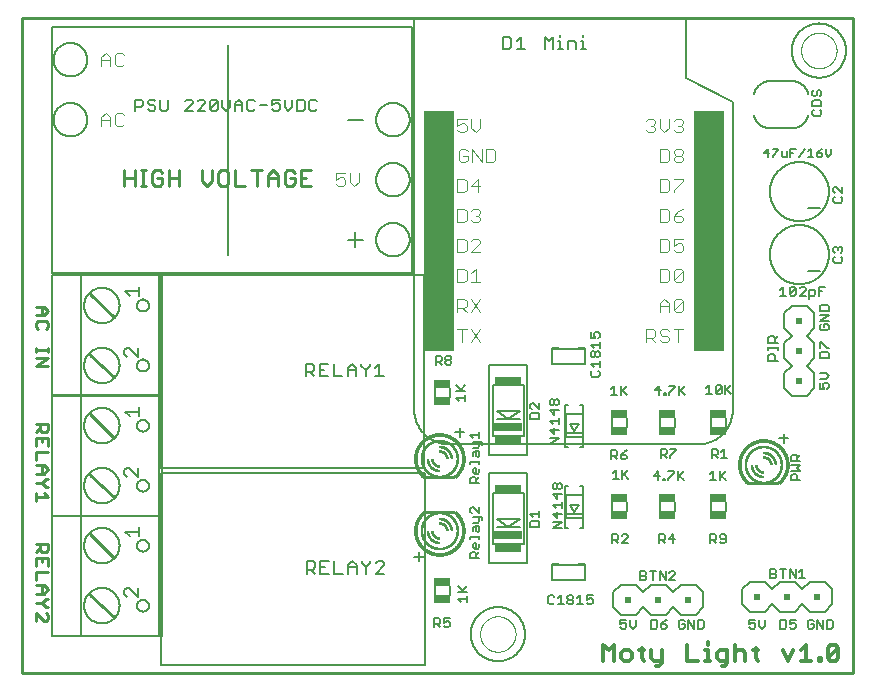
<source format=gto>
G75*
%MOIN*%
%OFA0B0*%
%FSLAX25Y25*%
%IPPOS*%
%LPD*%
%AMOC8*
5,1,8,0,0,1.08239X$1,22.5*
%
%ADD10C,0.01000*%
%ADD11C,0.00700*%
%ADD12C,0.00900*%
%ADD13C,0.01300*%
%ADD14C,0.00500*%
%ADD15C,0.00600*%
%ADD16C,0.00000*%
%ADD17C,0.00800*%
%ADD18R,0.05512X0.02559*%
%ADD19R,0.02000X0.02000*%
%ADD20C,0.00400*%
%ADD21R,0.10000X0.80000*%
%ADD22R,0.08661X0.02559*%
%ADD23R,0.09646X0.02657*%
%ADD24R,0.05512X0.00787*%
%ADD25C,0.00060*%
%ADD26C,0.00100*%
D10*
X0044800Y0019300D02*
X0321750Y0019300D01*
X0321750Y0237800D01*
X0044800Y0237800D01*
X0044800Y0019300D01*
X0067200Y0045400D02*
X0075200Y0037900D01*
X0075200Y0057800D02*
X0067300Y0065700D01*
X0075200Y0077900D02*
X0067200Y0085400D01*
X0075200Y0097800D02*
X0067300Y0105700D01*
X0075200Y0117940D02*
X0067200Y0125440D01*
X0075200Y0137840D02*
X0067300Y0145740D01*
X0178800Y0084600D02*
X0188800Y0084600D01*
X0188800Y0073000D02*
X0178800Y0073000D01*
X0286800Y0082600D02*
X0296800Y0082600D01*
D11*
X0143042Y0207284D02*
X0142408Y0206650D01*
X0141140Y0206650D01*
X0140506Y0207284D01*
X0140506Y0209819D01*
X0141140Y0210453D01*
X0142408Y0210453D01*
X0143042Y0209819D01*
X0138898Y0209819D02*
X0138898Y0207284D01*
X0138265Y0206650D01*
X0136363Y0206650D01*
X0136363Y0210453D01*
X0138265Y0210453D01*
X0138898Y0209819D01*
X0134755Y0210453D02*
X0134755Y0207918D01*
X0133487Y0206650D01*
X0132219Y0207918D01*
X0132219Y0210453D01*
X0130611Y0210453D02*
X0128076Y0210453D01*
X0128076Y0208552D01*
X0129344Y0209185D01*
X0129977Y0209185D01*
X0130611Y0208552D01*
X0130611Y0207284D01*
X0129977Y0206650D01*
X0128710Y0206650D01*
X0128076Y0207284D01*
X0126468Y0208552D02*
X0123932Y0208552D01*
X0122324Y0209819D02*
X0121690Y0210453D01*
X0120423Y0210453D01*
X0119789Y0209819D01*
X0119789Y0207284D01*
X0120423Y0206650D01*
X0121690Y0206650D01*
X0122324Y0207284D01*
X0118181Y0206650D02*
X0118181Y0209185D01*
X0116913Y0210453D01*
X0115645Y0209185D01*
X0115645Y0206650D01*
X0115645Y0208552D02*
X0118181Y0208552D01*
X0114037Y0207918D02*
X0112769Y0206650D01*
X0111502Y0207918D01*
X0111502Y0210453D01*
X0109894Y0209819D02*
X0109260Y0210453D01*
X0107992Y0210453D01*
X0107358Y0209819D01*
X0107358Y0207284D01*
X0109894Y0209819D01*
X0109894Y0207284D01*
X0109260Y0206650D01*
X0107992Y0206650D01*
X0107358Y0207284D01*
X0105750Y0206650D02*
X0103215Y0206650D01*
X0105750Y0209185D01*
X0105750Y0209819D01*
X0105116Y0210453D01*
X0103848Y0210453D01*
X0103215Y0209819D01*
X0101607Y0209819D02*
X0100973Y0210453D01*
X0099705Y0210453D01*
X0099071Y0209819D01*
X0101607Y0209819D02*
X0101607Y0209185D01*
X0099071Y0206650D01*
X0101607Y0206650D01*
X0093319Y0207284D02*
X0093319Y0210453D01*
X0090784Y0210453D02*
X0090784Y0207284D01*
X0091418Y0206650D01*
X0092686Y0206650D01*
X0093319Y0207284D01*
X0089176Y0207284D02*
X0089176Y0207918D01*
X0088542Y0208552D01*
X0087274Y0208552D01*
X0086640Y0209185D01*
X0086640Y0209819D01*
X0087274Y0210453D01*
X0088542Y0210453D01*
X0089176Y0209819D01*
X0089176Y0207284D02*
X0088542Y0206650D01*
X0087274Y0206650D01*
X0086640Y0207284D01*
X0085032Y0208552D02*
X0084399Y0207918D01*
X0082497Y0207918D01*
X0082497Y0206650D02*
X0082497Y0210453D01*
X0084399Y0210453D01*
X0085032Y0209819D01*
X0085032Y0208552D01*
X0114037Y0207918D02*
X0114037Y0210453D01*
D12*
X0112654Y0186854D02*
X0110952Y0186854D01*
X0110102Y0186004D01*
X0110102Y0182601D01*
X0110952Y0181750D01*
X0112654Y0181750D01*
X0113505Y0182601D01*
X0113505Y0186004D01*
X0112654Y0186854D01*
X0115626Y0186854D02*
X0115626Y0181750D01*
X0119029Y0181750D01*
X0122853Y0181750D02*
X0122853Y0186854D01*
X0124554Y0186854D02*
X0121151Y0186854D01*
X0126676Y0185153D02*
X0128377Y0186854D01*
X0130079Y0185153D01*
X0130079Y0181750D01*
X0132201Y0182601D02*
X0133051Y0181750D01*
X0134753Y0181750D01*
X0135603Y0182601D01*
X0135603Y0184302D01*
X0133902Y0184302D01*
X0132201Y0182601D02*
X0132201Y0186004D01*
X0133051Y0186854D01*
X0134753Y0186854D01*
X0135603Y0186004D01*
X0137725Y0186854D02*
X0137725Y0181750D01*
X0141128Y0181750D01*
X0139427Y0184302D02*
X0137725Y0184302D01*
X0137725Y0186854D02*
X0141128Y0186854D01*
X0130079Y0184302D02*
X0126676Y0184302D01*
X0126676Y0185153D02*
X0126676Y0181750D01*
X0107980Y0183451D02*
X0106278Y0181750D01*
X0104577Y0183451D01*
X0104577Y0186854D01*
X0107980Y0186854D02*
X0107980Y0183451D01*
X0096930Y0184302D02*
X0093527Y0184302D01*
X0091406Y0184302D02*
X0089704Y0184302D01*
X0091406Y0184302D02*
X0091406Y0182601D01*
X0090555Y0181750D01*
X0088854Y0181750D01*
X0088003Y0182601D01*
X0088003Y0186004D01*
X0088854Y0186854D01*
X0090555Y0186854D01*
X0091406Y0186004D01*
X0093527Y0186854D02*
X0093527Y0181750D01*
X0096930Y0181750D02*
X0096930Y0186854D01*
X0086021Y0186854D02*
X0084320Y0186854D01*
X0085170Y0186854D02*
X0085170Y0181750D01*
X0084320Y0181750D02*
X0086021Y0181750D01*
X0082198Y0181750D02*
X0082198Y0186854D01*
X0082198Y0184302D02*
X0078795Y0184302D01*
X0078795Y0181750D02*
X0078795Y0186854D01*
X0051986Y0141350D02*
X0053354Y0139982D01*
X0051986Y0138614D01*
X0049250Y0138614D01*
X0049934Y0136746D02*
X0049250Y0136062D01*
X0049250Y0134694D01*
X0049934Y0134010D01*
X0052670Y0134010D02*
X0053354Y0134694D01*
X0053354Y0136062D01*
X0052670Y0136746D01*
X0049934Y0136746D01*
X0051302Y0138614D02*
X0051302Y0141350D01*
X0051986Y0141350D02*
X0049250Y0141350D01*
X0049250Y0127538D02*
X0049250Y0126170D01*
X0049250Y0126854D02*
X0053354Y0126854D01*
X0053354Y0127538D02*
X0053354Y0126170D01*
X0053354Y0124469D02*
X0049250Y0121733D01*
X0053354Y0121733D01*
X0053354Y0124469D02*
X0049250Y0124469D01*
X0049250Y0102350D02*
X0053354Y0102350D01*
X0053354Y0100298D01*
X0052670Y0099614D01*
X0051302Y0099614D01*
X0050618Y0100298D01*
X0050618Y0102350D01*
X0050618Y0100982D02*
X0049250Y0099614D01*
X0049250Y0097746D02*
X0049250Y0095010D01*
X0049250Y0093142D02*
X0049250Y0090406D01*
X0049250Y0088538D02*
X0051986Y0088538D01*
X0053354Y0087170D01*
X0051986Y0085803D01*
X0049250Y0085803D01*
X0051302Y0085803D02*
X0051302Y0088538D01*
X0052670Y0083934D02*
X0051302Y0082566D01*
X0049250Y0082566D01*
X0051302Y0082566D02*
X0052670Y0081199D01*
X0053354Y0081199D01*
X0051986Y0079330D02*
X0053354Y0077963D01*
X0049250Y0077963D01*
X0049250Y0079330D02*
X0049250Y0076595D01*
X0052670Y0083934D02*
X0053354Y0083934D01*
X0053354Y0093142D02*
X0049250Y0093142D01*
X0053354Y0095010D02*
X0053354Y0097746D01*
X0049250Y0097746D01*
X0051302Y0097746D02*
X0051302Y0096378D01*
X0050618Y0062350D02*
X0050618Y0060298D01*
X0051302Y0059614D01*
X0052670Y0059614D01*
X0053354Y0060298D01*
X0053354Y0062350D01*
X0049250Y0062350D01*
X0050618Y0060982D02*
X0049250Y0059614D01*
X0049250Y0057746D02*
X0049250Y0055010D01*
X0049250Y0053142D02*
X0049250Y0050406D01*
X0049250Y0048538D02*
X0051986Y0048538D01*
X0053354Y0047170D01*
X0051986Y0045803D01*
X0049250Y0045803D01*
X0051302Y0045803D02*
X0051302Y0048538D01*
X0053354Y0053142D02*
X0049250Y0053142D01*
X0053354Y0055010D02*
X0053354Y0057746D01*
X0049250Y0057746D01*
X0051302Y0057746D02*
X0051302Y0056378D01*
X0052670Y0043934D02*
X0051302Y0042566D01*
X0049250Y0042566D01*
X0051302Y0042566D02*
X0052670Y0041199D01*
X0053354Y0041199D01*
X0052670Y0039330D02*
X0053354Y0038646D01*
X0053354Y0037279D01*
X0052670Y0036595D01*
X0051986Y0036595D01*
X0049250Y0039330D01*
X0049250Y0036595D01*
X0052670Y0043934D02*
X0053354Y0043934D01*
D13*
X0238450Y0028654D02*
X0238450Y0023450D01*
X0241920Y0023450D02*
X0241920Y0028654D01*
X0240185Y0026920D01*
X0238450Y0028654D01*
X0244435Y0026052D02*
X0244435Y0024317D01*
X0245303Y0023450D01*
X0247037Y0023450D01*
X0247905Y0024317D01*
X0247905Y0026052D01*
X0247037Y0026920D01*
X0245303Y0026920D01*
X0244435Y0026052D01*
X0250420Y0026920D02*
X0252155Y0026920D01*
X0251288Y0027787D02*
X0251288Y0024317D01*
X0252155Y0023450D01*
X0254410Y0024317D02*
X0254410Y0026920D01*
X0254410Y0024317D02*
X0255278Y0023450D01*
X0257880Y0023450D01*
X0257880Y0022583D02*
X0257013Y0021715D01*
X0256145Y0021715D01*
X0257880Y0022583D02*
X0257880Y0026920D01*
X0266381Y0028654D02*
X0266381Y0023450D01*
X0269850Y0023450D01*
X0272366Y0023450D02*
X0274100Y0023450D01*
X0273233Y0023450D02*
X0273233Y0026920D01*
X0272366Y0026920D01*
X0273233Y0028654D02*
X0273233Y0029522D01*
X0276356Y0026052D02*
X0276356Y0024317D01*
X0277223Y0023450D01*
X0279825Y0023450D01*
X0279825Y0022583D02*
X0279825Y0026920D01*
X0277223Y0026920D01*
X0276356Y0026052D01*
X0278091Y0021715D02*
X0278958Y0021715D01*
X0279825Y0022583D01*
X0282341Y0023450D02*
X0282341Y0028654D01*
X0283208Y0026920D02*
X0284943Y0026920D01*
X0285810Y0026052D01*
X0285810Y0023450D01*
X0289193Y0024317D02*
X0289193Y0027787D01*
X0288326Y0026920D02*
X0290061Y0026920D01*
X0289193Y0024317D02*
X0290061Y0023450D01*
X0283208Y0026920D02*
X0282341Y0026052D01*
X0298301Y0026920D02*
X0300036Y0023450D01*
X0301771Y0026920D01*
X0304286Y0026920D02*
X0306021Y0028654D01*
X0306021Y0023450D01*
X0304286Y0023450D02*
X0307756Y0023450D01*
X0310271Y0023450D02*
X0311139Y0023450D01*
X0311139Y0024317D01*
X0310271Y0024317D01*
X0310271Y0023450D01*
X0313264Y0024317D02*
X0316734Y0027787D01*
X0316734Y0024317D01*
X0315866Y0023450D01*
X0314131Y0023450D01*
X0313264Y0024317D01*
X0313264Y0027787D01*
X0314131Y0028654D01*
X0315866Y0028654D01*
X0316734Y0027787D01*
D14*
X0314497Y0034050D02*
X0312995Y0034050D01*
X0312995Y0037053D01*
X0314497Y0037053D01*
X0314997Y0036552D01*
X0314997Y0034550D01*
X0314497Y0034050D01*
X0311774Y0034050D02*
X0311774Y0037053D01*
X0309773Y0037053D02*
X0309773Y0034050D01*
X0308552Y0034550D02*
X0308552Y0035551D01*
X0307551Y0035551D01*
X0308552Y0034550D02*
X0308051Y0034050D01*
X0307050Y0034050D01*
X0306550Y0034550D01*
X0306550Y0036552D01*
X0307050Y0037053D01*
X0308051Y0037053D01*
X0308552Y0036552D01*
X0309773Y0037053D02*
X0311774Y0034050D01*
X0302674Y0034550D02*
X0302174Y0034050D01*
X0301173Y0034050D01*
X0300673Y0034550D01*
X0300673Y0035551D02*
X0301674Y0036052D01*
X0302174Y0036052D01*
X0302674Y0035551D01*
X0302674Y0034550D01*
X0300673Y0035551D02*
X0300673Y0037053D01*
X0302674Y0037053D01*
X0299452Y0036552D02*
X0299452Y0034550D01*
X0298951Y0034050D01*
X0297450Y0034050D01*
X0297450Y0037053D01*
X0298951Y0037053D01*
X0299452Y0036552D01*
X0292274Y0037053D02*
X0292274Y0035051D01*
X0291274Y0034050D01*
X0290273Y0035051D01*
X0290273Y0037053D01*
X0289052Y0037053D02*
X0287050Y0037053D01*
X0287050Y0035551D01*
X0288051Y0036052D01*
X0288551Y0036052D01*
X0289052Y0035551D01*
X0289052Y0034550D01*
X0288551Y0034050D01*
X0287550Y0034050D01*
X0287050Y0034550D01*
X0271997Y0034550D02*
X0271997Y0036552D01*
X0271497Y0037053D01*
X0269995Y0037053D01*
X0269995Y0034050D01*
X0271497Y0034050D01*
X0271997Y0034550D01*
X0268774Y0034050D02*
X0268774Y0037053D01*
X0266773Y0037053D02*
X0268774Y0034050D01*
X0266773Y0034050D02*
X0266773Y0037053D01*
X0265552Y0036552D02*
X0265051Y0037053D01*
X0264050Y0037053D01*
X0263550Y0036552D01*
X0263550Y0034550D01*
X0264050Y0034050D01*
X0265051Y0034050D01*
X0265552Y0034550D01*
X0265552Y0035551D01*
X0264551Y0035551D01*
X0259674Y0035051D02*
X0259174Y0035551D01*
X0257673Y0035551D01*
X0257673Y0034550D01*
X0258173Y0034050D01*
X0259174Y0034050D01*
X0259674Y0034550D01*
X0259674Y0035051D01*
X0258674Y0036552D02*
X0257673Y0035551D01*
X0258674Y0036552D02*
X0259674Y0037053D01*
X0256452Y0036552D02*
X0256452Y0034550D01*
X0255951Y0034050D01*
X0254450Y0034050D01*
X0254450Y0037053D01*
X0255951Y0037053D01*
X0256452Y0036552D01*
X0249274Y0037053D02*
X0249274Y0035051D01*
X0248274Y0034050D01*
X0247273Y0035051D01*
X0247273Y0037053D01*
X0246052Y0037053D02*
X0244050Y0037053D01*
X0244050Y0035551D01*
X0245051Y0036052D01*
X0245551Y0036052D01*
X0246052Y0035551D01*
X0246052Y0034550D01*
X0245551Y0034050D01*
X0244550Y0034050D01*
X0244050Y0034550D01*
X0234943Y0042800D02*
X0234442Y0042300D01*
X0233441Y0042300D01*
X0232941Y0042800D01*
X0232941Y0043801D02*
X0233942Y0044302D01*
X0234442Y0044302D01*
X0234943Y0043801D01*
X0234943Y0042800D01*
X0232941Y0043801D02*
X0232941Y0045303D01*
X0234943Y0045303D01*
X0230719Y0045303D02*
X0230719Y0042300D01*
X0229718Y0042300D02*
X0231720Y0042300D01*
X0229718Y0044302D02*
X0230719Y0045303D01*
X0228497Y0044802D02*
X0228497Y0044302D01*
X0227997Y0043801D01*
X0226996Y0043801D01*
X0226495Y0044302D01*
X0226495Y0044802D01*
X0226996Y0045303D01*
X0227997Y0045303D01*
X0228497Y0044802D01*
X0227997Y0043801D02*
X0228497Y0043301D01*
X0228497Y0042800D01*
X0227997Y0042300D01*
X0226996Y0042300D01*
X0226495Y0042800D01*
X0226495Y0043301D01*
X0226996Y0043801D01*
X0225274Y0042300D02*
X0223273Y0042300D01*
X0224274Y0042300D02*
X0224274Y0045303D01*
X0223273Y0044302D01*
X0222052Y0044802D02*
X0221551Y0045303D01*
X0220550Y0045303D01*
X0220050Y0044802D01*
X0220050Y0042800D01*
X0220550Y0042300D01*
X0221551Y0042300D01*
X0222052Y0042800D01*
X0213099Y0055883D02*
X0200501Y0055883D01*
X0200501Y0085824D01*
X0213099Y0085824D01*
X0213099Y0055883D01*
X0214047Y0068050D02*
X0214047Y0069551D01*
X0214548Y0070052D01*
X0216550Y0070052D01*
X0217050Y0069551D01*
X0217050Y0068050D01*
X0214047Y0068050D01*
X0210550Y0068050D02*
X0206800Y0068050D01*
X0203050Y0068050D01*
X0203050Y0070550D02*
X0206800Y0068050D01*
X0210550Y0070550D01*
X0203050Y0070550D01*
X0198051Y0070368D02*
X0198051Y0070868D01*
X0197550Y0071368D01*
X0195048Y0071368D01*
X0194548Y0072589D02*
X0194047Y0073090D01*
X0194047Y0074091D01*
X0194548Y0074591D01*
X0195048Y0074591D01*
X0197050Y0072589D01*
X0197050Y0074591D01*
X0197050Y0071368D02*
X0197050Y0069867D01*
X0196550Y0069367D01*
X0195048Y0069367D01*
X0195549Y0068146D02*
X0197050Y0068146D01*
X0197050Y0066644D01*
X0196550Y0066144D01*
X0196049Y0066644D01*
X0196049Y0068146D01*
X0195549Y0068146D02*
X0195048Y0067645D01*
X0195048Y0066644D01*
X0194047Y0064496D02*
X0197050Y0064496D01*
X0197050Y0064996D02*
X0197050Y0063995D01*
X0196049Y0062774D02*
X0196049Y0060773D01*
X0195549Y0060773D02*
X0195048Y0061273D01*
X0195048Y0062274D01*
X0195549Y0062774D01*
X0196049Y0062774D01*
X0197050Y0062274D02*
X0197050Y0061273D01*
X0196550Y0060773D01*
X0195549Y0060773D01*
X0195549Y0059552D02*
X0196049Y0059051D01*
X0196049Y0057550D01*
X0196049Y0058551D02*
X0197050Y0059552D01*
X0195549Y0059552D02*
X0194548Y0059552D01*
X0194047Y0059051D01*
X0194047Y0057550D01*
X0197050Y0057550D01*
X0194047Y0063995D02*
X0194047Y0064496D01*
X0178600Y0058000D02*
X0175500Y0058000D01*
X0177000Y0056600D02*
X0177000Y0059500D01*
X0190047Y0048329D02*
X0192049Y0046327D01*
X0191549Y0046828D02*
X0193050Y0048329D01*
X0193050Y0046327D02*
X0190047Y0046327D01*
X0190047Y0044105D02*
X0193050Y0044105D01*
X0193050Y0043105D02*
X0193050Y0045106D01*
X0191048Y0043105D02*
X0190047Y0044105D01*
X0187329Y0037553D02*
X0185327Y0037553D01*
X0185327Y0036051D01*
X0186328Y0036552D01*
X0186829Y0036552D01*
X0187329Y0036051D01*
X0187329Y0035050D01*
X0186829Y0034550D01*
X0185828Y0034550D01*
X0185327Y0035050D01*
X0184106Y0034550D02*
X0183105Y0035551D01*
X0183606Y0035551D02*
X0182105Y0035551D01*
X0182105Y0034550D02*
X0182105Y0037553D01*
X0183606Y0037553D01*
X0184106Y0037052D01*
X0184106Y0036051D01*
X0183606Y0035551D01*
X0221603Y0067719D02*
X0224605Y0069721D01*
X0221603Y0069721D01*
X0223104Y0070942D02*
X0223104Y0072944D01*
X0222603Y0074165D02*
X0221603Y0075166D01*
X0224605Y0075166D01*
X0224605Y0076166D02*
X0224605Y0074165D01*
X0224605Y0072443D02*
X0221603Y0072443D01*
X0223104Y0070942D01*
X0217050Y0071273D02*
X0217050Y0073274D01*
X0217050Y0072274D02*
X0214047Y0072274D01*
X0215048Y0071273D01*
X0221603Y0067719D02*
X0224605Y0067719D01*
X0225800Y0067800D02*
X0226800Y0067800D01*
X0225800Y0067800D02*
X0225800Y0081800D01*
X0226800Y0081800D01*
X0224605Y0082112D02*
X0224605Y0081111D01*
X0224105Y0080610D01*
X0223604Y0080610D01*
X0223104Y0081111D01*
X0223104Y0082112D01*
X0223604Y0082612D01*
X0224105Y0082612D01*
X0224605Y0082112D01*
X0223104Y0082112D02*
X0222603Y0082612D01*
X0222103Y0082612D01*
X0221603Y0082112D01*
X0221603Y0081111D01*
X0222103Y0080610D01*
X0222603Y0080610D01*
X0223104Y0081111D01*
X0223104Y0079389D02*
X0223104Y0077388D01*
X0221603Y0078889D01*
X0224605Y0078889D01*
X0230800Y0081800D02*
X0231800Y0081800D01*
X0231800Y0067800D01*
X0230800Y0067800D01*
X0241450Y0065553D02*
X0241450Y0062550D01*
X0241450Y0063551D02*
X0242951Y0063551D01*
X0243452Y0064051D01*
X0243452Y0065052D01*
X0242951Y0065553D01*
X0241450Y0065553D01*
X0242451Y0063551D02*
X0243452Y0062550D01*
X0244673Y0062550D02*
X0246674Y0064552D01*
X0246674Y0065052D01*
X0246174Y0065553D01*
X0245173Y0065553D01*
X0244673Y0065052D01*
X0244673Y0062550D02*
X0246674Y0062550D01*
X0257105Y0062550D02*
X0257105Y0065553D01*
X0258606Y0065553D01*
X0259106Y0065052D01*
X0259106Y0064051D01*
X0258606Y0063551D01*
X0257105Y0063551D01*
X0258105Y0063551D02*
X0259106Y0062550D01*
X0260327Y0064051D02*
X0262329Y0064051D01*
X0261829Y0062550D02*
X0261829Y0065553D01*
X0260327Y0064051D01*
X0260919Y0053253D02*
X0260418Y0052752D01*
X0260919Y0053253D02*
X0261920Y0053253D01*
X0262420Y0052752D01*
X0262420Y0052252D01*
X0260418Y0050250D01*
X0262420Y0050250D01*
X0259197Y0050250D02*
X0259197Y0053253D01*
X0257195Y0053253D02*
X0259197Y0050250D01*
X0257195Y0050250D02*
X0257195Y0053253D01*
X0255974Y0053253D02*
X0253973Y0053253D01*
X0254974Y0053253D02*
X0254974Y0050250D01*
X0252752Y0050750D02*
X0252251Y0050250D01*
X0250750Y0050250D01*
X0250750Y0053253D01*
X0252251Y0053253D01*
X0252752Y0052752D01*
X0252752Y0052252D01*
X0252251Y0051751D01*
X0250750Y0051751D01*
X0252251Y0051751D02*
X0252752Y0051251D01*
X0252752Y0050750D01*
X0274105Y0062550D02*
X0274105Y0065553D01*
X0275606Y0065553D01*
X0276106Y0065052D01*
X0276106Y0064051D01*
X0275606Y0063551D01*
X0274105Y0063551D01*
X0275105Y0063551D02*
X0276106Y0062550D01*
X0277327Y0063050D02*
X0277828Y0062550D01*
X0278829Y0062550D01*
X0279329Y0063050D01*
X0279329Y0065052D01*
X0278829Y0065553D01*
X0277828Y0065553D01*
X0277327Y0065052D01*
X0277327Y0064552D01*
X0277828Y0064051D01*
X0279329Y0064051D01*
X0294159Y0053853D02*
X0295660Y0053853D01*
X0296161Y0053352D01*
X0296161Y0052852D01*
X0295660Y0052351D01*
X0294159Y0052351D01*
X0294159Y0050850D02*
X0295660Y0050850D01*
X0296161Y0051350D01*
X0296161Y0051851D01*
X0295660Y0052351D01*
X0294159Y0050850D02*
X0294159Y0053853D01*
X0297382Y0053853D02*
X0299383Y0053853D01*
X0298383Y0053853D02*
X0298383Y0050850D01*
X0300604Y0050850D02*
X0300604Y0053853D01*
X0302606Y0050850D01*
X0302606Y0053853D01*
X0303827Y0052852D02*
X0304828Y0053853D01*
X0304828Y0050850D01*
X0303827Y0050850D02*
X0305829Y0050850D01*
X0304050Y0083550D02*
X0301047Y0083550D01*
X0301047Y0085051D01*
X0301548Y0085552D01*
X0302549Y0085552D01*
X0303049Y0085051D01*
X0303049Y0083550D01*
X0304050Y0086773D02*
X0301047Y0086773D01*
X0301047Y0088774D02*
X0304050Y0088774D01*
X0303049Y0087774D01*
X0304050Y0086773D01*
X0304050Y0089995D02*
X0301047Y0089995D01*
X0301047Y0091497D01*
X0301548Y0091997D01*
X0302549Y0091997D01*
X0303049Y0091497D01*
X0303049Y0089995D01*
X0303049Y0090996D02*
X0304050Y0091997D01*
X0298600Y0096100D02*
X0298600Y0099000D01*
X0300100Y0097600D02*
X0297000Y0097600D01*
X0281674Y0107312D02*
X0281674Y0209674D01*
X0265926Y0217548D01*
X0265926Y0237233D01*
X0175375Y0237233D01*
X0175375Y0107312D01*
X0175378Y0107027D01*
X0175389Y0106741D01*
X0175406Y0106456D01*
X0175430Y0106172D01*
X0175461Y0105888D01*
X0175499Y0105605D01*
X0175544Y0105324D01*
X0175595Y0105043D01*
X0175653Y0104763D01*
X0175718Y0104485D01*
X0175790Y0104209D01*
X0175868Y0103935D01*
X0175953Y0103662D01*
X0176045Y0103392D01*
X0176143Y0103124D01*
X0176247Y0102858D01*
X0176358Y0102595D01*
X0176475Y0102335D01*
X0176598Y0102077D01*
X0176728Y0101823D01*
X0176864Y0101572D01*
X0177005Y0101324D01*
X0177153Y0101080D01*
X0177306Y0100839D01*
X0177466Y0100603D01*
X0177631Y0100370D01*
X0177801Y0100141D01*
X0177977Y0099916D01*
X0178159Y0099696D01*
X0178345Y0099480D01*
X0178537Y0099269D01*
X0178734Y0099062D01*
X0178936Y0098860D01*
X0179143Y0098663D01*
X0179354Y0098471D01*
X0179570Y0098285D01*
X0179790Y0098103D01*
X0180015Y0097927D01*
X0180244Y0097757D01*
X0180477Y0097592D01*
X0180713Y0097432D01*
X0180954Y0097279D01*
X0181198Y0097131D01*
X0181446Y0096990D01*
X0181697Y0096854D01*
X0181951Y0096724D01*
X0182209Y0096601D01*
X0182469Y0096484D01*
X0182732Y0096373D01*
X0182998Y0096269D01*
X0183266Y0096171D01*
X0183536Y0096079D01*
X0183809Y0095994D01*
X0184083Y0095916D01*
X0184359Y0095844D01*
X0184637Y0095779D01*
X0184917Y0095721D01*
X0185198Y0095670D01*
X0185479Y0095625D01*
X0185762Y0095587D01*
X0186046Y0095556D01*
X0186330Y0095532D01*
X0186615Y0095515D01*
X0186901Y0095504D01*
X0187186Y0095501D01*
X0269863Y0095501D01*
X0274605Y0093953D02*
X0276106Y0093953D01*
X0276606Y0093452D01*
X0276606Y0092451D01*
X0276106Y0091951D01*
X0274605Y0091951D01*
X0275605Y0091951D02*
X0276606Y0090950D01*
X0277827Y0090950D02*
X0279829Y0090950D01*
X0278828Y0090950D02*
X0278828Y0093953D01*
X0277827Y0092952D01*
X0274605Y0093953D02*
X0274605Y0090950D01*
X0275105Y0086553D02*
X0275105Y0083550D01*
X0274105Y0083550D02*
X0276106Y0083550D01*
X0277327Y0083550D02*
X0277327Y0086553D01*
X0277828Y0085051D02*
X0279329Y0083550D01*
X0277327Y0084551D02*
X0279329Y0086553D01*
X0275105Y0086553D02*
X0274105Y0085552D01*
X0265329Y0086553D02*
X0263327Y0084551D01*
X0263828Y0085051D02*
X0265329Y0083550D01*
X0263327Y0083550D02*
X0263327Y0086553D01*
X0262106Y0086553D02*
X0262106Y0086052D01*
X0260104Y0084050D01*
X0260104Y0083550D01*
X0258994Y0083550D02*
X0258493Y0083550D01*
X0258493Y0084050D01*
X0258994Y0084050D01*
X0258994Y0083550D01*
X0256772Y0083550D02*
X0256772Y0086553D01*
X0255270Y0085051D01*
X0257272Y0085051D01*
X0260104Y0086553D02*
X0262106Y0086553D01*
X0260773Y0091050D02*
X0260773Y0091550D01*
X0262774Y0093552D01*
X0262774Y0094053D01*
X0260773Y0094053D01*
X0259552Y0093552D02*
X0259051Y0094053D01*
X0257550Y0094053D01*
X0257550Y0091050D01*
X0257550Y0092051D02*
X0259051Y0092051D01*
X0259552Y0092551D01*
X0259552Y0093552D01*
X0258551Y0092051D02*
X0259552Y0091050D01*
X0246774Y0087053D02*
X0244773Y0085051D01*
X0245273Y0085551D02*
X0246774Y0084050D01*
X0244773Y0084050D02*
X0244773Y0087053D01*
X0242551Y0087053D02*
X0242551Y0084050D01*
X0241550Y0084050D02*
X0243552Y0084050D01*
X0241550Y0086052D02*
X0242551Y0087053D01*
X0243106Y0090550D02*
X0242105Y0091551D01*
X0242606Y0091551D02*
X0241105Y0091551D01*
X0241105Y0090550D02*
X0241105Y0093553D01*
X0242606Y0093553D01*
X0243106Y0093052D01*
X0243106Y0092051D01*
X0242606Y0091551D01*
X0244327Y0092051D02*
X0244327Y0091050D01*
X0244828Y0090550D01*
X0245829Y0090550D01*
X0246329Y0091050D01*
X0246329Y0091551D01*
X0245829Y0092051D01*
X0244327Y0092051D01*
X0245328Y0093052D01*
X0246329Y0093553D01*
X0231800Y0094800D02*
X0230800Y0094800D01*
X0231800Y0094800D02*
X0231800Y0108800D01*
X0230800Y0108800D01*
X0226800Y0108800D02*
X0225800Y0108800D01*
X0225800Y0094800D01*
X0226800Y0094800D01*
X0223613Y0095719D02*
X0220610Y0095719D01*
X0223613Y0097721D01*
X0220610Y0097721D01*
X0222112Y0098942D02*
X0222112Y0100944D01*
X0221611Y0102165D02*
X0220610Y0103166D01*
X0223613Y0103166D01*
X0223613Y0104166D02*
X0223613Y0102165D01*
X0223613Y0100443D02*
X0220610Y0100443D01*
X0222112Y0098942D01*
X0222112Y0105388D02*
X0222112Y0107389D01*
X0222612Y0108610D02*
X0222112Y0109111D01*
X0222112Y0110112D01*
X0222612Y0110612D01*
X0223113Y0110612D01*
X0223613Y0110112D01*
X0223613Y0109111D01*
X0223113Y0108610D01*
X0222612Y0108610D01*
X0222112Y0109111D02*
X0221611Y0108610D01*
X0221111Y0108610D01*
X0220610Y0109111D01*
X0220610Y0110112D01*
X0221111Y0110612D01*
X0221611Y0110612D01*
X0222112Y0110112D01*
X0223613Y0106889D02*
X0220610Y0106889D01*
X0222112Y0105388D01*
X0217050Y0105551D02*
X0216550Y0106052D01*
X0214548Y0106052D01*
X0214047Y0105551D01*
X0214047Y0104050D01*
X0217050Y0104050D01*
X0217050Y0105551D01*
X0217050Y0107273D02*
X0215048Y0109274D01*
X0214548Y0109274D01*
X0214047Y0108774D01*
X0214047Y0107773D01*
X0214548Y0107273D01*
X0217050Y0107273D02*
X0217050Y0109274D01*
X0210550Y0106550D02*
X0206800Y0104050D01*
X0203050Y0104050D01*
X0203050Y0106550D02*
X0206800Y0104050D01*
X0210550Y0104050D01*
X0210550Y0106550D02*
X0203050Y0106550D01*
X0197050Y0099591D02*
X0197050Y0097589D01*
X0197050Y0098590D02*
X0194047Y0098590D01*
X0195048Y0097589D01*
X0195048Y0096368D02*
X0197550Y0096368D01*
X0198051Y0095868D01*
X0198051Y0095368D01*
X0197050Y0094867D02*
X0197050Y0096368D01*
X0197050Y0094867D02*
X0196550Y0094367D01*
X0195048Y0094367D01*
X0195549Y0093146D02*
X0197050Y0093146D01*
X0197050Y0091644D01*
X0196550Y0091144D01*
X0196049Y0091644D01*
X0196049Y0093146D01*
X0195549Y0093146D02*
X0195048Y0092645D01*
X0195048Y0091644D01*
X0194047Y0089496D02*
X0197050Y0089496D01*
X0197050Y0089996D02*
X0197050Y0088995D01*
X0196049Y0087774D02*
X0196049Y0085773D01*
X0195549Y0085773D02*
X0195048Y0086273D01*
X0195048Y0087274D01*
X0195549Y0087774D01*
X0196049Y0087774D01*
X0197050Y0087274D02*
X0197050Y0086273D01*
X0196550Y0085773D01*
X0195549Y0085773D01*
X0195549Y0084552D02*
X0196049Y0084051D01*
X0196049Y0082550D01*
X0196049Y0083551D02*
X0197050Y0084552D01*
X0195549Y0084552D02*
X0194548Y0084552D01*
X0194047Y0084051D01*
X0194047Y0082550D01*
X0197050Y0082550D01*
X0194047Y0088995D02*
X0194047Y0089496D01*
X0200501Y0091883D02*
X0200501Y0121824D01*
X0213099Y0121824D01*
X0213099Y0091883D01*
X0200501Y0091883D01*
X0190600Y0098100D02*
X0190600Y0101000D01*
X0192100Y0099600D02*
X0189000Y0099600D01*
X0190448Y0110050D02*
X0189447Y0111051D01*
X0192450Y0111051D01*
X0192450Y0110050D02*
X0192450Y0112052D01*
X0192450Y0113273D02*
X0189447Y0113273D01*
X0190949Y0113773D02*
X0192450Y0115274D01*
X0191449Y0113273D02*
X0189447Y0115274D01*
X0187274Y0122050D02*
X0186273Y0122050D01*
X0185773Y0122550D01*
X0185773Y0123051D01*
X0186273Y0123551D01*
X0187274Y0123551D01*
X0187774Y0123051D01*
X0187774Y0122550D01*
X0187274Y0122050D01*
X0187274Y0123551D02*
X0187774Y0124052D01*
X0187774Y0124552D01*
X0187274Y0125053D01*
X0186273Y0125053D01*
X0185773Y0124552D01*
X0185773Y0124052D01*
X0186273Y0123551D01*
X0184552Y0123551D02*
X0184051Y0123051D01*
X0182550Y0123051D01*
X0183551Y0123051D02*
X0184552Y0122050D01*
X0184552Y0123551D02*
X0184552Y0124552D01*
X0184051Y0125053D01*
X0182550Y0125053D01*
X0182550Y0122050D01*
X0174550Y0152800D02*
X0054550Y0152800D01*
X0054550Y0234800D01*
X0174550Y0234800D01*
X0174550Y0152800D01*
X0162710Y0163800D02*
X0162712Y0163949D01*
X0162718Y0164099D01*
X0162728Y0164248D01*
X0162742Y0164397D01*
X0162760Y0164545D01*
X0162782Y0164693D01*
X0162808Y0164840D01*
X0162837Y0164987D01*
X0162871Y0165132D01*
X0162909Y0165277D01*
X0162950Y0165420D01*
X0162995Y0165563D01*
X0163044Y0165704D01*
X0163097Y0165844D01*
X0163154Y0165982D01*
X0163214Y0166119D01*
X0163278Y0166254D01*
X0163345Y0166388D01*
X0163416Y0166519D01*
X0163490Y0166649D01*
X0163568Y0166776D01*
X0163649Y0166902D01*
X0163734Y0167025D01*
X0163822Y0167146D01*
X0163913Y0167264D01*
X0164007Y0167380D01*
X0164104Y0167494D01*
X0164205Y0167605D01*
X0164308Y0167713D01*
X0164414Y0167818D01*
X0164523Y0167921D01*
X0164634Y0168020D01*
X0164748Y0168117D01*
X0164865Y0168210D01*
X0164984Y0168300D01*
X0165106Y0168387D01*
X0165229Y0168471D01*
X0165355Y0168552D01*
X0165483Y0168629D01*
X0165614Y0168702D01*
X0165746Y0168772D01*
X0165879Y0168839D01*
X0166015Y0168902D01*
X0166152Y0168961D01*
X0166291Y0169016D01*
X0166431Y0169068D01*
X0166573Y0169116D01*
X0166715Y0169161D01*
X0166859Y0169201D01*
X0167004Y0169238D01*
X0167150Y0169270D01*
X0167297Y0169299D01*
X0167444Y0169324D01*
X0167592Y0169345D01*
X0167740Y0169362D01*
X0167889Y0169375D01*
X0168039Y0169384D01*
X0168188Y0169389D01*
X0168337Y0169390D01*
X0168487Y0169387D01*
X0168636Y0169380D01*
X0168785Y0169369D01*
X0168934Y0169354D01*
X0169082Y0169335D01*
X0169230Y0169312D01*
X0169377Y0169285D01*
X0169523Y0169255D01*
X0169668Y0169220D01*
X0169813Y0169181D01*
X0169956Y0169139D01*
X0170098Y0169093D01*
X0170239Y0169043D01*
X0170379Y0168989D01*
X0170517Y0168932D01*
X0170653Y0168871D01*
X0170788Y0168806D01*
X0170921Y0168738D01*
X0171052Y0168666D01*
X0171181Y0168590D01*
X0171308Y0168512D01*
X0171433Y0168430D01*
X0171555Y0168344D01*
X0171676Y0168256D01*
X0171794Y0168164D01*
X0171909Y0168069D01*
X0172022Y0167971D01*
X0172132Y0167870D01*
X0172239Y0167766D01*
X0172344Y0167659D01*
X0172446Y0167550D01*
X0172545Y0167438D01*
X0172640Y0167323D01*
X0172733Y0167205D01*
X0172822Y0167086D01*
X0172909Y0166964D01*
X0172992Y0166839D01*
X0173071Y0166713D01*
X0173147Y0166584D01*
X0173220Y0166454D01*
X0173289Y0166321D01*
X0173355Y0166187D01*
X0173417Y0166051D01*
X0173475Y0165913D01*
X0173530Y0165774D01*
X0173581Y0165634D01*
X0173628Y0165492D01*
X0173671Y0165349D01*
X0173711Y0165205D01*
X0173746Y0165059D01*
X0173778Y0164913D01*
X0173806Y0164767D01*
X0173830Y0164619D01*
X0173850Y0164471D01*
X0173866Y0164322D01*
X0173878Y0164173D01*
X0173886Y0164024D01*
X0173890Y0163875D01*
X0173890Y0163725D01*
X0173886Y0163576D01*
X0173878Y0163427D01*
X0173866Y0163278D01*
X0173850Y0163129D01*
X0173830Y0162981D01*
X0173806Y0162833D01*
X0173778Y0162687D01*
X0173746Y0162541D01*
X0173711Y0162395D01*
X0173671Y0162251D01*
X0173628Y0162108D01*
X0173581Y0161966D01*
X0173530Y0161826D01*
X0173475Y0161687D01*
X0173417Y0161549D01*
X0173355Y0161413D01*
X0173289Y0161279D01*
X0173220Y0161146D01*
X0173147Y0161016D01*
X0173071Y0160887D01*
X0172992Y0160761D01*
X0172909Y0160636D01*
X0172822Y0160514D01*
X0172733Y0160395D01*
X0172640Y0160277D01*
X0172545Y0160162D01*
X0172446Y0160050D01*
X0172344Y0159941D01*
X0172239Y0159834D01*
X0172132Y0159730D01*
X0172022Y0159629D01*
X0171909Y0159531D01*
X0171794Y0159436D01*
X0171676Y0159344D01*
X0171555Y0159256D01*
X0171433Y0159170D01*
X0171308Y0159088D01*
X0171181Y0159010D01*
X0171052Y0158934D01*
X0170921Y0158862D01*
X0170788Y0158794D01*
X0170653Y0158729D01*
X0170517Y0158668D01*
X0170379Y0158611D01*
X0170239Y0158557D01*
X0170098Y0158507D01*
X0169956Y0158461D01*
X0169813Y0158419D01*
X0169668Y0158380D01*
X0169523Y0158345D01*
X0169377Y0158315D01*
X0169230Y0158288D01*
X0169082Y0158265D01*
X0168934Y0158246D01*
X0168785Y0158231D01*
X0168636Y0158220D01*
X0168487Y0158213D01*
X0168337Y0158210D01*
X0168188Y0158211D01*
X0168039Y0158216D01*
X0167889Y0158225D01*
X0167740Y0158238D01*
X0167592Y0158255D01*
X0167444Y0158276D01*
X0167297Y0158301D01*
X0167150Y0158330D01*
X0167004Y0158362D01*
X0166859Y0158399D01*
X0166715Y0158439D01*
X0166573Y0158484D01*
X0166431Y0158532D01*
X0166291Y0158584D01*
X0166152Y0158639D01*
X0166015Y0158698D01*
X0165879Y0158761D01*
X0165746Y0158828D01*
X0165614Y0158898D01*
X0165483Y0158971D01*
X0165355Y0159048D01*
X0165229Y0159129D01*
X0165106Y0159213D01*
X0164984Y0159300D01*
X0164865Y0159390D01*
X0164748Y0159483D01*
X0164634Y0159580D01*
X0164523Y0159679D01*
X0164414Y0159782D01*
X0164308Y0159887D01*
X0164205Y0159995D01*
X0164104Y0160106D01*
X0164007Y0160220D01*
X0163913Y0160336D01*
X0163822Y0160454D01*
X0163734Y0160575D01*
X0163649Y0160698D01*
X0163568Y0160824D01*
X0163490Y0160951D01*
X0163416Y0161081D01*
X0163345Y0161212D01*
X0163278Y0161346D01*
X0163214Y0161481D01*
X0163154Y0161618D01*
X0163097Y0161756D01*
X0163044Y0161896D01*
X0162995Y0162037D01*
X0162950Y0162180D01*
X0162909Y0162323D01*
X0162871Y0162468D01*
X0162837Y0162613D01*
X0162808Y0162760D01*
X0162782Y0162907D01*
X0162760Y0163055D01*
X0162742Y0163203D01*
X0162728Y0163352D01*
X0162718Y0163501D01*
X0162712Y0163651D01*
X0162710Y0163800D01*
X0158300Y0163800D02*
X0153300Y0163800D01*
X0155800Y0161300D02*
X0155800Y0166300D01*
X0162710Y0183800D02*
X0162712Y0183949D01*
X0162718Y0184099D01*
X0162728Y0184248D01*
X0162742Y0184397D01*
X0162760Y0184545D01*
X0162782Y0184693D01*
X0162808Y0184840D01*
X0162837Y0184987D01*
X0162871Y0185132D01*
X0162909Y0185277D01*
X0162950Y0185420D01*
X0162995Y0185563D01*
X0163044Y0185704D01*
X0163097Y0185844D01*
X0163154Y0185982D01*
X0163214Y0186119D01*
X0163278Y0186254D01*
X0163345Y0186388D01*
X0163416Y0186519D01*
X0163490Y0186649D01*
X0163568Y0186776D01*
X0163649Y0186902D01*
X0163734Y0187025D01*
X0163822Y0187146D01*
X0163913Y0187264D01*
X0164007Y0187380D01*
X0164104Y0187494D01*
X0164205Y0187605D01*
X0164308Y0187713D01*
X0164414Y0187818D01*
X0164523Y0187921D01*
X0164634Y0188020D01*
X0164748Y0188117D01*
X0164865Y0188210D01*
X0164984Y0188300D01*
X0165106Y0188387D01*
X0165229Y0188471D01*
X0165355Y0188552D01*
X0165483Y0188629D01*
X0165614Y0188702D01*
X0165746Y0188772D01*
X0165879Y0188839D01*
X0166015Y0188902D01*
X0166152Y0188961D01*
X0166291Y0189016D01*
X0166431Y0189068D01*
X0166573Y0189116D01*
X0166715Y0189161D01*
X0166859Y0189201D01*
X0167004Y0189238D01*
X0167150Y0189270D01*
X0167297Y0189299D01*
X0167444Y0189324D01*
X0167592Y0189345D01*
X0167740Y0189362D01*
X0167889Y0189375D01*
X0168039Y0189384D01*
X0168188Y0189389D01*
X0168337Y0189390D01*
X0168487Y0189387D01*
X0168636Y0189380D01*
X0168785Y0189369D01*
X0168934Y0189354D01*
X0169082Y0189335D01*
X0169230Y0189312D01*
X0169377Y0189285D01*
X0169523Y0189255D01*
X0169668Y0189220D01*
X0169813Y0189181D01*
X0169956Y0189139D01*
X0170098Y0189093D01*
X0170239Y0189043D01*
X0170379Y0188989D01*
X0170517Y0188932D01*
X0170653Y0188871D01*
X0170788Y0188806D01*
X0170921Y0188738D01*
X0171052Y0188666D01*
X0171181Y0188590D01*
X0171308Y0188512D01*
X0171433Y0188430D01*
X0171555Y0188344D01*
X0171676Y0188256D01*
X0171794Y0188164D01*
X0171909Y0188069D01*
X0172022Y0187971D01*
X0172132Y0187870D01*
X0172239Y0187766D01*
X0172344Y0187659D01*
X0172446Y0187550D01*
X0172545Y0187438D01*
X0172640Y0187323D01*
X0172733Y0187205D01*
X0172822Y0187086D01*
X0172909Y0186964D01*
X0172992Y0186839D01*
X0173071Y0186713D01*
X0173147Y0186584D01*
X0173220Y0186454D01*
X0173289Y0186321D01*
X0173355Y0186187D01*
X0173417Y0186051D01*
X0173475Y0185913D01*
X0173530Y0185774D01*
X0173581Y0185634D01*
X0173628Y0185492D01*
X0173671Y0185349D01*
X0173711Y0185205D01*
X0173746Y0185059D01*
X0173778Y0184913D01*
X0173806Y0184767D01*
X0173830Y0184619D01*
X0173850Y0184471D01*
X0173866Y0184322D01*
X0173878Y0184173D01*
X0173886Y0184024D01*
X0173890Y0183875D01*
X0173890Y0183725D01*
X0173886Y0183576D01*
X0173878Y0183427D01*
X0173866Y0183278D01*
X0173850Y0183129D01*
X0173830Y0182981D01*
X0173806Y0182833D01*
X0173778Y0182687D01*
X0173746Y0182541D01*
X0173711Y0182395D01*
X0173671Y0182251D01*
X0173628Y0182108D01*
X0173581Y0181966D01*
X0173530Y0181826D01*
X0173475Y0181687D01*
X0173417Y0181549D01*
X0173355Y0181413D01*
X0173289Y0181279D01*
X0173220Y0181146D01*
X0173147Y0181016D01*
X0173071Y0180887D01*
X0172992Y0180761D01*
X0172909Y0180636D01*
X0172822Y0180514D01*
X0172733Y0180395D01*
X0172640Y0180277D01*
X0172545Y0180162D01*
X0172446Y0180050D01*
X0172344Y0179941D01*
X0172239Y0179834D01*
X0172132Y0179730D01*
X0172022Y0179629D01*
X0171909Y0179531D01*
X0171794Y0179436D01*
X0171676Y0179344D01*
X0171555Y0179256D01*
X0171433Y0179170D01*
X0171308Y0179088D01*
X0171181Y0179010D01*
X0171052Y0178934D01*
X0170921Y0178862D01*
X0170788Y0178794D01*
X0170653Y0178729D01*
X0170517Y0178668D01*
X0170379Y0178611D01*
X0170239Y0178557D01*
X0170098Y0178507D01*
X0169956Y0178461D01*
X0169813Y0178419D01*
X0169668Y0178380D01*
X0169523Y0178345D01*
X0169377Y0178315D01*
X0169230Y0178288D01*
X0169082Y0178265D01*
X0168934Y0178246D01*
X0168785Y0178231D01*
X0168636Y0178220D01*
X0168487Y0178213D01*
X0168337Y0178210D01*
X0168188Y0178211D01*
X0168039Y0178216D01*
X0167889Y0178225D01*
X0167740Y0178238D01*
X0167592Y0178255D01*
X0167444Y0178276D01*
X0167297Y0178301D01*
X0167150Y0178330D01*
X0167004Y0178362D01*
X0166859Y0178399D01*
X0166715Y0178439D01*
X0166573Y0178484D01*
X0166431Y0178532D01*
X0166291Y0178584D01*
X0166152Y0178639D01*
X0166015Y0178698D01*
X0165879Y0178761D01*
X0165746Y0178828D01*
X0165614Y0178898D01*
X0165483Y0178971D01*
X0165355Y0179048D01*
X0165229Y0179129D01*
X0165106Y0179213D01*
X0164984Y0179300D01*
X0164865Y0179390D01*
X0164748Y0179483D01*
X0164634Y0179580D01*
X0164523Y0179679D01*
X0164414Y0179782D01*
X0164308Y0179887D01*
X0164205Y0179995D01*
X0164104Y0180106D01*
X0164007Y0180220D01*
X0163913Y0180336D01*
X0163822Y0180454D01*
X0163734Y0180575D01*
X0163649Y0180698D01*
X0163568Y0180824D01*
X0163490Y0180951D01*
X0163416Y0181081D01*
X0163345Y0181212D01*
X0163278Y0181346D01*
X0163214Y0181481D01*
X0163154Y0181618D01*
X0163097Y0181756D01*
X0163044Y0181896D01*
X0162995Y0182037D01*
X0162950Y0182180D01*
X0162909Y0182323D01*
X0162871Y0182468D01*
X0162837Y0182613D01*
X0162808Y0182760D01*
X0162782Y0182907D01*
X0162760Y0183055D01*
X0162742Y0183203D01*
X0162728Y0183352D01*
X0162718Y0183501D01*
X0162712Y0183651D01*
X0162710Y0183800D01*
X0158300Y0203800D02*
X0153300Y0203800D01*
X0162710Y0203800D02*
X0162712Y0203949D01*
X0162718Y0204099D01*
X0162728Y0204248D01*
X0162742Y0204397D01*
X0162760Y0204545D01*
X0162782Y0204693D01*
X0162808Y0204840D01*
X0162837Y0204987D01*
X0162871Y0205132D01*
X0162909Y0205277D01*
X0162950Y0205420D01*
X0162995Y0205563D01*
X0163044Y0205704D01*
X0163097Y0205844D01*
X0163154Y0205982D01*
X0163214Y0206119D01*
X0163278Y0206254D01*
X0163345Y0206388D01*
X0163416Y0206519D01*
X0163490Y0206649D01*
X0163568Y0206776D01*
X0163649Y0206902D01*
X0163734Y0207025D01*
X0163822Y0207146D01*
X0163913Y0207264D01*
X0164007Y0207380D01*
X0164104Y0207494D01*
X0164205Y0207605D01*
X0164308Y0207713D01*
X0164414Y0207818D01*
X0164523Y0207921D01*
X0164634Y0208020D01*
X0164748Y0208117D01*
X0164865Y0208210D01*
X0164984Y0208300D01*
X0165106Y0208387D01*
X0165229Y0208471D01*
X0165355Y0208552D01*
X0165483Y0208629D01*
X0165614Y0208702D01*
X0165746Y0208772D01*
X0165879Y0208839D01*
X0166015Y0208902D01*
X0166152Y0208961D01*
X0166291Y0209016D01*
X0166431Y0209068D01*
X0166573Y0209116D01*
X0166715Y0209161D01*
X0166859Y0209201D01*
X0167004Y0209238D01*
X0167150Y0209270D01*
X0167297Y0209299D01*
X0167444Y0209324D01*
X0167592Y0209345D01*
X0167740Y0209362D01*
X0167889Y0209375D01*
X0168039Y0209384D01*
X0168188Y0209389D01*
X0168337Y0209390D01*
X0168487Y0209387D01*
X0168636Y0209380D01*
X0168785Y0209369D01*
X0168934Y0209354D01*
X0169082Y0209335D01*
X0169230Y0209312D01*
X0169377Y0209285D01*
X0169523Y0209255D01*
X0169668Y0209220D01*
X0169813Y0209181D01*
X0169956Y0209139D01*
X0170098Y0209093D01*
X0170239Y0209043D01*
X0170379Y0208989D01*
X0170517Y0208932D01*
X0170653Y0208871D01*
X0170788Y0208806D01*
X0170921Y0208738D01*
X0171052Y0208666D01*
X0171181Y0208590D01*
X0171308Y0208512D01*
X0171433Y0208430D01*
X0171555Y0208344D01*
X0171676Y0208256D01*
X0171794Y0208164D01*
X0171909Y0208069D01*
X0172022Y0207971D01*
X0172132Y0207870D01*
X0172239Y0207766D01*
X0172344Y0207659D01*
X0172446Y0207550D01*
X0172545Y0207438D01*
X0172640Y0207323D01*
X0172733Y0207205D01*
X0172822Y0207086D01*
X0172909Y0206964D01*
X0172992Y0206839D01*
X0173071Y0206713D01*
X0173147Y0206584D01*
X0173220Y0206454D01*
X0173289Y0206321D01*
X0173355Y0206187D01*
X0173417Y0206051D01*
X0173475Y0205913D01*
X0173530Y0205774D01*
X0173581Y0205634D01*
X0173628Y0205492D01*
X0173671Y0205349D01*
X0173711Y0205205D01*
X0173746Y0205059D01*
X0173778Y0204913D01*
X0173806Y0204767D01*
X0173830Y0204619D01*
X0173850Y0204471D01*
X0173866Y0204322D01*
X0173878Y0204173D01*
X0173886Y0204024D01*
X0173890Y0203875D01*
X0173890Y0203725D01*
X0173886Y0203576D01*
X0173878Y0203427D01*
X0173866Y0203278D01*
X0173850Y0203129D01*
X0173830Y0202981D01*
X0173806Y0202833D01*
X0173778Y0202687D01*
X0173746Y0202541D01*
X0173711Y0202395D01*
X0173671Y0202251D01*
X0173628Y0202108D01*
X0173581Y0201966D01*
X0173530Y0201826D01*
X0173475Y0201687D01*
X0173417Y0201549D01*
X0173355Y0201413D01*
X0173289Y0201279D01*
X0173220Y0201146D01*
X0173147Y0201016D01*
X0173071Y0200887D01*
X0172992Y0200761D01*
X0172909Y0200636D01*
X0172822Y0200514D01*
X0172733Y0200395D01*
X0172640Y0200277D01*
X0172545Y0200162D01*
X0172446Y0200050D01*
X0172344Y0199941D01*
X0172239Y0199834D01*
X0172132Y0199730D01*
X0172022Y0199629D01*
X0171909Y0199531D01*
X0171794Y0199436D01*
X0171676Y0199344D01*
X0171555Y0199256D01*
X0171433Y0199170D01*
X0171308Y0199088D01*
X0171181Y0199010D01*
X0171052Y0198934D01*
X0170921Y0198862D01*
X0170788Y0198794D01*
X0170653Y0198729D01*
X0170517Y0198668D01*
X0170379Y0198611D01*
X0170239Y0198557D01*
X0170098Y0198507D01*
X0169956Y0198461D01*
X0169813Y0198419D01*
X0169668Y0198380D01*
X0169523Y0198345D01*
X0169377Y0198315D01*
X0169230Y0198288D01*
X0169082Y0198265D01*
X0168934Y0198246D01*
X0168785Y0198231D01*
X0168636Y0198220D01*
X0168487Y0198213D01*
X0168337Y0198210D01*
X0168188Y0198211D01*
X0168039Y0198216D01*
X0167889Y0198225D01*
X0167740Y0198238D01*
X0167592Y0198255D01*
X0167444Y0198276D01*
X0167297Y0198301D01*
X0167150Y0198330D01*
X0167004Y0198362D01*
X0166859Y0198399D01*
X0166715Y0198439D01*
X0166573Y0198484D01*
X0166431Y0198532D01*
X0166291Y0198584D01*
X0166152Y0198639D01*
X0166015Y0198698D01*
X0165879Y0198761D01*
X0165746Y0198828D01*
X0165614Y0198898D01*
X0165483Y0198971D01*
X0165355Y0199048D01*
X0165229Y0199129D01*
X0165106Y0199213D01*
X0164984Y0199300D01*
X0164865Y0199390D01*
X0164748Y0199483D01*
X0164634Y0199580D01*
X0164523Y0199679D01*
X0164414Y0199782D01*
X0164308Y0199887D01*
X0164205Y0199995D01*
X0164104Y0200106D01*
X0164007Y0200220D01*
X0163913Y0200336D01*
X0163822Y0200454D01*
X0163734Y0200575D01*
X0163649Y0200698D01*
X0163568Y0200824D01*
X0163490Y0200951D01*
X0163416Y0201081D01*
X0163345Y0201212D01*
X0163278Y0201346D01*
X0163214Y0201481D01*
X0163154Y0201618D01*
X0163097Y0201756D01*
X0163044Y0201896D01*
X0162995Y0202037D01*
X0162950Y0202180D01*
X0162909Y0202323D01*
X0162871Y0202468D01*
X0162837Y0202613D01*
X0162808Y0202760D01*
X0162782Y0202907D01*
X0162760Y0203055D01*
X0162742Y0203203D01*
X0162728Y0203352D01*
X0162718Y0203501D01*
X0162712Y0203651D01*
X0162710Y0203800D01*
X0113300Y0228800D02*
X0113300Y0158800D01*
X0083550Y0147989D02*
X0083550Y0144986D01*
X0083550Y0146487D02*
X0079046Y0146487D01*
X0080547Y0144986D01*
X0080347Y0127789D02*
X0079597Y0127789D01*
X0078846Y0127038D01*
X0078846Y0125537D01*
X0079597Y0124786D01*
X0080347Y0127789D02*
X0083350Y0124786D01*
X0083350Y0127789D01*
X0083550Y0107949D02*
X0083550Y0104946D01*
X0083550Y0106447D02*
X0079046Y0106447D01*
X0080547Y0104946D01*
X0080347Y0087749D02*
X0079597Y0087749D01*
X0078846Y0086998D01*
X0078846Y0085497D01*
X0079597Y0084746D01*
X0080347Y0087749D02*
X0083350Y0084746D01*
X0083350Y0087749D01*
X0083550Y0067949D02*
X0083550Y0064946D01*
X0083550Y0066447D02*
X0079046Y0066447D01*
X0080547Y0064946D01*
X0080347Y0047749D02*
X0079597Y0047749D01*
X0078846Y0046998D01*
X0078846Y0045497D01*
X0079597Y0044746D01*
X0080347Y0047749D02*
X0083350Y0044746D01*
X0083350Y0047749D01*
X0234297Y0118550D02*
X0234798Y0118050D01*
X0236800Y0118050D01*
X0237300Y0118550D01*
X0237300Y0119551D01*
X0236800Y0120052D01*
X0237300Y0121273D02*
X0237300Y0123274D01*
X0237300Y0122274D02*
X0234297Y0122274D01*
X0235298Y0121273D01*
X0234798Y0120052D02*
X0234297Y0119551D01*
X0234297Y0118550D01*
X0241105Y0114052D02*
X0242105Y0115053D01*
X0242105Y0112050D01*
X0241105Y0112050D02*
X0243106Y0112050D01*
X0244327Y0112050D02*
X0244327Y0115053D01*
X0244828Y0113551D02*
X0246329Y0112050D01*
X0244327Y0113051D02*
X0246329Y0115053D01*
X0255550Y0113551D02*
X0257552Y0113551D01*
X0258773Y0112550D02*
X0259273Y0112550D01*
X0259273Y0112050D01*
X0258773Y0112050D01*
X0258773Y0112550D01*
X0260384Y0112550D02*
X0260384Y0112050D01*
X0260384Y0112550D02*
X0262386Y0114552D01*
X0262386Y0115053D01*
X0260384Y0115053D01*
X0263607Y0115053D02*
X0263607Y0112050D01*
X0263607Y0113051D02*
X0265609Y0115053D01*
X0264107Y0113551D02*
X0265609Y0112050D01*
X0272682Y0112150D02*
X0274683Y0112150D01*
X0273683Y0112150D02*
X0273683Y0115153D01*
X0272682Y0114152D01*
X0275904Y0114652D02*
X0275904Y0112650D01*
X0277906Y0114652D01*
X0277906Y0112650D01*
X0277406Y0112150D01*
X0276405Y0112150D01*
X0275904Y0112650D01*
X0275904Y0114652D02*
X0276405Y0115153D01*
X0277406Y0115153D01*
X0277906Y0114652D01*
X0279127Y0115153D02*
X0279127Y0112150D01*
X0279127Y0113151D02*
X0281129Y0115153D01*
X0279628Y0113651D02*
X0281129Y0112150D01*
X0281674Y0107312D02*
X0281671Y0107027D01*
X0281660Y0106741D01*
X0281643Y0106456D01*
X0281619Y0106172D01*
X0281588Y0105888D01*
X0281550Y0105605D01*
X0281505Y0105324D01*
X0281454Y0105043D01*
X0281396Y0104763D01*
X0281331Y0104485D01*
X0281259Y0104209D01*
X0281181Y0103935D01*
X0281096Y0103662D01*
X0281004Y0103392D01*
X0280906Y0103124D01*
X0280802Y0102858D01*
X0280691Y0102595D01*
X0280574Y0102335D01*
X0280451Y0102077D01*
X0280321Y0101823D01*
X0280185Y0101572D01*
X0280044Y0101324D01*
X0279896Y0101080D01*
X0279743Y0100839D01*
X0279583Y0100603D01*
X0279418Y0100370D01*
X0279248Y0100141D01*
X0279072Y0099916D01*
X0278890Y0099696D01*
X0278704Y0099480D01*
X0278512Y0099269D01*
X0278315Y0099062D01*
X0278113Y0098860D01*
X0277906Y0098663D01*
X0277695Y0098471D01*
X0277479Y0098285D01*
X0277259Y0098103D01*
X0277034Y0097927D01*
X0276805Y0097757D01*
X0276572Y0097592D01*
X0276336Y0097432D01*
X0276095Y0097279D01*
X0275851Y0097131D01*
X0275603Y0096990D01*
X0275352Y0096854D01*
X0275098Y0096724D01*
X0274840Y0096601D01*
X0274580Y0096484D01*
X0274317Y0096373D01*
X0274051Y0096269D01*
X0273783Y0096171D01*
X0273513Y0096079D01*
X0273240Y0095994D01*
X0272966Y0095916D01*
X0272690Y0095844D01*
X0272412Y0095779D01*
X0272132Y0095721D01*
X0271851Y0095670D01*
X0271570Y0095625D01*
X0271287Y0095587D01*
X0271003Y0095556D01*
X0270719Y0095532D01*
X0270434Y0095515D01*
X0270148Y0095504D01*
X0269863Y0095501D01*
X0257051Y0112050D02*
X0257051Y0115053D01*
X0255550Y0113551D01*
X0237300Y0124996D02*
X0236800Y0124495D01*
X0236299Y0124495D01*
X0235799Y0124996D01*
X0235799Y0125997D01*
X0236299Y0126497D01*
X0236800Y0126497D01*
X0237300Y0125997D01*
X0237300Y0124996D01*
X0235799Y0124996D02*
X0235298Y0124495D01*
X0234798Y0124495D01*
X0234297Y0124996D01*
X0234297Y0125997D01*
X0234798Y0126497D01*
X0235298Y0126497D01*
X0235799Y0125997D01*
X0235298Y0127718D02*
X0234297Y0128719D01*
X0237300Y0128719D01*
X0237300Y0127718D02*
X0237300Y0129720D01*
X0236800Y0130941D02*
X0237300Y0131441D01*
X0237300Y0132442D01*
X0236800Y0132943D01*
X0235799Y0132943D01*
X0235298Y0132442D01*
X0235298Y0131942D01*
X0235799Y0130941D01*
X0234297Y0130941D01*
X0234297Y0132943D01*
X0297436Y0145050D02*
X0299438Y0145050D01*
X0298437Y0145050D02*
X0298437Y0148053D01*
X0297436Y0147052D01*
X0300659Y0147552D02*
X0300659Y0145550D01*
X0302661Y0147552D01*
X0302661Y0145550D01*
X0302160Y0145050D01*
X0301159Y0145050D01*
X0300659Y0145550D01*
X0300659Y0147552D02*
X0301159Y0148053D01*
X0302160Y0148053D01*
X0302661Y0147552D01*
X0303882Y0147552D02*
X0304382Y0148053D01*
X0305383Y0148053D01*
X0305883Y0147552D01*
X0305883Y0147052D01*
X0303882Y0145050D01*
X0305883Y0145050D01*
X0307104Y0145050D02*
X0308606Y0145050D01*
X0309106Y0145550D01*
X0309106Y0146551D01*
X0308606Y0147052D01*
X0307104Y0147052D01*
X0307104Y0144049D01*
X0310327Y0145050D02*
X0310327Y0148053D01*
X0312329Y0148053D01*
X0311328Y0146551D02*
X0310327Y0146551D01*
X0311048Y0141997D02*
X0310547Y0141497D01*
X0310547Y0139995D01*
X0313550Y0139995D01*
X0313550Y0141497D01*
X0313050Y0141997D01*
X0311048Y0141997D01*
X0310547Y0138774D02*
X0313550Y0138774D01*
X0310547Y0136773D01*
X0313550Y0136773D01*
X0313050Y0135552D02*
X0312049Y0135552D01*
X0312049Y0134551D01*
X0313050Y0135552D02*
X0313550Y0135051D01*
X0313550Y0134050D01*
X0313050Y0133550D01*
X0311048Y0133550D01*
X0310547Y0134050D01*
X0310547Y0135051D01*
X0311048Y0135552D01*
X0311048Y0129674D02*
X0313050Y0127673D01*
X0313550Y0127673D01*
X0313050Y0126452D02*
X0311048Y0126452D01*
X0310547Y0125951D01*
X0310547Y0124450D01*
X0313550Y0124450D01*
X0313550Y0125951D01*
X0313050Y0126452D01*
X0310547Y0127673D02*
X0310547Y0129674D01*
X0311048Y0129674D01*
X0310547Y0119274D02*
X0312549Y0119274D01*
X0313550Y0118274D01*
X0312549Y0117273D01*
X0310547Y0117273D01*
X0310547Y0116052D02*
X0310547Y0114050D01*
X0312049Y0114050D01*
X0311548Y0115051D01*
X0311548Y0115551D01*
X0312049Y0116052D01*
X0313050Y0116052D01*
X0313550Y0115551D01*
X0313550Y0114550D01*
X0313050Y0114050D01*
X0315548Y0156105D02*
X0317550Y0156105D01*
X0318050Y0156605D01*
X0318050Y0157606D01*
X0317550Y0158106D01*
X0317550Y0159327D02*
X0318050Y0159828D01*
X0318050Y0160829D01*
X0317550Y0161329D01*
X0317049Y0161329D01*
X0316549Y0160829D01*
X0316549Y0160328D01*
X0316549Y0160829D02*
X0316048Y0161329D01*
X0315548Y0161329D01*
X0315047Y0160829D01*
X0315047Y0159828D01*
X0315548Y0159327D01*
X0315548Y0158106D02*
X0315047Y0157606D01*
X0315047Y0156605D01*
X0315548Y0156105D01*
X0315548Y0176105D02*
X0317550Y0176105D01*
X0318050Y0176605D01*
X0318050Y0177606D01*
X0317550Y0178106D01*
X0318050Y0179327D02*
X0316048Y0181329D01*
X0315548Y0181329D01*
X0315047Y0180829D01*
X0315047Y0179828D01*
X0315548Y0179327D01*
X0315548Y0178106D02*
X0315047Y0177606D01*
X0315047Y0176605D01*
X0315548Y0176105D01*
X0318050Y0179327D02*
X0318050Y0181329D01*
X0313504Y0191350D02*
X0314405Y0192251D01*
X0314405Y0194052D01*
X0312603Y0194052D02*
X0312603Y0192251D01*
X0313504Y0191350D01*
X0311459Y0191800D02*
X0311459Y0192251D01*
X0311008Y0192701D01*
X0309657Y0192701D01*
X0309657Y0191800D01*
X0310107Y0191350D01*
X0311008Y0191350D01*
X0311459Y0191800D01*
X0310558Y0193602D02*
X0309657Y0192701D01*
X0310558Y0193602D02*
X0311459Y0194052D01*
X0307611Y0194052D02*
X0307611Y0191350D01*
X0306710Y0191350D02*
X0308512Y0191350D01*
X0306710Y0193152D02*
X0307611Y0194052D01*
X0305565Y0194052D02*
X0303764Y0191350D01*
X0301718Y0192701D02*
X0300817Y0192701D01*
X0299672Y0193152D02*
X0299672Y0191350D01*
X0298321Y0191350D01*
X0297871Y0191800D01*
X0297871Y0193152D01*
X0296726Y0193602D02*
X0294924Y0191800D01*
X0294924Y0191350D01*
X0293329Y0191350D02*
X0293329Y0194052D01*
X0291978Y0192701D01*
X0293779Y0192701D01*
X0294924Y0194052D02*
X0296726Y0194052D01*
X0296726Y0193602D01*
X0300817Y0194052D02*
X0300817Y0191350D01*
X0300817Y0194052D02*
X0302619Y0194052D01*
X0308548Y0205050D02*
X0310550Y0205050D01*
X0311050Y0205550D01*
X0311050Y0206551D01*
X0310550Y0207052D01*
X0311050Y0208273D02*
X0308047Y0208273D01*
X0308047Y0209774D01*
X0308548Y0210274D01*
X0310550Y0210274D01*
X0311050Y0209774D01*
X0311050Y0208273D01*
X0308548Y0207052D02*
X0308047Y0206551D01*
X0308047Y0205550D01*
X0308548Y0205050D01*
X0308548Y0211495D02*
X0309048Y0211495D01*
X0309549Y0211996D01*
X0309549Y0212997D01*
X0310049Y0213497D01*
X0310550Y0213497D01*
X0311050Y0212997D01*
X0311050Y0211996D01*
X0310550Y0211495D01*
X0308548Y0211495D02*
X0308047Y0211996D01*
X0308047Y0212997D01*
X0308548Y0213497D01*
X0055210Y0203800D02*
X0055212Y0203949D01*
X0055218Y0204099D01*
X0055228Y0204248D01*
X0055242Y0204397D01*
X0055260Y0204545D01*
X0055282Y0204693D01*
X0055308Y0204840D01*
X0055337Y0204987D01*
X0055371Y0205132D01*
X0055409Y0205277D01*
X0055450Y0205420D01*
X0055495Y0205563D01*
X0055544Y0205704D01*
X0055597Y0205844D01*
X0055654Y0205982D01*
X0055714Y0206119D01*
X0055778Y0206254D01*
X0055845Y0206388D01*
X0055916Y0206519D01*
X0055990Y0206649D01*
X0056068Y0206776D01*
X0056149Y0206902D01*
X0056234Y0207025D01*
X0056322Y0207146D01*
X0056413Y0207264D01*
X0056507Y0207380D01*
X0056604Y0207494D01*
X0056705Y0207605D01*
X0056808Y0207713D01*
X0056914Y0207818D01*
X0057023Y0207921D01*
X0057134Y0208020D01*
X0057248Y0208117D01*
X0057365Y0208210D01*
X0057484Y0208300D01*
X0057606Y0208387D01*
X0057729Y0208471D01*
X0057855Y0208552D01*
X0057983Y0208629D01*
X0058114Y0208702D01*
X0058246Y0208772D01*
X0058379Y0208839D01*
X0058515Y0208902D01*
X0058652Y0208961D01*
X0058791Y0209016D01*
X0058931Y0209068D01*
X0059073Y0209116D01*
X0059215Y0209161D01*
X0059359Y0209201D01*
X0059504Y0209238D01*
X0059650Y0209270D01*
X0059797Y0209299D01*
X0059944Y0209324D01*
X0060092Y0209345D01*
X0060240Y0209362D01*
X0060389Y0209375D01*
X0060539Y0209384D01*
X0060688Y0209389D01*
X0060837Y0209390D01*
X0060987Y0209387D01*
X0061136Y0209380D01*
X0061285Y0209369D01*
X0061434Y0209354D01*
X0061582Y0209335D01*
X0061730Y0209312D01*
X0061877Y0209285D01*
X0062023Y0209255D01*
X0062168Y0209220D01*
X0062313Y0209181D01*
X0062456Y0209139D01*
X0062598Y0209093D01*
X0062739Y0209043D01*
X0062879Y0208989D01*
X0063017Y0208932D01*
X0063153Y0208871D01*
X0063288Y0208806D01*
X0063421Y0208738D01*
X0063552Y0208666D01*
X0063681Y0208590D01*
X0063808Y0208512D01*
X0063933Y0208430D01*
X0064055Y0208344D01*
X0064176Y0208256D01*
X0064294Y0208164D01*
X0064409Y0208069D01*
X0064522Y0207971D01*
X0064632Y0207870D01*
X0064739Y0207766D01*
X0064844Y0207659D01*
X0064946Y0207550D01*
X0065045Y0207438D01*
X0065140Y0207323D01*
X0065233Y0207205D01*
X0065322Y0207086D01*
X0065409Y0206964D01*
X0065492Y0206839D01*
X0065571Y0206713D01*
X0065647Y0206584D01*
X0065720Y0206454D01*
X0065789Y0206321D01*
X0065855Y0206187D01*
X0065917Y0206051D01*
X0065975Y0205913D01*
X0066030Y0205774D01*
X0066081Y0205634D01*
X0066128Y0205492D01*
X0066171Y0205349D01*
X0066211Y0205205D01*
X0066246Y0205059D01*
X0066278Y0204913D01*
X0066306Y0204767D01*
X0066330Y0204619D01*
X0066350Y0204471D01*
X0066366Y0204322D01*
X0066378Y0204173D01*
X0066386Y0204024D01*
X0066390Y0203875D01*
X0066390Y0203725D01*
X0066386Y0203576D01*
X0066378Y0203427D01*
X0066366Y0203278D01*
X0066350Y0203129D01*
X0066330Y0202981D01*
X0066306Y0202833D01*
X0066278Y0202687D01*
X0066246Y0202541D01*
X0066211Y0202395D01*
X0066171Y0202251D01*
X0066128Y0202108D01*
X0066081Y0201966D01*
X0066030Y0201826D01*
X0065975Y0201687D01*
X0065917Y0201549D01*
X0065855Y0201413D01*
X0065789Y0201279D01*
X0065720Y0201146D01*
X0065647Y0201016D01*
X0065571Y0200887D01*
X0065492Y0200761D01*
X0065409Y0200636D01*
X0065322Y0200514D01*
X0065233Y0200395D01*
X0065140Y0200277D01*
X0065045Y0200162D01*
X0064946Y0200050D01*
X0064844Y0199941D01*
X0064739Y0199834D01*
X0064632Y0199730D01*
X0064522Y0199629D01*
X0064409Y0199531D01*
X0064294Y0199436D01*
X0064176Y0199344D01*
X0064055Y0199256D01*
X0063933Y0199170D01*
X0063808Y0199088D01*
X0063681Y0199010D01*
X0063552Y0198934D01*
X0063421Y0198862D01*
X0063288Y0198794D01*
X0063153Y0198729D01*
X0063017Y0198668D01*
X0062879Y0198611D01*
X0062739Y0198557D01*
X0062598Y0198507D01*
X0062456Y0198461D01*
X0062313Y0198419D01*
X0062168Y0198380D01*
X0062023Y0198345D01*
X0061877Y0198315D01*
X0061730Y0198288D01*
X0061582Y0198265D01*
X0061434Y0198246D01*
X0061285Y0198231D01*
X0061136Y0198220D01*
X0060987Y0198213D01*
X0060837Y0198210D01*
X0060688Y0198211D01*
X0060539Y0198216D01*
X0060389Y0198225D01*
X0060240Y0198238D01*
X0060092Y0198255D01*
X0059944Y0198276D01*
X0059797Y0198301D01*
X0059650Y0198330D01*
X0059504Y0198362D01*
X0059359Y0198399D01*
X0059215Y0198439D01*
X0059073Y0198484D01*
X0058931Y0198532D01*
X0058791Y0198584D01*
X0058652Y0198639D01*
X0058515Y0198698D01*
X0058379Y0198761D01*
X0058246Y0198828D01*
X0058114Y0198898D01*
X0057983Y0198971D01*
X0057855Y0199048D01*
X0057729Y0199129D01*
X0057606Y0199213D01*
X0057484Y0199300D01*
X0057365Y0199390D01*
X0057248Y0199483D01*
X0057134Y0199580D01*
X0057023Y0199679D01*
X0056914Y0199782D01*
X0056808Y0199887D01*
X0056705Y0199995D01*
X0056604Y0200106D01*
X0056507Y0200220D01*
X0056413Y0200336D01*
X0056322Y0200454D01*
X0056234Y0200575D01*
X0056149Y0200698D01*
X0056068Y0200824D01*
X0055990Y0200951D01*
X0055916Y0201081D01*
X0055845Y0201212D01*
X0055778Y0201346D01*
X0055714Y0201481D01*
X0055654Y0201618D01*
X0055597Y0201756D01*
X0055544Y0201896D01*
X0055495Y0202037D01*
X0055450Y0202180D01*
X0055409Y0202323D01*
X0055371Y0202468D01*
X0055337Y0202613D01*
X0055308Y0202760D01*
X0055282Y0202907D01*
X0055260Y0203055D01*
X0055242Y0203203D01*
X0055228Y0203352D01*
X0055218Y0203501D01*
X0055212Y0203651D01*
X0055210Y0203800D01*
X0055210Y0223800D02*
X0055212Y0223949D01*
X0055218Y0224099D01*
X0055228Y0224248D01*
X0055242Y0224397D01*
X0055260Y0224545D01*
X0055282Y0224693D01*
X0055308Y0224840D01*
X0055337Y0224987D01*
X0055371Y0225132D01*
X0055409Y0225277D01*
X0055450Y0225420D01*
X0055495Y0225563D01*
X0055544Y0225704D01*
X0055597Y0225844D01*
X0055654Y0225982D01*
X0055714Y0226119D01*
X0055778Y0226254D01*
X0055845Y0226388D01*
X0055916Y0226519D01*
X0055990Y0226649D01*
X0056068Y0226776D01*
X0056149Y0226902D01*
X0056234Y0227025D01*
X0056322Y0227146D01*
X0056413Y0227264D01*
X0056507Y0227380D01*
X0056604Y0227494D01*
X0056705Y0227605D01*
X0056808Y0227713D01*
X0056914Y0227818D01*
X0057023Y0227921D01*
X0057134Y0228020D01*
X0057248Y0228117D01*
X0057365Y0228210D01*
X0057484Y0228300D01*
X0057606Y0228387D01*
X0057729Y0228471D01*
X0057855Y0228552D01*
X0057983Y0228629D01*
X0058114Y0228702D01*
X0058246Y0228772D01*
X0058379Y0228839D01*
X0058515Y0228902D01*
X0058652Y0228961D01*
X0058791Y0229016D01*
X0058931Y0229068D01*
X0059073Y0229116D01*
X0059215Y0229161D01*
X0059359Y0229201D01*
X0059504Y0229238D01*
X0059650Y0229270D01*
X0059797Y0229299D01*
X0059944Y0229324D01*
X0060092Y0229345D01*
X0060240Y0229362D01*
X0060389Y0229375D01*
X0060539Y0229384D01*
X0060688Y0229389D01*
X0060837Y0229390D01*
X0060987Y0229387D01*
X0061136Y0229380D01*
X0061285Y0229369D01*
X0061434Y0229354D01*
X0061582Y0229335D01*
X0061730Y0229312D01*
X0061877Y0229285D01*
X0062023Y0229255D01*
X0062168Y0229220D01*
X0062313Y0229181D01*
X0062456Y0229139D01*
X0062598Y0229093D01*
X0062739Y0229043D01*
X0062879Y0228989D01*
X0063017Y0228932D01*
X0063153Y0228871D01*
X0063288Y0228806D01*
X0063421Y0228738D01*
X0063552Y0228666D01*
X0063681Y0228590D01*
X0063808Y0228512D01*
X0063933Y0228430D01*
X0064055Y0228344D01*
X0064176Y0228256D01*
X0064294Y0228164D01*
X0064409Y0228069D01*
X0064522Y0227971D01*
X0064632Y0227870D01*
X0064739Y0227766D01*
X0064844Y0227659D01*
X0064946Y0227550D01*
X0065045Y0227438D01*
X0065140Y0227323D01*
X0065233Y0227205D01*
X0065322Y0227086D01*
X0065409Y0226964D01*
X0065492Y0226839D01*
X0065571Y0226713D01*
X0065647Y0226584D01*
X0065720Y0226454D01*
X0065789Y0226321D01*
X0065855Y0226187D01*
X0065917Y0226051D01*
X0065975Y0225913D01*
X0066030Y0225774D01*
X0066081Y0225634D01*
X0066128Y0225492D01*
X0066171Y0225349D01*
X0066211Y0225205D01*
X0066246Y0225059D01*
X0066278Y0224913D01*
X0066306Y0224767D01*
X0066330Y0224619D01*
X0066350Y0224471D01*
X0066366Y0224322D01*
X0066378Y0224173D01*
X0066386Y0224024D01*
X0066390Y0223875D01*
X0066390Y0223725D01*
X0066386Y0223576D01*
X0066378Y0223427D01*
X0066366Y0223278D01*
X0066350Y0223129D01*
X0066330Y0222981D01*
X0066306Y0222833D01*
X0066278Y0222687D01*
X0066246Y0222541D01*
X0066211Y0222395D01*
X0066171Y0222251D01*
X0066128Y0222108D01*
X0066081Y0221966D01*
X0066030Y0221826D01*
X0065975Y0221687D01*
X0065917Y0221549D01*
X0065855Y0221413D01*
X0065789Y0221279D01*
X0065720Y0221146D01*
X0065647Y0221016D01*
X0065571Y0220887D01*
X0065492Y0220761D01*
X0065409Y0220636D01*
X0065322Y0220514D01*
X0065233Y0220395D01*
X0065140Y0220277D01*
X0065045Y0220162D01*
X0064946Y0220050D01*
X0064844Y0219941D01*
X0064739Y0219834D01*
X0064632Y0219730D01*
X0064522Y0219629D01*
X0064409Y0219531D01*
X0064294Y0219436D01*
X0064176Y0219344D01*
X0064055Y0219256D01*
X0063933Y0219170D01*
X0063808Y0219088D01*
X0063681Y0219010D01*
X0063552Y0218934D01*
X0063421Y0218862D01*
X0063288Y0218794D01*
X0063153Y0218729D01*
X0063017Y0218668D01*
X0062879Y0218611D01*
X0062739Y0218557D01*
X0062598Y0218507D01*
X0062456Y0218461D01*
X0062313Y0218419D01*
X0062168Y0218380D01*
X0062023Y0218345D01*
X0061877Y0218315D01*
X0061730Y0218288D01*
X0061582Y0218265D01*
X0061434Y0218246D01*
X0061285Y0218231D01*
X0061136Y0218220D01*
X0060987Y0218213D01*
X0060837Y0218210D01*
X0060688Y0218211D01*
X0060539Y0218216D01*
X0060389Y0218225D01*
X0060240Y0218238D01*
X0060092Y0218255D01*
X0059944Y0218276D01*
X0059797Y0218301D01*
X0059650Y0218330D01*
X0059504Y0218362D01*
X0059359Y0218399D01*
X0059215Y0218439D01*
X0059073Y0218484D01*
X0058931Y0218532D01*
X0058791Y0218584D01*
X0058652Y0218639D01*
X0058515Y0218698D01*
X0058379Y0218761D01*
X0058246Y0218828D01*
X0058114Y0218898D01*
X0057983Y0218971D01*
X0057855Y0219048D01*
X0057729Y0219129D01*
X0057606Y0219213D01*
X0057484Y0219300D01*
X0057365Y0219390D01*
X0057248Y0219483D01*
X0057134Y0219580D01*
X0057023Y0219679D01*
X0056914Y0219782D01*
X0056808Y0219887D01*
X0056705Y0219995D01*
X0056604Y0220106D01*
X0056507Y0220220D01*
X0056413Y0220336D01*
X0056322Y0220454D01*
X0056234Y0220575D01*
X0056149Y0220698D01*
X0056068Y0220824D01*
X0055990Y0220951D01*
X0055916Y0221081D01*
X0055845Y0221212D01*
X0055778Y0221346D01*
X0055714Y0221481D01*
X0055654Y0221618D01*
X0055597Y0221756D01*
X0055544Y0221896D01*
X0055495Y0222037D01*
X0055450Y0222180D01*
X0055409Y0222323D01*
X0055371Y0222468D01*
X0055337Y0222613D01*
X0055308Y0222760D01*
X0055282Y0222907D01*
X0055260Y0223055D01*
X0055242Y0223203D01*
X0055228Y0223352D01*
X0055218Y0223501D01*
X0055212Y0223651D01*
X0055210Y0223800D01*
D15*
X0054800Y0151840D02*
X0064300Y0151840D01*
X0064300Y0145340D01*
X0064300Y0138340D01*
X0064300Y0125340D01*
X0064300Y0118340D01*
X0064300Y0111840D01*
X0090300Y0111840D01*
X0091300Y0111840D01*
X0091300Y0151840D01*
X0090300Y0151840D01*
X0064300Y0151840D01*
X0054800Y0151840D02*
X0054800Y0111840D01*
X0064300Y0111840D01*
X0064300Y0111800D02*
X0054800Y0111800D01*
X0054800Y0071800D01*
X0064300Y0071800D01*
X0064300Y0065300D01*
X0064300Y0058300D01*
X0064300Y0045300D01*
X0064300Y0038300D01*
X0064300Y0031800D01*
X0090300Y0031800D01*
X0091300Y0031800D01*
X0091300Y0071800D01*
X0090300Y0071800D01*
X0064300Y0071800D01*
X0090300Y0071800D01*
X0090300Y0031800D01*
X0083000Y0041800D02*
X0083002Y0041889D01*
X0083008Y0041978D01*
X0083018Y0042067D01*
X0083032Y0042155D01*
X0083049Y0042242D01*
X0083071Y0042328D01*
X0083097Y0042414D01*
X0083126Y0042498D01*
X0083159Y0042581D01*
X0083195Y0042662D01*
X0083236Y0042742D01*
X0083279Y0042819D01*
X0083326Y0042895D01*
X0083377Y0042968D01*
X0083430Y0043039D01*
X0083487Y0043108D01*
X0083547Y0043174D01*
X0083610Y0043238D01*
X0083675Y0043298D01*
X0083743Y0043356D01*
X0083814Y0043410D01*
X0083887Y0043461D01*
X0083962Y0043509D01*
X0084039Y0043554D01*
X0084118Y0043595D01*
X0084199Y0043632D01*
X0084281Y0043666D01*
X0084365Y0043697D01*
X0084450Y0043723D01*
X0084536Y0043746D01*
X0084623Y0043764D01*
X0084711Y0043779D01*
X0084800Y0043790D01*
X0084889Y0043797D01*
X0084978Y0043800D01*
X0085067Y0043799D01*
X0085156Y0043794D01*
X0085244Y0043785D01*
X0085333Y0043772D01*
X0085420Y0043755D01*
X0085507Y0043735D01*
X0085593Y0043710D01*
X0085677Y0043682D01*
X0085760Y0043650D01*
X0085842Y0043614D01*
X0085922Y0043575D01*
X0086000Y0043532D01*
X0086076Y0043486D01*
X0086150Y0043436D01*
X0086222Y0043383D01*
X0086291Y0043327D01*
X0086358Y0043268D01*
X0086422Y0043206D01*
X0086483Y0043142D01*
X0086542Y0043074D01*
X0086597Y0043004D01*
X0086649Y0042932D01*
X0086698Y0042857D01*
X0086743Y0042781D01*
X0086785Y0042702D01*
X0086823Y0042622D01*
X0086858Y0042540D01*
X0086889Y0042456D01*
X0086917Y0042371D01*
X0086940Y0042285D01*
X0086960Y0042198D01*
X0086976Y0042111D01*
X0086988Y0042022D01*
X0086996Y0041934D01*
X0087000Y0041845D01*
X0087000Y0041755D01*
X0086996Y0041666D01*
X0086988Y0041578D01*
X0086976Y0041489D01*
X0086960Y0041402D01*
X0086940Y0041315D01*
X0086917Y0041229D01*
X0086889Y0041144D01*
X0086858Y0041060D01*
X0086823Y0040978D01*
X0086785Y0040898D01*
X0086743Y0040819D01*
X0086698Y0040743D01*
X0086649Y0040668D01*
X0086597Y0040596D01*
X0086542Y0040526D01*
X0086483Y0040458D01*
X0086422Y0040394D01*
X0086358Y0040332D01*
X0086291Y0040273D01*
X0086222Y0040217D01*
X0086150Y0040164D01*
X0086076Y0040114D01*
X0086000Y0040068D01*
X0085922Y0040025D01*
X0085842Y0039986D01*
X0085760Y0039950D01*
X0085677Y0039918D01*
X0085593Y0039890D01*
X0085507Y0039865D01*
X0085420Y0039845D01*
X0085333Y0039828D01*
X0085244Y0039815D01*
X0085156Y0039806D01*
X0085067Y0039801D01*
X0084978Y0039800D01*
X0084889Y0039803D01*
X0084800Y0039810D01*
X0084711Y0039821D01*
X0084623Y0039836D01*
X0084536Y0039854D01*
X0084450Y0039877D01*
X0084365Y0039903D01*
X0084281Y0039934D01*
X0084199Y0039968D01*
X0084118Y0040005D01*
X0084039Y0040046D01*
X0083962Y0040091D01*
X0083887Y0040139D01*
X0083814Y0040190D01*
X0083743Y0040244D01*
X0083675Y0040302D01*
X0083610Y0040362D01*
X0083547Y0040426D01*
X0083487Y0040492D01*
X0083430Y0040561D01*
X0083377Y0040632D01*
X0083326Y0040705D01*
X0083279Y0040781D01*
X0083236Y0040858D01*
X0083195Y0040938D01*
X0083159Y0041019D01*
X0083126Y0041102D01*
X0083097Y0041186D01*
X0083071Y0041272D01*
X0083049Y0041358D01*
X0083032Y0041445D01*
X0083018Y0041533D01*
X0083008Y0041622D01*
X0083002Y0041711D01*
X0083000Y0041800D01*
X0065400Y0041800D02*
X0065402Y0041953D01*
X0065408Y0042106D01*
X0065418Y0042259D01*
X0065432Y0042412D01*
X0065450Y0042564D01*
X0065471Y0042715D01*
X0065497Y0042866D01*
X0065527Y0043017D01*
X0065560Y0043166D01*
X0065598Y0043315D01*
X0065639Y0043462D01*
X0065684Y0043609D01*
X0065733Y0043754D01*
X0065785Y0043898D01*
X0065842Y0044040D01*
X0065902Y0044181D01*
X0065965Y0044320D01*
X0066033Y0044458D01*
X0066103Y0044594D01*
X0066178Y0044728D01*
X0066255Y0044860D01*
X0066337Y0044990D01*
X0066421Y0045118D01*
X0066509Y0045243D01*
X0066600Y0045366D01*
X0066694Y0045487D01*
X0066791Y0045605D01*
X0066892Y0045721D01*
X0066995Y0045834D01*
X0067101Y0045945D01*
X0067210Y0046052D01*
X0067322Y0046157D01*
X0067436Y0046259D01*
X0067553Y0046358D01*
X0067673Y0046453D01*
X0067795Y0046546D01*
X0067919Y0046635D01*
X0068046Y0046722D01*
X0068175Y0046804D01*
X0068306Y0046884D01*
X0068439Y0046960D01*
X0068574Y0047032D01*
X0068711Y0047101D01*
X0068849Y0047167D01*
X0068989Y0047229D01*
X0069131Y0047287D01*
X0069274Y0047341D01*
X0069419Y0047392D01*
X0069564Y0047439D01*
X0069711Y0047482D01*
X0069859Y0047521D01*
X0070008Y0047557D01*
X0070158Y0047588D01*
X0070309Y0047616D01*
X0070460Y0047640D01*
X0070612Y0047660D01*
X0070765Y0047676D01*
X0070917Y0047688D01*
X0071070Y0047696D01*
X0071223Y0047700D01*
X0071377Y0047700D01*
X0071530Y0047696D01*
X0071683Y0047688D01*
X0071835Y0047676D01*
X0071988Y0047660D01*
X0072140Y0047640D01*
X0072291Y0047616D01*
X0072442Y0047588D01*
X0072592Y0047557D01*
X0072741Y0047521D01*
X0072889Y0047482D01*
X0073036Y0047439D01*
X0073181Y0047392D01*
X0073326Y0047341D01*
X0073469Y0047287D01*
X0073611Y0047229D01*
X0073751Y0047167D01*
X0073889Y0047101D01*
X0074026Y0047032D01*
X0074161Y0046960D01*
X0074294Y0046884D01*
X0074425Y0046804D01*
X0074554Y0046722D01*
X0074681Y0046635D01*
X0074805Y0046546D01*
X0074927Y0046453D01*
X0075047Y0046358D01*
X0075164Y0046259D01*
X0075278Y0046157D01*
X0075390Y0046052D01*
X0075499Y0045945D01*
X0075605Y0045834D01*
X0075708Y0045721D01*
X0075809Y0045605D01*
X0075906Y0045487D01*
X0076000Y0045366D01*
X0076091Y0045243D01*
X0076179Y0045118D01*
X0076263Y0044990D01*
X0076345Y0044860D01*
X0076422Y0044728D01*
X0076497Y0044594D01*
X0076567Y0044458D01*
X0076635Y0044320D01*
X0076698Y0044181D01*
X0076758Y0044040D01*
X0076815Y0043898D01*
X0076867Y0043754D01*
X0076916Y0043609D01*
X0076961Y0043462D01*
X0077002Y0043315D01*
X0077040Y0043166D01*
X0077073Y0043017D01*
X0077103Y0042866D01*
X0077129Y0042715D01*
X0077150Y0042564D01*
X0077168Y0042412D01*
X0077182Y0042259D01*
X0077192Y0042106D01*
X0077198Y0041953D01*
X0077200Y0041800D01*
X0077198Y0041647D01*
X0077192Y0041494D01*
X0077182Y0041341D01*
X0077168Y0041188D01*
X0077150Y0041036D01*
X0077129Y0040885D01*
X0077103Y0040734D01*
X0077073Y0040583D01*
X0077040Y0040434D01*
X0077002Y0040285D01*
X0076961Y0040138D01*
X0076916Y0039991D01*
X0076867Y0039846D01*
X0076815Y0039702D01*
X0076758Y0039560D01*
X0076698Y0039419D01*
X0076635Y0039280D01*
X0076567Y0039142D01*
X0076497Y0039006D01*
X0076422Y0038872D01*
X0076345Y0038740D01*
X0076263Y0038610D01*
X0076179Y0038482D01*
X0076091Y0038357D01*
X0076000Y0038234D01*
X0075906Y0038113D01*
X0075809Y0037995D01*
X0075708Y0037879D01*
X0075605Y0037766D01*
X0075499Y0037655D01*
X0075390Y0037548D01*
X0075278Y0037443D01*
X0075164Y0037341D01*
X0075047Y0037242D01*
X0074927Y0037147D01*
X0074805Y0037054D01*
X0074681Y0036965D01*
X0074554Y0036878D01*
X0074425Y0036796D01*
X0074294Y0036716D01*
X0074161Y0036640D01*
X0074026Y0036568D01*
X0073889Y0036499D01*
X0073751Y0036433D01*
X0073611Y0036371D01*
X0073469Y0036313D01*
X0073326Y0036259D01*
X0073181Y0036208D01*
X0073036Y0036161D01*
X0072889Y0036118D01*
X0072741Y0036079D01*
X0072592Y0036043D01*
X0072442Y0036012D01*
X0072291Y0035984D01*
X0072140Y0035960D01*
X0071988Y0035940D01*
X0071835Y0035924D01*
X0071683Y0035912D01*
X0071530Y0035904D01*
X0071377Y0035900D01*
X0071223Y0035900D01*
X0071070Y0035904D01*
X0070917Y0035912D01*
X0070765Y0035924D01*
X0070612Y0035940D01*
X0070460Y0035960D01*
X0070309Y0035984D01*
X0070158Y0036012D01*
X0070008Y0036043D01*
X0069859Y0036079D01*
X0069711Y0036118D01*
X0069564Y0036161D01*
X0069419Y0036208D01*
X0069274Y0036259D01*
X0069131Y0036313D01*
X0068989Y0036371D01*
X0068849Y0036433D01*
X0068711Y0036499D01*
X0068574Y0036568D01*
X0068439Y0036640D01*
X0068306Y0036716D01*
X0068175Y0036796D01*
X0068046Y0036878D01*
X0067919Y0036965D01*
X0067795Y0037054D01*
X0067673Y0037147D01*
X0067553Y0037242D01*
X0067436Y0037341D01*
X0067322Y0037443D01*
X0067210Y0037548D01*
X0067101Y0037655D01*
X0066995Y0037766D01*
X0066892Y0037879D01*
X0066791Y0037995D01*
X0066694Y0038113D01*
X0066600Y0038234D01*
X0066509Y0038357D01*
X0066421Y0038482D01*
X0066337Y0038610D01*
X0066255Y0038740D01*
X0066178Y0038872D01*
X0066103Y0039006D01*
X0066033Y0039142D01*
X0065965Y0039280D01*
X0065902Y0039419D01*
X0065842Y0039560D01*
X0065785Y0039702D01*
X0065733Y0039846D01*
X0065684Y0039991D01*
X0065639Y0040138D01*
X0065598Y0040285D01*
X0065560Y0040434D01*
X0065527Y0040583D01*
X0065497Y0040734D01*
X0065471Y0040885D01*
X0065450Y0041036D01*
X0065432Y0041188D01*
X0065418Y0041341D01*
X0065408Y0041494D01*
X0065402Y0041647D01*
X0065400Y0041800D01*
X0064300Y0031800D02*
X0054800Y0031800D01*
X0054800Y0071800D01*
X0064300Y0071800D01*
X0064300Y0078300D01*
X0064300Y0085300D01*
X0064300Y0098300D01*
X0064300Y0105300D01*
X0064300Y0111800D01*
X0090300Y0111800D01*
X0091300Y0111800D01*
X0091300Y0071800D01*
X0090300Y0071800D01*
X0090300Y0111800D01*
X0090300Y0111840D02*
X0090300Y0151840D01*
X0083000Y0141840D02*
X0083002Y0141929D01*
X0083008Y0142018D01*
X0083018Y0142107D01*
X0083032Y0142195D01*
X0083049Y0142282D01*
X0083071Y0142368D01*
X0083097Y0142454D01*
X0083126Y0142538D01*
X0083159Y0142621D01*
X0083195Y0142702D01*
X0083236Y0142782D01*
X0083279Y0142859D01*
X0083326Y0142935D01*
X0083377Y0143008D01*
X0083430Y0143079D01*
X0083487Y0143148D01*
X0083547Y0143214D01*
X0083610Y0143278D01*
X0083675Y0143338D01*
X0083743Y0143396D01*
X0083814Y0143450D01*
X0083887Y0143501D01*
X0083962Y0143549D01*
X0084039Y0143594D01*
X0084118Y0143635D01*
X0084199Y0143672D01*
X0084281Y0143706D01*
X0084365Y0143737D01*
X0084450Y0143763D01*
X0084536Y0143786D01*
X0084623Y0143804D01*
X0084711Y0143819D01*
X0084800Y0143830D01*
X0084889Y0143837D01*
X0084978Y0143840D01*
X0085067Y0143839D01*
X0085156Y0143834D01*
X0085244Y0143825D01*
X0085333Y0143812D01*
X0085420Y0143795D01*
X0085507Y0143775D01*
X0085593Y0143750D01*
X0085677Y0143722D01*
X0085760Y0143690D01*
X0085842Y0143654D01*
X0085922Y0143615D01*
X0086000Y0143572D01*
X0086076Y0143526D01*
X0086150Y0143476D01*
X0086222Y0143423D01*
X0086291Y0143367D01*
X0086358Y0143308D01*
X0086422Y0143246D01*
X0086483Y0143182D01*
X0086542Y0143114D01*
X0086597Y0143044D01*
X0086649Y0142972D01*
X0086698Y0142897D01*
X0086743Y0142821D01*
X0086785Y0142742D01*
X0086823Y0142662D01*
X0086858Y0142580D01*
X0086889Y0142496D01*
X0086917Y0142411D01*
X0086940Y0142325D01*
X0086960Y0142238D01*
X0086976Y0142151D01*
X0086988Y0142062D01*
X0086996Y0141974D01*
X0087000Y0141885D01*
X0087000Y0141795D01*
X0086996Y0141706D01*
X0086988Y0141618D01*
X0086976Y0141529D01*
X0086960Y0141442D01*
X0086940Y0141355D01*
X0086917Y0141269D01*
X0086889Y0141184D01*
X0086858Y0141100D01*
X0086823Y0141018D01*
X0086785Y0140938D01*
X0086743Y0140859D01*
X0086698Y0140783D01*
X0086649Y0140708D01*
X0086597Y0140636D01*
X0086542Y0140566D01*
X0086483Y0140498D01*
X0086422Y0140434D01*
X0086358Y0140372D01*
X0086291Y0140313D01*
X0086222Y0140257D01*
X0086150Y0140204D01*
X0086076Y0140154D01*
X0086000Y0140108D01*
X0085922Y0140065D01*
X0085842Y0140026D01*
X0085760Y0139990D01*
X0085677Y0139958D01*
X0085593Y0139930D01*
X0085507Y0139905D01*
X0085420Y0139885D01*
X0085333Y0139868D01*
X0085244Y0139855D01*
X0085156Y0139846D01*
X0085067Y0139841D01*
X0084978Y0139840D01*
X0084889Y0139843D01*
X0084800Y0139850D01*
X0084711Y0139861D01*
X0084623Y0139876D01*
X0084536Y0139894D01*
X0084450Y0139917D01*
X0084365Y0139943D01*
X0084281Y0139974D01*
X0084199Y0140008D01*
X0084118Y0140045D01*
X0084039Y0140086D01*
X0083962Y0140131D01*
X0083887Y0140179D01*
X0083814Y0140230D01*
X0083743Y0140284D01*
X0083675Y0140342D01*
X0083610Y0140402D01*
X0083547Y0140466D01*
X0083487Y0140532D01*
X0083430Y0140601D01*
X0083377Y0140672D01*
X0083326Y0140745D01*
X0083279Y0140821D01*
X0083236Y0140898D01*
X0083195Y0140978D01*
X0083159Y0141059D01*
X0083126Y0141142D01*
X0083097Y0141226D01*
X0083071Y0141312D01*
X0083049Y0141398D01*
X0083032Y0141485D01*
X0083018Y0141573D01*
X0083008Y0141662D01*
X0083002Y0141751D01*
X0083000Y0141840D01*
X0065400Y0141840D02*
X0065402Y0141993D01*
X0065408Y0142146D01*
X0065418Y0142299D01*
X0065432Y0142452D01*
X0065450Y0142604D01*
X0065471Y0142755D01*
X0065497Y0142906D01*
X0065527Y0143057D01*
X0065560Y0143206D01*
X0065598Y0143355D01*
X0065639Y0143502D01*
X0065684Y0143649D01*
X0065733Y0143794D01*
X0065785Y0143938D01*
X0065842Y0144080D01*
X0065902Y0144221D01*
X0065965Y0144360D01*
X0066033Y0144498D01*
X0066103Y0144634D01*
X0066178Y0144768D01*
X0066255Y0144900D01*
X0066337Y0145030D01*
X0066421Y0145158D01*
X0066509Y0145283D01*
X0066600Y0145406D01*
X0066694Y0145527D01*
X0066791Y0145645D01*
X0066892Y0145761D01*
X0066995Y0145874D01*
X0067101Y0145985D01*
X0067210Y0146092D01*
X0067322Y0146197D01*
X0067436Y0146299D01*
X0067553Y0146398D01*
X0067673Y0146493D01*
X0067795Y0146586D01*
X0067919Y0146675D01*
X0068046Y0146762D01*
X0068175Y0146844D01*
X0068306Y0146924D01*
X0068439Y0147000D01*
X0068574Y0147072D01*
X0068711Y0147141D01*
X0068849Y0147207D01*
X0068989Y0147269D01*
X0069131Y0147327D01*
X0069274Y0147381D01*
X0069419Y0147432D01*
X0069564Y0147479D01*
X0069711Y0147522D01*
X0069859Y0147561D01*
X0070008Y0147597D01*
X0070158Y0147628D01*
X0070309Y0147656D01*
X0070460Y0147680D01*
X0070612Y0147700D01*
X0070765Y0147716D01*
X0070917Y0147728D01*
X0071070Y0147736D01*
X0071223Y0147740D01*
X0071377Y0147740D01*
X0071530Y0147736D01*
X0071683Y0147728D01*
X0071835Y0147716D01*
X0071988Y0147700D01*
X0072140Y0147680D01*
X0072291Y0147656D01*
X0072442Y0147628D01*
X0072592Y0147597D01*
X0072741Y0147561D01*
X0072889Y0147522D01*
X0073036Y0147479D01*
X0073181Y0147432D01*
X0073326Y0147381D01*
X0073469Y0147327D01*
X0073611Y0147269D01*
X0073751Y0147207D01*
X0073889Y0147141D01*
X0074026Y0147072D01*
X0074161Y0147000D01*
X0074294Y0146924D01*
X0074425Y0146844D01*
X0074554Y0146762D01*
X0074681Y0146675D01*
X0074805Y0146586D01*
X0074927Y0146493D01*
X0075047Y0146398D01*
X0075164Y0146299D01*
X0075278Y0146197D01*
X0075390Y0146092D01*
X0075499Y0145985D01*
X0075605Y0145874D01*
X0075708Y0145761D01*
X0075809Y0145645D01*
X0075906Y0145527D01*
X0076000Y0145406D01*
X0076091Y0145283D01*
X0076179Y0145158D01*
X0076263Y0145030D01*
X0076345Y0144900D01*
X0076422Y0144768D01*
X0076497Y0144634D01*
X0076567Y0144498D01*
X0076635Y0144360D01*
X0076698Y0144221D01*
X0076758Y0144080D01*
X0076815Y0143938D01*
X0076867Y0143794D01*
X0076916Y0143649D01*
X0076961Y0143502D01*
X0077002Y0143355D01*
X0077040Y0143206D01*
X0077073Y0143057D01*
X0077103Y0142906D01*
X0077129Y0142755D01*
X0077150Y0142604D01*
X0077168Y0142452D01*
X0077182Y0142299D01*
X0077192Y0142146D01*
X0077198Y0141993D01*
X0077200Y0141840D01*
X0077198Y0141687D01*
X0077192Y0141534D01*
X0077182Y0141381D01*
X0077168Y0141228D01*
X0077150Y0141076D01*
X0077129Y0140925D01*
X0077103Y0140774D01*
X0077073Y0140623D01*
X0077040Y0140474D01*
X0077002Y0140325D01*
X0076961Y0140178D01*
X0076916Y0140031D01*
X0076867Y0139886D01*
X0076815Y0139742D01*
X0076758Y0139600D01*
X0076698Y0139459D01*
X0076635Y0139320D01*
X0076567Y0139182D01*
X0076497Y0139046D01*
X0076422Y0138912D01*
X0076345Y0138780D01*
X0076263Y0138650D01*
X0076179Y0138522D01*
X0076091Y0138397D01*
X0076000Y0138274D01*
X0075906Y0138153D01*
X0075809Y0138035D01*
X0075708Y0137919D01*
X0075605Y0137806D01*
X0075499Y0137695D01*
X0075390Y0137588D01*
X0075278Y0137483D01*
X0075164Y0137381D01*
X0075047Y0137282D01*
X0074927Y0137187D01*
X0074805Y0137094D01*
X0074681Y0137005D01*
X0074554Y0136918D01*
X0074425Y0136836D01*
X0074294Y0136756D01*
X0074161Y0136680D01*
X0074026Y0136608D01*
X0073889Y0136539D01*
X0073751Y0136473D01*
X0073611Y0136411D01*
X0073469Y0136353D01*
X0073326Y0136299D01*
X0073181Y0136248D01*
X0073036Y0136201D01*
X0072889Y0136158D01*
X0072741Y0136119D01*
X0072592Y0136083D01*
X0072442Y0136052D01*
X0072291Y0136024D01*
X0072140Y0136000D01*
X0071988Y0135980D01*
X0071835Y0135964D01*
X0071683Y0135952D01*
X0071530Y0135944D01*
X0071377Y0135940D01*
X0071223Y0135940D01*
X0071070Y0135944D01*
X0070917Y0135952D01*
X0070765Y0135964D01*
X0070612Y0135980D01*
X0070460Y0136000D01*
X0070309Y0136024D01*
X0070158Y0136052D01*
X0070008Y0136083D01*
X0069859Y0136119D01*
X0069711Y0136158D01*
X0069564Y0136201D01*
X0069419Y0136248D01*
X0069274Y0136299D01*
X0069131Y0136353D01*
X0068989Y0136411D01*
X0068849Y0136473D01*
X0068711Y0136539D01*
X0068574Y0136608D01*
X0068439Y0136680D01*
X0068306Y0136756D01*
X0068175Y0136836D01*
X0068046Y0136918D01*
X0067919Y0137005D01*
X0067795Y0137094D01*
X0067673Y0137187D01*
X0067553Y0137282D01*
X0067436Y0137381D01*
X0067322Y0137483D01*
X0067210Y0137588D01*
X0067101Y0137695D01*
X0066995Y0137806D01*
X0066892Y0137919D01*
X0066791Y0138035D01*
X0066694Y0138153D01*
X0066600Y0138274D01*
X0066509Y0138397D01*
X0066421Y0138522D01*
X0066337Y0138650D01*
X0066255Y0138780D01*
X0066178Y0138912D01*
X0066103Y0139046D01*
X0066033Y0139182D01*
X0065965Y0139320D01*
X0065902Y0139459D01*
X0065842Y0139600D01*
X0065785Y0139742D01*
X0065733Y0139886D01*
X0065684Y0140031D01*
X0065639Y0140178D01*
X0065598Y0140325D01*
X0065560Y0140474D01*
X0065527Y0140623D01*
X0065497Y0140774D01*
X0065471Y0140925D01*
X0065450Y0141076D01*
X0065432Y0141228D01*
X0065418Y0141381D01*
X0065408Y0141534D01*
X0065402Y0141687D01*
X0065400Y0141840D01*
X0065400Y0121840D02*
X0065402Y0121993D01*
X0065408Y0122146D01*
X0065418Y0122299D01*
X0065432Y0122452D01*
X0065450Y0122604D01*
X0065471Y0122755D01*
X0065497Y0122906D01*
X0065527Y0123057D01*
X0065560Y0123206D01*
X0065598Y0123355D01*
X0065639Y0123502D01*
X0065684Y0123649D01*
X0065733Y0123794D01*
X0065785Y0123938D01*
X0065842Y0124080D01*
X0065902Y0124221D01*
X0065965Y0124360D01*
X0066033Y0124498D01*
X0066103Y0124634D01*
X0066178Y0124768D01*
X0066255Y0124900D01*
X0066337Y0125030D01*
X0066421Y0125158D01*
X0066509Y0125283D01*
X0066600Y0125406D01*
X0066694Y0125527D01*
X0066791Y0125645D01*
X0066892Y0125761D01*
X0066995Y0125874D01*
X0067101Y0125985D01*
X0067210Y0126092D01*
X0067322Y0126197D01*
X0067436Y0126299D01*
X0067553Y0126398D01*
X0067673Y0126493D01*
X0067795Y0126586D01*
X0067919Y0126675D01*
X0068046Y0126762D01*
X0068175Y0126844D01*
X0068306Y0126924D01*
X0068439Y0127000D01*
X0068574Y0127072D01*
X0068711Y0127141D01*
X0068849Y0127207D01*
X0068989Y0127269D01*
X0069131Y0127327D01*
X0069274Y0127381D01*
X0069419Y0127432D01*
X0069564Y0127479D01*
X0069711Y0127522D01*
X0069859Y0127561D01*
X0070008Y0127597D01*
X0070158Y0127628D01*
X0070309Y0127656D01*
X0070460Y0127680D01*
X0070612Y0127700D01*
X0070765Y0127716D01*
X0070917Y0127728D01*
X0071070Y0127736D01*
X0071223Y0127740D01*
X0071377Y0127740D01*
X0071530Y0127736D01*
X0071683Y0127728D01*
X0071835Y0127716D01*
X0071988Y0127700D01*
X0072140Y0127680D01*
X0072291Y0127656D01*
X0072442Y0127628D01*
X0072592Y0127597D01*
X0072741Y0127561D01*
X0072889Y0127522D01*
X0073036Y0127479D01*
X0073181Y0127432D01*
X0073326Y0127381D01*
X0073469Y0127327D01*
X0073611Y0127269D01*
X0073751Y0127207D01*
X0073889Y0127141D01*
X0074026Y0127072D01*
X0074161Y0127000D01*
X0074294Y0126924D01*
X0074425Y0126844D01*
X0074554Y0126762D01*
X0074681Y0126675D01*
X0074805Y0126586D01*
X0074927Y0126493D01*
X0075047Y0126398D01*
X0075164Y0126299D01*
X0075278Y0126197D01*
X0075390Y0126092D01*
X0075499Y0125985D01*
X0075605Y0125874D01*
X0075708Y0125761D01*
X0075809Y0125645D01*
X0075906Y0125527D01*
X0076000Y0125406D01*
X0076091Y0125283D01*
X0076179Y0125158D01*
X0076263Y0125030D01*
X0076345Y0124900D01*
X0076422Y0124768D01*
X0076497Y0124634D01*
X0076567Y0124498D01*
X0076635Y0124360D01*
X0076698Y0124221D01*
X0076758Y0124080D01*
X0076815Y0123938D01*
X0076867Y0123794D01*
X0076916Y0123649D01*
X0076961Y0123502D01*
X0077002Y0123355D01*
X0077040Y0123206D01*
X0077073Y0123057D01*
X0077103Y0122906D01*
X0077129Y0122755D01*
X0077150Y0122604D01*
X0077168Y0122452D01*
X0077182Y0122299D01*
X0077192Y0122146D01*
X0077198Y0121993D01*
X0077200Y0121840D01*
X0077198Y0121687D01*
X0077192Y0121534D01*
X0077182Y0121381D01*
X0077168Y0121228D01*
X0077150Y0121076D01*
X0077129Y0120925D01*
X0077103Y0120774D01*
X0077073Y0120623D01*
X0077040Y0120474D01*
X0077002Y0120325D01*
X0076961Y0120178D01*
X0076916Y0120031D01*
X0076867Y0119886D01*
X0076815Y0119742D01*
X0076758Y0119600D01*
X0076698Y0119459D01*
X0076635Y0119320D01*
X0076567Y0119182D01*
X0076497Y0119046D01*
X0076422Y0118912D01*
X0076345Y0118780D01*
X0076263Y0118650D01*
X0076179Y0118522D01*
X0076091Y0118397D01*
X0076000Y0118274D01*
X0075906Y0118153D01*
X0075809Y0118035D01*
X0075708Y0117919D01*
X0075605Y0117806D01*
X0075499Y0117695D01*
X0075390Y0117588D01*
X0075278Y0117483D01*
X0075164Y0117381D01*
X0075047Y0117282D01*
X0074927Y0117187D01*
X0074805Y0117094D01*
X0074681Y0117005D01*
X0074554Y0116918D01*
X0074425Y0116836D01*
X0074294Y0116756D01*
X0074161Y0116680D01*
X0074026Y0116608D01*
X0073889Y0116539D01*
X0073751Y0116473D01*
X0073611Y0116411D01*
X0073469Y0116353D01*
X0073326Y0116299D01*
X0073181Y0116248D01*
X0073036Y0116201D01*
X0072889Y0116158D01*
X0072741Y0116119D01*
X0072592Y0116083D01*
X0072442Y0116052D01*
X0072291Y0116024D01*
X0072140Y0116000D01*
X0071988Y0115980D01*
X0071835Y0115964D01*
X0071683Y0115952D01*
X0071530Y0115944D01*
X0071377Y0115940D01*
X0071223Y0115940D01*
X0071070Y0115944D01*
X0070917Y0115952D01*
X0070765Y0115964D01*
X0070612Y0115980D01*
X0070460Y0116000D01*
X0070309Y0116024D01*
X0070158Y0116052D01*
X0070008Y0116083D01*
X0069859Y0116119D01*
X0069711Y0116158D01*
X0069564Y0116201D01*
X0069419Y0116248D01*
X0069274Y0116299D01*
X0069131Y0116353D01*
X0068989Y0116411D01*
X0068849Y0116473D01*
X0068711Y0116539D01*
X0068574Y0116608D01*
X0068439Y0116680D01*
X0068306Y0116756D01*
X0068175Y0116836D01*
X0068046Y0116918D01*
X0067919Y0117005D01*
X0067795Y0117094D01*
X0067673Y0117187D01*
X0067553Y0117282D01*
X0067436Y0117381D01*
X0067322Y0117483D01*
X0067210Y0117588D01*
X0067101Y0117695D01*
X0066995Y0117806D01*
X0066892Y0117919D01*
X0066791Y0118035D01*
X0066694Y0118153D01*
X0066600Y0118274D01*
X0066509Y0118397D01*
X0066421Y0118522D01*
X0066337Y0118650D01*
X0066255Y0118780D01*
X0066178Y0118912D01*
X0066103Y0119046D01*
X0066033Y0119182D01*
X0065965Y0119320D01*
X0065902Y0119459D01*
X0065842Y0119600D01*
X0065785Y0119742D01*
X0065733Y0119886D01*
X0065684Y0120031D01*
X0065639Y0120178D01*
X0065598Y0120325D01*
X0065560Y0120474D01*
X0065527Y0120623D01*
X0065497Y0120774D01*
X0065471Y0120925D01*
X0065450Y0121076D01*
X0065432Y0121228D01*
X0065418Y0121381D01*
X0065408Y0121534D01*
X0065402Y0121687D01*
X0065400Y0121840D01*
X0083000Y0121840D02*
X0083002Y0121929D01*
X0083008Y0122018D01*
X0083018Y0122107D01*
X0083032Y0122195D01*
X0083049Y0122282D01*
X0083071Y0122368D01*
X0083097Y0122454D01*
X0083126Y0122538D01*
X0083159Y0122621D01*
X0083195Y0122702D01*
X0083236Y0122782D01*
X0083279Y0122859D01*
X0083326Y0122935D01*
X0083377Y0123008D01*
X0083430Y0123079D01*
X0083487Y0123148D01*
X0083547Y0123214D01*
X0083610Y0123278D01*
X0083675Y0123338D01*
X0083743Y0123396D01*
X0083814Y0123450D01*
X0083887Y0123501D01*
X0083962Y0123549D01*
X0084039Y0123594D01*
X0084118Y0123635D01*
X0084199Y0123672D01*
X0084281Y0123706D01*
X0084365Y0123737D01*
X0084450Y0123763D01*
X0084536Y0123786D01*
X0084623Y0123804D01*
X0084711Y0123819D01*
X0084800Y0123830D01*
X0084889Y0123837D01*
X0084978Y0123840D01*
X0085067Y0123839D01*
X0085156Y0123834D01*
X0085244Y0123825D01*
X0085333Y0123812D01*
X0085420Y0123795D01*
X0085507Y0123775D01*
X0085593Y0123750D01*
X0085677Y0123722D01*
X0085760Y0123690D01*
X0085842Y0123654D01*
X0085922Y0123615D01*
X0086000Y0123572D01*
X0086076Y0123526D01*
X0086150Y0123476D01*
X0086222Y0123423D01*
X0086291Y0123367D01*
X0086358Y0123308D01*
X0086422Y0123246D01*
X0086483Y0123182D01*
X0086542Y0123114D01*
X0086597Y0123044D01*
X0086649Y0122972D01*
X0086698Y0122897D01*
X0086743Y0122821D01*
X0086785Y0122742D01*
X0086823Y0122662D01*
X0086858Y0122580D01*
X0086889Y0122496D01*
X0086917Y0122411D01*
X0086940Y0122325D01*
X0086960Y0122238D01*
X0086976Y0122151D01*
X0086988Y0122062D01*
X0086996Y0121974D01*
X0087000Y0121885D01*
X0087000Y0121795D01*
X0086996Y0121706D01*
X0086988Y0121618D01*
X0086976Y0121529D01*
X0086960Y0121442D01*
X0086940Y0121355D01*
X0086917Y0121269D01*
X0086889Y0121184D01*
X0086858Y0121100D01*
X0086823Y0121018D01*
X0086785Y0120938D01*
X0086743Y0120859D01*
X0086698Y0120783D01*
X0086649Y0120708D01*
X0086597Y0120636D01*
X0086542Y0120566D01*
X0086483Y0120498D01*
X0086422Y0120434D01*
X0086358Y0120372D01*
X0086291Y0120313D01*
X0086222Y0120257D01*
X0086150Y0120204D01*
X0086076Y0120154D01*
X0086000Y0120108D01*
X0085922Y0120065D01*
X0085842Y0120026D01*
X0085760Y0119990D01*
X0085677Y0119958D01*
X0085593Y0119930D01*
X0085507Y0119905D01*
X0085420Y0119885D01*
X0085333Y0119868D01*
X0085244Y0119855D01*
X0085156Y0119846D01*
X0085067Y0119841D01*
X0084978Y0119840D01*
X0084889Y0119843D01*
X0084800Y0119850D01*
X0084711Y0119861D01*
X0084623Y0119876D01*
X0084536Y0119894D01*
X0084450Y0119917D01*
X0084365Y0119943D01*
X0084281Y0119974D01*
X0084199Y0120008D01*
X0084118Y0120045D01*
X0084039Y0120086D01*
X0083962Y0120131D01*
X0083887Y0120179D01*
X0083814Y0120230D01*
X0083743Y0120284D01*
X0083675Y0120342D01*
X0083610Y0120402D01*
X0083547Y0120466D01*
X0083487Y0120532D01*
X0083430Y0120601D01*
X0083377Y0120672D01*
X0083326Y0120745D01*
X0083279Y0120821D01*
X0083236Y0120898D01*
X0083195Y0120978D01*
X0083159Y0121059D01*
X0083126Y0121142D01*
X0083097Y0121226D01*
X0083071Y0121312D01*
X0083049Y0121398D01*
X0083032Y0121485D01*
X0083018Y0121573D01*
X0083008Y0121662D01*
X0083002Y0121751D01*
X0083000Y0121840D01*
X0083000Y0101800D02*
X0083002Y0101889D01*
X0083008Y0101978D01*
X0083018Y0102067D01*
X0083032Y0102155D01*
X0083049Y0102242D01*
X0083071Y0102328D01*
X0083097Y0102414D01*
X0083126Y0102498D01*
X0083159Y0102581D01*
X0083195Y0102662D01*
X0083236Y0102742D01*
X0083279Y0102819D01*
X0083326Y0102895D01*
X0083377Y0102968D01*
X0083430Y0103039D01*
X0083487Y0103108D01*
X0083547Y0103174D01*
X0083610Y0103238D01*
X0083675Y0103298D01*
X0083743Y0103356D01*
X0083814Y0103410D01*
X0083887Y0103461D01*
X0083962Y0103509D01*
X0084039Y0103554D01*
X0084118Y0103595D01*
X0084199Y0103632D01*
X0084281Y0103666D01*
X0084365Y0103697D01*
X0084450Y0103723D01*
X0084536Y0103746D01*
X0084623Y0103764D01*
X0084711Y0103779D01*
X0084800Y0103790D01*
X0084889Y0103797D01*
X0084978Y0103800D01*
X0085067Y0103799D01*
X0085156Y0103794D01*
X0085244Y0103785D01*
X0085333Y0103772D01*
X0085420Y0103755D01*
X0085507Y0103735D01*
X0085593Y0103710D01*
X0085677Y0103682D01*
X0085760Y0103650D01*
X0085842Y0103614D01*
X0085922Y0103575D01*
X0086000Y0103532D01*
X0086076Y0103486D01*
X0086150Y0103436D01*
X0086222Y0103383D01*
X0086291Y0103327D01*
X0086358Y0103268D01*
X0086422Y0103206D01*
X0086483Y0103142D01*
X0086542Y0103074D01*
X0086597Y0103004D01*
X0086649Y0102932D01*
X0086698Y0102857D01*
X0086743Y0102781D01*
X0086785Y0102702D01*
X0086823Y0102622D01*
X0086858Y0102540D01*
X0086889Y0102456D01*
X0086917Y0102371D01*
X0086940Y0102285D01*
X0086960Y0102198D01*
X0086976Y0102111D01*
X0086988Y0102022D01*
X0086996Y0101934D01*
X0087000Y0101845D01*
X0087000Y0101755D01*
X0086996Y0101666D01*
X0086988Y0101578D01*
X0086976Y0101489D01*
X0086960Y0101402D01*
X0086940Y0101315D01*
X0086917Y0101229D01*
X0086889Y0101144D01*
X0086858Y0101060D01*
X0086823Y0100978D01*
X0086785Y0100898D01*
X0086743Y0100819D01*
X0086698Y0100743D01*
X0086649Y0100668D01*
X0086597Y0100596D01*
X0086542Y0100526D01*
X0086483Y0100458D01*
X0086422Y0100394D01*
X0086358Y0100332D01*
X0086291Y0100273D01*
X0086222Y0100217D01*
X0086150Y0100164D01*
X0086076Y0100114D01*
X0086000Y0100068D01*
X0085922Y0100025D01*
X0085842Y0099986D01*
X0085760Y0099950D01*
X0085677Y0099918D01*
X0085593Y0099890D01*
X0085507Y0099865D01*
X0085420Y0099845D01*
X0085333Y0099828D01*
X0085244Y0099815D01*
X0085156Y0099806D01*
X0085067Y0099801D01*
X0084978Y0099800D01*
X0084889Y0099803D01*
X0084800Y0099810D01*
X0084711Y0099821D01*
X0084623Y0099836D01*
X0084536Y0099854D01*
X0084450Y0099877D01*
X0084365Y0099903D01*
X0084281Y0099934D01*
X0084199Y0099968D01*
X0084118Y0100005D01*
X0084039Y0100046D01*
X0083962Y0100091D01*
X0083887Y0100139D01*
X0083814Y0100190D01*
X0083743Y0100244D01*
X0083675Y0100302D01*
X0083610Y0100362D01*
X0083547Y0100426D01*
X0083487Y0100492D01*
X0083430Y0100561D01*
X0083377Y0100632D01*
X0083326Y0100705D01*
X0083279Y0100781D01*
X0083236Y0100858D01*
X0083195Y0100938D01*
X0083159Y0101019D01*
X0083126Y0101102D01*
X0083097Y0101186D01*
X0083071Y0101272D01*
X0083049Y0101358D01*
X0083032Y0101445D01*
X0083018Y0101533D01*
X0083008Y0101622D01*
X0083002Y0101711D01*
X0083000Y0101800D01*
X0065400Y0101800D02*
X0065402Y0101953D01*
X0065408Y0102106D01*
X0065418Y0102259D01*
X0065432Y0102412D01*
X0065450Y0102564D01*
X0065471Y0102715D01*
X0065497Y0102866D01*
X0065527Y0103017D01*
X0065560Y0103166D01*
X0065598Y0103315D01*
X0065639Y0103462D01*
X0065684Y0103609D01*
X0065733Y0103754D01*
X0065785Y0103898D01*
X0065842Y0104040D01*
X0065902Y0104181D01*
X0065965Y0104320D01*
X0066033Y0104458D01*
X0066103Y0104594D01*
X0066178Y0104728D01*
X0066255Y0104860D01*
X0066337Y0104990D01*
X0066421Y0105118D01*
X0066509Y0105243D01*
X0066600Y0105366D01*
X0066694Y0105487D01*
X0066791Y0105605D01*
X0066892Y0105721D01*
X0066995Y0105834D01*
X0067101Y0105945D01*
X0067210Y0106052D01*
X0067322Y0106157D01*
X0067436Y0106259D01*
X0067553Y0106358D01*
X0067673Y0106453D01*
X0067795Y0106546D01*
X0067919Y0106635D01*
X0068046Y0106722D01*
X0068175Y0106804D01*
X0068306Y0106884D01*
X0068439Y0106960D01*
X0068574Y0107032D01*
X0068711Y0107101D01*
X0068849Y0107167D01*
X0068989Y0107229D01*
X0069131Y0107287D01*
X0069274Y0107341D01*
X0069419Y0107392D01*
X0069564Y0107439D01*
X0069711Y0107482D01*
X0069859Y0107521D01*
X0070008Y0107557D01*
X0070158Y0107588D01*
X0070309Y0107616D01*
X0070460Y0107640D01*
X0070612Y0107660D01*
X0070765Y0107676D01*
X0070917Y0107688D01*
X0071070Y0107696D01*
X0071223Y0107700D01*
X0071377Y0107700D01*
X0071530Y0107696D01*
X0071683Y0107688D01*
X0071835Y0107676D01*
X0071988Y0107660D01*
X0072140Y0107640D01*
X0072291Y0107616D01*
X0072442Y0107588D01*
X0072592Y0107557D01*
X0072741Y0107521D01*
X0072889Y0107482D01*
X0073036Y0107439D01*
X0073181Y0107392D01*
X0073326Y0107341D01*
X0073469Y0107287D01*
X0073611Y0107229D01*
X0073751Y0107167D01*
X0073889Y0107101D01*
X0074026Y0107032D01*
X0074161Y0106960D01*
X0074294Y0106884D01*
X0074425Y0106804D01*
X0074554Y0106722D01*
X0074681Y0106635D01*
X0074805Y0106546D01*
X0074927Y0106453D01*
X0075047Y0106358D01*
X0075164Y0106259D01*
X0075278Y0106157D01*
X0075390Y0106052D01*
X0075499Y0105945D01*
X0075605Y0105834D01*
X0075708Y0105721D01*
X0075809Y0105605D01*
X0075906Y0105487D01*
X0076000Y0105366D01*
X0076091Y0105243D01*
X0076179Y0105118D01*
X0076263Y0104990D01*
X0076345Y0104860D01*
X0076422Y0104728D01*
X0076497Y0104594D01*
X0076567Y0104458D01*
X0076635Y0104320D01*
X0076698Y0104181D01*
X0076758Y0104040D01*
X0076815Y0103898D01*
X0076867Y0103754D01*
X0076916Y0103609D01*
X0076961Y0103462D01*
X0077002Y0103315D01*
X0077040Y0103166D01*
X0077073Y0103017D01*
X0077103Y0102866D01*
X0077129Y0102715D01*
X0077150Y0102564D01*
X0077168Y0102412D01*
X0077182Y0102259D01*
X0077192Y0102106D01*
X0077198Y0101953D01*
X0077200Y0101800D01*
X0077198Y0101647D01*
X0077192Y0101494D01*
X0077182Y0101341D01*
X0077168Y0101188D01*
X0077150Y0101036D01*
X0077129Y0100885D01*
X0077103Y0100734D01*
X0077073Y0100583D01*
X0077040Y0100434D01*
X0077002Y0100285D01*
X0076961Y0100138D01*
X0076916Y0099991D01*
X0076867Y0099846D01*
X0076815Y0099702D01*
X0076758Y0099560D01*
X0076698Y0099419D01*
X0076635Y0099280D01*
X0076567Y0099142D01*
X0076497Y0099006D01*
X0076422Y0098872D01*
X0076345Y0098740D01*
X0076263Y0098610D01*
X0076179Y0098482D01*
X0076091Y0098357D01*
X0076000Y0098234D01*
X0075906Y0098113D01*
X0075809Y0097995D01*
X0075708Y0097879D01*
X0075605Y0097766D01*
X0075499Y0097655D01*
X0075390Y0097548D01*
X0075278Y0097443D01*
X0075164Y0097341D01*
X0075047Y0097242D01*
X0074927Y0097147D01*
X0074805Y0097054D01*
X0074681Y0096965D01*
X0074554Y0096878D01*
X0074425Y0096796D01*
X0074294Y0096716D01*
X0074161Y0096640D01*
X0074026Y0096568D01*
X0073889Y0096499D01*
X0073751Y0096433D01*
X0073611Y0096371D01*
X0073469Y0096313D01*
X0073326Y0096259D01*
X0073181Y0096208D01*
X0073036Y0096161D01*
X0072889Y0096118D01*
X0072741Y0096079D01*
X0072592Y0096043D01*
X0072442Y0096012D01*
X0072291Y0095984D01*
X0072140Y0095960D01*
X0071988Y0095940D01*
X0071835Y0095924D01*
X0071683Y0095912D01*
X0071530Y0095904D01*
X0071377Y0095900D01*
X0071223Y0095900D01*
X0071070Y0095904D01*
X0070917Y0095912D01*
X0070765Y0095924D01*
X0070612Y0095940D01*
X0070460Y0095960D01*
X0070309Y0095984D01*
X0070158Y0096012D01*
X0070008Y0096043D01*
X0069859Y0096079D01*
X0069711Y0096118D01*
X0069564Y0096161D01*
X0069419Y0096208D01*
X0069274Y0096259D01*
X0069131Y0096313D01*
X0068989Y0096371D01*
X0068849Y0096433D01*
X0068711Y0096499D01*
X0068574Y0096568D01*
X0068439Y0096640D01*
X0068306Y0096716D01*
X0068175Y0096796D01*
X0068046Y0096878D01*
X0067919Y0096965D01*
X0067795Y0097054D01*
X0067673Y0097147D01*
X0067553Y0097242D01*
X0067436Y0097341D01*
X0067322Y0097443D01*
X0067210Y0097548D01*
X0067101Y0097655D01*
X0066995Y0097766D01*
X0066892Y0097879D01*
X0066791Y0097995D01*
X0066694Y0098113D01*
X0066600Y0098234D01*
X0066509Y0098357D01*
X0066421Y0098482D01*
X0066337Y0098610D01*
X0066255Y0098740D01*
X0066178Y0098872D01*
X0066103Y0099006D01*
X0066033Y0099142D01*
X0065965Y0099280D01*
X0065902Y0099419D01*
X0065842Y0099560D01*
X0065785Y0099702D01*
X0065733Y0099846D01*
X0065684Y0099991D01*
X0065639Y0100138D01*
X0065598Y0100285D01*
X0065560Y0100434D01*
X0065527Y0100583D01*
X0065497Y0100734D01*
X0065471Y0100885D01*
X0065450Y0101036D01*
X0065432Y0101188D01*
X0065418Y0101341D01*
X0065408Y0101494D01*
X0065402Y0101647D01*
X0065400Y0101800D01*
X0065400Y0081800D02*
X0065402Y0081953D01*
X0065408Y0082106D01*
X0065418Y0082259D01*
X0065432Y0082412D01*
X0065450Y0082564D01*
X0065471Y0082715D01*
X0065497Y0082866D01*
X0065527Y0083017D01*
X0065560Y0083166D01*
X0065598Y0083315D01*
X0065639Y0083462D01*
X0065684Y0083609D01*
X0065733Y0083754D01*
X0065785Y0083898D01*
X0065842Y0084040D01*
X0065902Y0084181D01*
X0065965Y0084320D01*
X0066033Y0084458D01*
X0066103Y0084594D01*
X0066178Y0084728D01*
X0066255Y0084860D01*
X0066337Y0084990D01*
X0066421Y0085118D01*
X0066509Y0085243D01*
X0066600Y0085366D01*
X0066694Y0085487D01*
X0066791Y0085605D01*
X0066892Y0085721D01*
X0066995Y0085834D01*
X0067101Y0085945D01*
X0067210Y0086052D01*
X0067322Y0086157D01*
X0067436Y0086259D01*
X0067553Y0086358D01*
X0067673Y0086453D01*
X0067795Y0086546D01*
X0067919Y0086635D01*
X0068046Y0086722D01*
X0068175Y0086804D01*
X0068306Y0086884D01*
X0068439Y0086960D01*
X0068574Y0087032D01*
X0068711Y0087101D01*
X0068849Y0087167D01*
X0068989Y0087229D01*
X0069131Y0087287D01*
X0069274Y0087341D01*
X0069419Y0087392D01*
X0069564Y0087439D01*
X0069711Y0087482D01*
X0069859Y0087521D01*
X0070008Y0087557D01*
X0070158Y0087588D01*
X0070309Y0087616D01*
X0070460Y0087640D01*
X0070612Y0087660D01*
X0070765Y0087676D01*
X0070917Y0087688D01*
X0071070Y0087696D01*
X0071223Y0087700D01*
X0071377Y0087700D01*
X0071530Y0087696D01*
X0071683Y0087688D01*
X0071835Y0087676D01*
X0071988Y0087660D01*
X0072140Y0087640D01*
X0072291Y0087616D01*
X0072442Y0087588D01*
X0072592Y0087557D01*
X0072741Y0087521D01*
X0072889Y0087482D01*
X0073036Y0087439D01*
X0073181Y0087392D01*
X0073326Y0087341D01*
X0073469Y0087287D01*
X0073611Y0087229D01*
X0073751Y0087167D01*
X0073889Y0087101D01*
X0074026Y0087032D01*
X0074161Y0086960D01*
X0074294Y0086884D01*
X0074425Y0086804D01*
X0074554Y0086722D01*
X0074681Y0086635D01*
X0074805Y0086546D01*
X0074927Y0086453D01*
X0075047Y0086358D01*
X0075164Y0086259D01*
X0075278Y0086157D01*
X0075390Y0086052D01*
X0075499Y0085945D01*
X0075605Y0085834D01*
X0075708Y0085721D01*
X0075809Y0085605D01*
X0075906Y0085487D01*
X0076000Y0085366D01*
X0076091Y0085243D01*
X0076179Y0085118D01*
X0076263Y0084990D01*
X0076345Y0084860D01*
X0076422Y0084728D01*
X0076497Y0084594D01*
X0076567Y0084458D01*
X0076635Y0084320D01*
X0076698Y0084181D01*
X0076758Y0084040D01*
X0076815Y0083898D01*
X0076867Y0083754D01*
X0076916Y0083609D01*
X0076961Y0083462D01*
X0077002Y0083315D01*
X0077040Y0083166D01*
X0077073Y0083017D01*
X0077103Y0082866D01*
X0077129Y0082715D01*
X0077150Y0082564D01*
X0077168Y0082412D01*
X0077182Y0082259D01*
X0077192Y0082106D01*
X0077198Y0081953D01*
X0077200Y0081800D01*
X0077198Y0081647D01*
X0077192Y0081494D01*
X0077182Y0081341D01*
X0077168Y0081188D01*
X0077150Y0081036D01*
X0077129Y0080885D01*
X0077103Y0080734D01*
X0077073Y0080583D01*
X0077040Y0080434D01*
X0077002Y0080285D01*
X0076961Y0080138D01*
X0076916Y0079991D01*
X0076867Y0079846D01*
X0076815Y0079702D01*
X0076758Y0079560D01*
X0076698Y0079419D01*
X0076635Y0079280D01*
X0076567Y0079142D01*
X0076497Y0079006D01*
X0076422Y0078872D01*
X0076345Y0078740D01*
X0076263Y0078610D01*
X0076179Y0078482D01*
X0076091Y0078357D01*
X0076000Y0078234D01*
X0075906Y0078113D01*
X0075809Y0077995D01*
X0075708Y0077879D01*
X0075605Y0077766D01*
X0075499Y0077655D01*
X0075390Y0077548D01*
X0075278Y0077443D01*
X0075164Y0077341D01*
X0075047Y0077242D01*
X0074927Y0077147D01*
X0074805Y0077054D01*
X0074681Y0076965D01*
X0074554Y0076878D01*
X0074425Y0076796D01*
X0074294Y0076716D01*
X0074161Y0076640D01*
X0074026Y0076568D01*
X0073889Y0076499D01*
X0073751Y0076433D01*
X0073611Y0076371D01*
X0073469Y0076313D01*
X0073326Y0076259D01*
X0073181Y0076208D01*
X0073036Y0076161D01*
X0072889Y0076118D01*
X0072741Y0076079D01*
X0072592Y0076043D01*
X0072442Y0076012D01*
X0072291Y0075984D01*
X0072140Y0075960D01*
X0071988Y0075940D01*
X0071835Y0075924D01*
X0071683Y0075912D01*
X0071530Y0075904D01*
X0071377Y0075900D01*
X0071223Y0075900D01*
X0071070Y0075904D01*
X0070917Y0075912D01*
X0070765Y0075924D01*
X0070612Y0075940D01*
X0070460Y0075960D01*
X0070309Y0075984D01*
X0070158Y0076012D01*
X0070008Y0076043D01*
X0069859Y0076079D01*
X0069711Y0076118D01*
X0069564Y0076161D01*
X0069419Y0076208D01*
X0069274Y0076259D01*
X0069131Y0076313D01*
X0068989Y0076371D01*
X0068849Y0076433D01*
X0068711Y0076499D01*
X0068574Y0076568D01*
X0068439Y0076640D01*
X0068306Y0076716D01*
X0068175Y0076796D01*
X0068046Y0076878D01*
X0067919Y0076965D01*
X0067795Y0077054D01*
X0067673Y0077147D01*
X0067553Y0077242D01*
X0067436Y0077341D01*
X0067322Y0077443D01*
X0067210Y0077548D01*
X0067101Y0077655D01*
X0066995Y0077766D01*
X0066892Y0077879D01*
X0066791Y0077995D01*
X0066694Y0078113D01*
X0066600Y0078234D01*
X0066509Y0078357D01*
X0066421Y0078482D01*
X0066337Y0078610D01*
X0066255Y0078740D01*
X0066178Y0078872D01*
X0066103Y0079006D01*
X0066033Y0079142D01*
X0065965Y0079280D01*
X0065902Y0079419D01*
X0065842Y0079560D01*
X0065785Y0079702D01*
X0065733Y0079846D01*
X0065684Y0079991D01*
X0065639Y0080138D01*
X0065598Y0080285D01*
X0065560Y0080434D01*
X0065527Y0080583D01*
X0065497Y0080734D01*
X0065471Y0080885D01*
X0065450Y0081036D01*
X0065432Y0081188D01*
X0065418Y0081341D01*
X0065408Y0081494D01*
X0065402Y0081647D01*
X0065400Y0081800D01*
X0083000Y0081800D02*
X0083002Y0081889D01*
X0083008Y0081978D01*
X0083018Y0082067D01*
X0083032Y0082155D01*
X0083049Y0082242D01*
X0083071Y0082328D01*
X0083097Y0082414D01*
X0083126Y0082498D01*
X0083159Y0082581D01*
X0083195Y0082662D01*
X0083236Y0082742D01*
X0083279Y0082819D01*
X0083326Y0082895D01*
X0083377Y0082968D01*
X0083430Y0083039D01*
X0083487Y0083108D01*
X0083547Y0083174D01*
X0083610Y0083238D01*
X0083675Y0083298D01*
X0083743Y0083356D01*
X0083814Y0083410D01*
X0083887Y0083461D01*
X0083962Y0083509D01*
X0084039Y0083554D01*
X0084118Y0083595D01*
X0084199Y0083632D01*
X0084281Y0083666D01*
X0084365Y0083697D01*
X0084450Y0083723D01*
X0084536Y0083746D01*
X0084623Y0083764D01*
X0084711Y0083779D01*
X0084800Y0083790D01*
X0084889Y0083797D01*
X0084978Y0083800D01*
X0085067Y0083799D01*
X0085156Y0083794D01*
X0085244Y0083785D01*
X0085333Y0083772D01*
X0085420Y0083755D01*
X0085507Y0083735D01*
X0085593Y0083710D01*
X0085677Y0083682D01*
X0085760Y0083650D01*
X0085842Y0083614D01*
X0085922Y0083575D01*
X0086000Y0083532D01*
X0086076Y0083486D01*
X0086150Y0083436D01*
X0086222Y0083383D01*
X0086291Y0083327D01*
X0086358Y0083268D01*
X0086422Y0083206D01*
X0086483Y0083142D01*
X0086542Y0083074D01*
X0086597Y0083004D01*
X0086649Y0082932D01*
X0086698Y0082857D01*
X0086743Y0082781D01*
X0086785Y0082702D01*
X0086823Y0082622D01*
X0086858Y0082540D01*
X0086889Y0082456D01*
X0086917Y0082371D01*
X0086940Y0082285D01*
X0086960Y0082198D01*
X0086976Y0082111D01*
X0086988Y0082022D01*
X0086996Y0081934D01*
X0087000Y0081845D01*
X0087000Y0081755D01*
X0086996Y0081666D01*
X0086988Y0081578D01*
X0086976Y0081489D01*
X0086960Y0081402D01*
X0086940Y0081315D01*
X0086917Y0081229D01*
X0086889Y0081144D01*
X0086858Y0081060D01*
X0086823Y0080978D01*
X0086785Y0080898D01*
X0086743Y0080819D01*
X0086698Y0080743D01*
X0086649Y0080668D01*
X0086597Y0080596D01*
X0086542Y0080526D01*
X0086483Y0080458D01*
X0086422Y0080394D01*
X0086358Y0080332D01*
X0086291Y0080273D01*
X0086222Y0080217D01*
X0086150Y0080164D01*
X0086076Y0080114D01*
X0086000Y0080068D01*
X0085922Y0080025D01*
X0085842Y0079986D01*
X0085760Y0079950D01*
X0085677Y0079918D01*
X0085593Y0079890D01*
X0085507Y0079865D01*
X0085420Y0079845D01*
X0085333Y0079828D01*
X0085244Y0079815D01*
X0085156Y0079806D01*
X0085067Y0079801D01*
X0084978Y0079800D01*
X0084889Y0079803D01*
X0084800Y0079810D01*
X0084711Y0079821D01*
X0084623Y0079836D01*
X0084536Y0079854D01*
X0084450Y0079877D01*
X0084365Y0079903D01*
X0084281Y0079934D01*
X0084199Y0079968D01*
X0084118Y0080005D01*
X0084039Y0080046D01*
X0083962Y0080091D01*
X0083887Y0080139D01*
X0083814Y0080190D01*
X0083743Y0080244D01*
X0083675Y0080302D01*
X0083610Y0080362D01*
X0083547Y0080426D01*
X0083487Y0080492D01*
X0083430Y0080561D01*
X0083377Y0080632D01*
X0083326Y0080705D01*
X0083279Y0080781D01*
X0083236Y0080858D01*
X0083195Y0080938D01*
X0083159Y0081019D01*
X0083126Y0081102D01*
X0083097Y0081186D01*
X0083071Y0081272D01*
X0083049Y0081358D01*
X0083032Y0081445D01*
X0083018Y0081533D01*
X0083008Y0081622D01*
X0083002Y0081711D01*
X0083000Y0081800D01*
X0083000Y0061800D02*
X0083002Y0061889D01*
X0083008Y0061978D01*
X0083018Y0062067D01*
X0083032Y0062155D01*
X0083049Y0062242D01*
X0083071Y0062328D01*
X0083097Y0062414D01*
X0083126Y0062498D01*
X0083159Y0062581D01*
X0083195Y0062662D01*
X0083236Y0062742D01*
X0083279Y0062819D01*
X0083326Y0062895D01*
X0083377Y0062968D01*
X0083430Y0063039D01*
X0083487Y0063108D01*
X0083547Y0063174D01*
X0083610Y0063238D01*
X0083675Y0063298D01*
X0083743Y0063356D01*
X0083814Y0063410D01*
X0083887Y0063461D01*
X0083962Y0063509D01*
X0084039Y0063554D01*
X0084118Y0063595D01*
X0084199Y0063632D01*
X0084281Y0063666D01*
X0084365Y0063697D01*
X0084450Y0063723D01*
X0084536Y0063746D01*
X0084623Y0063764D01*
X0084711Y0063779D01*
X0084800Y0063790D01*
X0084889Y0063797D01*
X0084978Y0063800D01*
X0085067Y0063799D01*
X0085156Y0063794D01*
X0085244Y0063785D01*
X0085333Y0063772D01*
X0085420Y0063755D01*
X0085507Y0063735D01*
X0085593Y0063710D01*
X0085677Y0063682D01*
X0085760Y0063650D01*
X0085842Y0063614D01*
X0085922Y0063575D01*
X0086000Y0063532D01*
X0086076Y0063486D01*
X0086150Y0063436D01*
X0086222Y0063383D01*
X0086291Y0063327D01*
X0086358Y0063268D01*
X0086422Y0063206D01*
X0086483Y0063142D01*
X0086542Y0063074D01*
X0086597Y0063004D01*
X0086649Y0062932D01*
X0086698Y0062857D01*
X0086743Y0062781D01*
X0086785Y0062702D01*
X0086823Y0062622D01*
X0086858Y0062540D01*
X0086889Y0062456D01*
X0086917Y0062371D01*
X0086940Y0062285D01*
X0086960Y0062198D01*
X0086976Y0062111D01*
X0086988Y0062022D01*
X0086996Y0061934D01*
X0087000Y0061845D01*
X0087000Y0061755D01*
X0086996Y0061666D01*
X0086988Y0061578D01*
X0086976Y0061489D01*
X0086960Y0061402D01*
X0086940Y0061315D01*
X0086917Y0061229D01*
X0086889Y0061144D01*
X0086858Y0061060D01*
X0086823Y0060978D01*
X0086785Y0060898D01*
X0086743Y0060819D01*
X0086698Y0060743D01*
X0086649Y0060668D01*
X0086597Y0060596D01*
X0086542Y0060526D01*
X0086483Y0060458D01*
X0086422Y0060394D01*
X0086358Y0060332D01*
X0086291Y0060273D01*
X0086222Y0060217D01*
X0086150Y0060164D01*
X0086076Y0060114D01*
X0086000Y0060068D01*
X0085922Y0060025D01*
X0085842Y0059986D01*
X0085760Y0059950D01*
X0085677Y0059918D01*
X0085593Y0059890D01*
X0085507Y0059865D01*
X0085420Y0059845D01*
X0085333Y0059828D01*
X0085244Y0059815D01*
X0085156Y0059806D01*
X0085067Y0059801D01*
X0084978Y0059800D01*
X0084889Y0059803D01*
X0084800Y0059810D01*
X0084711Y0059821D01*
X0084623Y0059836D01*
X0084536Y0059854D01*
X0084450Y0059877D01*
X0084365Y0059903D01*
X0084281Y0059934D01*
X0084199Y0059968D01*
X0084118Y0060005D01*
X0084039Y0060046D01*
X0083962Y0060091D01*
X0083887Y0060139D01*
X0083814Y0060190D01*
X0083743Y0060244D01*
X0083675Y0060302D01*
X0083610Y0060362D01*
X0083547Y0060426D01*
X0083487Y0060492D01*
X0083430Y0060561D01*
X0083377Y0060632D01*
X0083326Y0060705D01*
X0083279Y0060781D01*
X0083236Y0060858D01*
X0083195Y0060938D01*
X0083159Y0061019D01*
X0083126Y0061102D01*
X0083097Y0061186D01*
X0083071Y0061272D01*
X0083049Y0061358D01*
X0083032Y0061445D01*
X0083018Y0061533D01*
X0083008Y0061622D01*
X0083002Y0061711D01*
X0083000Y0061800D01*
X0065400Y0061800D02*
X0065402Y0061953D01*
X0065408Y0062106D01*
X0065418Y0062259D01*
X0065432Y0062412D01*
X0065450Y0062564D01*
X0065471Y0062715D01*
X0065497Y0062866D01*
X0065527Y0063017D01*
X0065560Y0063166D01*
X0065598Y0063315D01*
X0065639Y0063462D01*
X0065684Y0063609D01*
X0065733Y0063754D01*
X0065785Y0063898D01*
X0065842Y0064040D01*
X0065902Y0064181D01*
X0065965Y0064320D01*
X0066033Y0064458D01*
X0066103Y0064594D01*
X0066178Y0064728D01*
X0066255Y0064860D01*
X0066337Y0064990D01*
X0066421Y0065118D01*
X0066509Y0065243D01*
X0066600Y0065366D01*
X0066694Y0065487D01*
X0066791Y0065605D01*
X0066892Y0065721D01*
X0066995Y0065834D01*
X0067101Y0065945D01*
X0067210Y0066052D01*
X0067322Y0066157D01*
X0067436Y0066259D01*
X0067553Y0066358D01*
X0067673Y0066453D01*
X0067795Y0066546D01*
X0067919Y0066635D01*
X0068046Y0066722D01*
X0068175Y0066804D01*
X0068306Y0066884D01*
X0068439Y0066960D01*
X0068574Y0067032D01*
X0068711Y0067101D01*
X0068849Y0067167D01*
X0068989Y0067229D01*
X0069131Y0067287D01*
X0069274Y0067341D01*
X0069419Y0067392D01*
X0069564Y0067439D01*
X0069711Y0067482D01*
X0069859Y0067521D01*
X0070008Y0067557D01*
X0070158Y0067588D01*
X0070309Y0067616D01*
X0070460Y0067640D01*
X0070612Y0067660D01*
X0070765Y0067676D01*
X0070917Y0067688D01*
X0071070Y0067696D01*
X0071223Y0067700D01*
X0071377Y0067700D01*
X0071530Y0067696D01*
X0071683Y0067688D01*
X0071835Y0067676D01*
X0071988Y0067660D01*
X0072140Y0067640D01*
X0072291Y0067616D01*
X0072442Y0067588D01*
X0072592Y0067557D01*
X0072741Y0067521D01*
X0072889Y0067482D01*
X0073036Y0067439D01*
X0073181Y0067392D01*
X0073326Y0067341D01*
X0073469Y0067287D01*
X0073611Y0067229D01*
X0073751Y0067167D01*
X0073889Y0067101D01*
X0074026Y0067032D01*
X0074161Y0066960D01*
X0074294Y0066884D01*
X0074425Y0066804D01*
X0074554Y0066722D01*
X0074681Y0066635D01*
X0074805Y0066546D01*
X0074927Y0066453D01*
X0075047Y0066358D01*
X0075164Y0066259D01*
X0075278Y0066157D01*
X0075390Y0066052D01*
X0075499Y0065945D01*
X0075605Y0065834D01*
X0075708Y0065721D01*
X0075809Y0065605D01*
X0075906Y0065487D01*
X0076000Y0065366D01*
X0076091Y0065243D01*
X0076179Y0065118D01*
X0076263Y0064990D01*
X0076345Y0064860D01*
X0076422Y0064728D01*
X0076497Y0064594D01*
X0076567Y0064458D01*
X0076635Y0064320D01*
X0076698Y0064181D01*
X0076758Y0064040D01*
X0076815Y0063898D01*
X0076867Y0063754D01*
X0076916Y0063609D01*
X0076961Y0063462D01*
X0077002Y0063315D01*
X0077040Y0063166D01*
X0077073Y0063017D01*
X0077103Y0062866D01*
X0077129Y0062715D01*
X0077150Y0062564D01*
X0077168Y0062412D01*
X0077182Y0062259D01*
X0077192Y0062106D01*
X0077198Y0061953D01*
X0077200Y0061800D01*
X0077198Y0061647D01*
X0077192Y0061494D01*
X0077182Y0061341D01*
X0077168Y0061188D01*
X0077150Y0061036D01*
X0077129Y0060885D01*
X0077103Y0060734D01*
X0077073Y0060583D01*
X0077040Y0060434D01*
X0077002Y0060285D01*
X0076961Y0060138D01*
X0076916Y0059991D01*
X0076867Y0059846D01*
X0076815Y0059702D01*
X0076758Y0059560D01*
X0076698Y0059419D01*
X0076635Y0059280D01*
X0076567Y0059142D01*
X0076497Y0059006D01*
X0076422Y0058872D01*
X0076345Y0058740D01*
X0076263Y0058610D01*
X0076179Y0058482D01*
X0076091Y0058357D01*
X0076000Y0058234D01*
X0075906Y0058113D01*
X0075809Y0057995D01*
X0075708Y0057879D01*
X0075605Y0057766D01*
X0075499Y0057655D01*
X0075390Y0057548D01*
X0075278Y0057443D01*
X0075164Y0057341D01*
X0075047Y0057242D01*
X0074927Y0057147D01*
X0074805Y0057054D01*
X0074681Y0056965D01*
X0074554Y0056878D01*
X0074425Y0056796D01*
X0074294Y0056716D01*
X0074161Y0056640D01*
X0074026Y0056568D01*
X0073889Y0056499D01*
X0073751Y0056433D01*
X0073611Y0056371D01*
X0073469Y0056313D01*
X0073326Y0056259D01*
X0073181Y0056208D01*
X0073036Y0056161D01*
X0072889Y0056118D01*
X0072741Y0056079D01*
X0072592Y0056043D01*
X0072442Y0056012D01*
X0072291Y0055984D01*
X0072140Y0055960D01*
X0071988Y0055940D01*
X0071835Y0055924D01*
X0071683Y0055912D01*
X0071530Y0055904D01*
X0071377Y0055900D01*
X0071223Y0055900D01*
X0071070Y0055904D01*
X0070917Y0055912D01*
X0070765Y0055924D01*
X0070612Y0055940D01*
X0070460Y0055960D01*
X0070309Y0055984D01*
X0070158Y0056012D01*
X0070008Y0056043D01*
X0069859Y0056079D01*
X0069711Y0056118D01*
X0069564Y0056161D01*
X0069419Y0056208D01*
X0069274Y0056259D01*
X0069131Y0056313D01*
X0068989Y0056371D01*
X0068849Y0056433D01*
X0068711Y0056499D01*
X0068574Y0056568D01*
X0068439Y0056640D01*
X0068306Y0056716D01*
X0068175Y0056796D01*
X0068046Y0056878D01*
X0067919Y0056965D01*
X0067795Y0057054D01*
X0067673Y0057147D01*
X0067553Y0057242D01*
X0067436Y0057341D01*
X0067322Y0057443D01*
X0067210Y0057548D01*
X0067101Y0057655D01*
X0066995Y0057766D01*
X0066892Y0057879D01*
X0066791Y0057995D01*
X0066694Y0058113D01*
X0066600Y0058234D01*
X0066509Y0058357D01*
X0066421Y0058482D01*
X0066337Y0058610D01*
X0066255Y0058740D01*
X0066178Y0058872D01*
X0066103Y0059006D01*
X0066033Y0059142D01*
X0065965Y0059280D01*
X0065902Y0059419D01*
X0065842Y0059560D01*
X0065785Y0059702D01*
X0065733Y0059846D01*
X0065684Y0059991D01*
X0065639Y0060138D01*
X0065598Y0060285D01*
X0065560Y0060434D01*
X0065527Y0060583D01*
X0065497Y0060734D01*
X0065471Y0060885D01*
X0065450Y0061036D01*
X0065432Y0061188D01*
X0065418Y0061341D01*
X0065408Y0061494D01*
X0065402Y0061647D01*
X0065400Y0061800D01*
X0182300Y0048414D02*
X0182300Y0045186D01*
X0187300Y0045186D02*
X0187300Y0048414D01*
X0194284Y0032300D02*
X0194287Y0032521D01*
X0194295Y0032742D01*
X0194308Y0032963D01*
X0194327Y0033184D01*
X0194352Y0033404D01*
X0194382Y0033623D01*
X0194417Y0033841D01*
X0194457Y0034059D01*
X0194503Y0034275D01*
X0194554Y0034491D01*
X0194611Y0034705D01*
X0194672Y0034917D01*
X0194739Y0035128D01*
X0194811Y0035337D01*
X0194888Y0035545D01*
X0194970Y0035750D01*
X0195057Y0035954D01*
X0195150Y0036155D01*
X0195247Y0036354D01*
X0195349Y0036550D01*
X0195455Y0036744D01*
X0195567Y0036935D01*
X0195683Y0037124D01*
X0195803Y0037309D01*
X0195929Y0037491D01*
X0196058Y0037671D01*
X0196192Y0037847D01*
X0196331Y0038020D01*
X0196473Y0038189D01*
X0196620Y0038355D01*
X0196770Y0038517D01*
X0196925Y0038675D01*
X0197083Y0038830D01*
X0197245Y0038980D01*
X0197411Y0039127D01*
X0197580Y0039269D01*
X0197753Y0039408D01*
X0197929Y0039542D01*
X0198109Y0039671D01*
X0198291Y0039797D01*
X0198476Y0039917D01*
X0198665Y0040033D01*
X0198856Y0040145D01*
X0199050Y0040251D01*
X0199246Y0040353D01*
X0199445Y0040450D01*
X0199646Y0040543D01*
X0199850Y0040630D01*
X0200055Y0040712D01*
X0200263Y0040789D01*
X0200472Y0040861D01*
X0200683Y0040928D01*
X0200895Y0040989D01*
X0201109Y0041046D01*
X0201325Y0041097D01*
X0201541Y0041143D01*
X0201759Y0041183D01*
X0201977Y0041218D01*
X0202196Y0041248D01*
X0202416Y0041273D01*
X0202637Y0041292D01*
X0202858Y0041305D01*
X0203079Y0041313D01*
X0203300Y0041316D01*
X0203521Y0041313D01*
X0203742Y0041305D01*
X0203963Y0041292D01*
X0204184Y0041273D01*
X0204404Y0041248D01*
X0204623Y0041218D01*
X0204841Y0041183D01*
X0205059Y0041143D01*
X0205275Y0041097D01*
X0205491Y0041046D01*
X0205705Y0040989D01*
X0205917Y0040928D01*
X0206128Y0040861D01*
X0206337Y0040789D01*
X0206545Y0040712D01*
X0206750Y0040630D01*
X0206954Y0040543D01*
X0207155Y0040450D01*
X0207354Y0040353D01*
X0207550Y0040251D01*
X0207744Y0040145D01*
X0207935Y0040033D01*
X0208124Y0039917D01*
X0208309Y0039797D01*
X0208491Y0039671D01*
X0208671Y0039542D01*
X0208847Y0039408D01*
X0209020Y0039269D01*
X0209189Y0039127D01*
X0209355Y0038980D01*
X0209517Y0038830D01*
X0209675Y0038675D01*
X0209830Y0038517D01*
X0209980Y0038355D01*
X0210127Y0038189D01*
X0210269Y0038020D01*
X0210408Y0037847D01*
X0210542Y0037671D01*
X0210671Y0037491D01*
X0210797Y0037309D01*
X0210917Y0037124D01*
X0211033Y0036935D01*
X0211145Y0036744D01*
X0211251Y0036550D01*
X0211353Y0036354D01*
X0211450Y0036155D01*
X0211543Y0035954D01*
X0211630Y0035750D01*
X0211712Y0035545D01*
X0211789Y0035337D01*
X0211861Y0035128D01*
X0211928Y0034917D01*
X0211989Y0034705D01*
X0212046Y0034491D01*
X0212097Y0034275D01*
X0212143Y0034059D01*
X0212183Y0033841D01*
X0212218Y0033623D01*
X0212248Y0033404D01*
X0212273Y0033184D01*
X0212292Y0032963D01*
X0212305Y0032742D01*
X0212313Y0032521D01*
X0212316Y0032300D01*
X0212313Y0032079D01*
X0212305Y0031858D01*
X0212292Y0031637D01*
X0212273Y0031416D01*
X0212248Y0031196D01*
X0212218Y0030977D01*
X0212183Y0030759D01*
X0212143Y0030541D01*
X0212097Y0030325D01*
X0212046Y0030109D01*
X0211989Y0029895D01*
X0211928Y0029683D01*
X0211861Y0029472D01*
X0211789Y0029263D01*
X0211712Y0029055D01*
X0211630Y0028850D01*
X0211543Y0028646D01*
X0211450Y0028445D01*
X0211353Y0028246D01*
X0211251Y0028050D01*
X0211145Y0027856D01*
X0211033Y0027665D01*
X0210917Y0027476D01*
X0210797Y0027291D01*
X0210671Y0027109D01*
X0210542Y0026929D01*
X0210408Y0026753D01*
X0210269Y0026580D01*
X0210127Y0026411D01*
X0209980Y0026245D01*
X0209830Y0026083D01*
X0209675Y0025925D01*
X0209517Y0025770D01*
X0209355Y0025620D01*
X0209189Y0025473D01*
X0209020Y0025331D01*
X0208847Y0025192D01*
X0208671Y0025058D01*
X0208491Y0024929D01*
X0208309Y0024803D01*
X0208124Y0024683D01*
X0207935Y0024567D01*
X0207744Y0024455D01*
X0207550Y0024349D01*
X0207354Y0024247D01*
X0207155Y0024150D01*
X0206954Y0024057D01*
X0206750Y0023970D01*
X0206545Y0023888D01*
X0206337Y0023811D01*
X0206128Y0023739D01*
X0205917Y0023672D01*
X0205705Y0023611D01*
X0205491Y0023554D01*
X0205275Y0023503D01*
X0205059Y0023457D01*
X0204841Y0023417D01*
X0204623Y0023382D01*
X0204404Y0023352D01*
X0204184Y0023327D01*
X0203963Y0023308D01*
X0203742Y0023295D01*
X0203521Y0023287D01*
X0203300Y0023284D01*
X0203079Y0023287D01*
X0202858Y0023295D01*
X0202637Y0023308D01*
X0202416Y0023327D01*
X0202196Y0023352D01*
X0201977Y0023382D01*
X0201759Y0023417D01*
X0201541Y0023457D01*
X0201325Y0023503D01*
X0201109Y0023554D01*
X0200895Y0023611D01*
X0200683Y0023672D01*
X0200472Y0023739D01*
X0200263Y0023811D01*
X0200055Y0023888D01*
X0199850Y0023970D01*
X0199646Y0024057D01*
X0199445Y0024150D01*
X0199246Y0024247D01*
X0199050Y0024349D01*
X0198856Y0024455D01*
X0198665Y0024567D01*
X0198476Y0024683D01*
X0198291Y0024803D01*
X0198109Y0024929D01*
X0197929Y0025058D01*
X0197753Y0025192D01*
X0197580Y0025331D01*
X0197411Y0025473D01*
X0197245Y0025620D01*
X0197083Y0025770D01*
X0196925Y0025925D01*
X0196770Y0026083D01*
X0196620Y0026245D01*
X0196473Y0026411D01*
X0196331Y0026580D01*
X0196192Y0026753D01*
X0196058Y0026929D01*
X0195929Y0027109D01*
X0195803Y0027291D01*
X0195683Y0027476D01*
X0195567Y0027665D01*
X0195455Y0027856D01*
X0195349Y0028050D01*
X0195247Y0028246D01*
X0195150Y0028445D01*
X0195057Y0028646D01*
X0194970Y0028850D01*
X0194888Y0029055D01*
X0194811Y0029263D01*
X0194739Y0029472D01*
X0194672Y0029683D01*
X0194611Y0029895D01*
X0194554Y0030109D01*
X0194503Y0030325D01*
X0194457Y0030541D01*
X0194417Y0030759D01*
X0194382Y0030977D01*
X0194352Y0031196D01*
X0194327Y0031416D01*
X0194308Y0031637D01*
X0194295Y0031858D01*
X0194287Y0032079D01*
X0194284Y0032300D01*
X0221200Y0050200D02*
X0221200Y0055400D01*
X0232400Y0055400D01*
X0232400Y0050200D01*
X0221200Y0050200D01*
X0226044Y0070863D02*
X0231556Y0070863D01*
X0231556Y0078737D01*
X0226044Y0078737D01*
X0226044Y0070863D01*
X0228800Y0072831D02*
X0230375Y0075194D01*
X0227225Y0075194D01*
X0228800Y0072831D01*
X0241300Y0073186D02*
X0241300Y0076414D01*
X0246300Y0076414D02*
X0246300Y0073186D01*
X0257300Y0073186D02*
X0257300Y0076414D01*
X0262300Y0076414D02*
X0262300Y0073186D01*
X0274300Y0073186D02*
X0274300Y0076414D01*
X0279300Y0076414D02*
X0279300Y0073186D01*
X0279300Y0101186D02*
X0279300Y0104414D01*
X0274300Y0104414D02*
X0274300Y0101186D01*
X0262300Y0101186D02*
X0262300Y0104414D01*
X0257300Y0104414D02*
X0257300Y0101186D01*
X0246300Y0101186D02*
X0246300Y0104414D01*
X0241300Y0104414D02*
X0241300Y0101186D01*
X0231556Y0097863D02*
X0226044Y0097863D01*
X0226044Y0105737D01*
X0231556Y0105737D01*
X0231556Y0097863D01*
X0228800Y0099831D02*
X0230375Y0102194D01*
X0227225Y0102194D01*
X0228800Y0099831D01*
X0232400Y0122200D02*
X0221200Y0122200D01*
X0221200Y0127400D01*
X0232400Y0127400D01*
X0232400Y0122200D01*
X0187300Y0114414D02*
X0187300Y0111186D01*
X0182300Y0111186D02*
X0182300Y0114414D01*
X0293397Y0123300D02*
X0293397Y0125001D01*
X0293964Y0125569D01*
X0295099Y0125569D01*
X0295666Y0125001D01*
X0295666Y0123300D01*
X0296800Y0123300D02*
X0293397Y0123300D01*
X0293397Y0126983D02*
X0293397Y0128117D01*
X0293397Y0127550D02*
X0296800Y0127550D01*
X0296800Y0126983D02*
X0296800Y0128117D01*
X0296800Y0129439D02*
X0293397Y0129439D01*
X0293397Y0131140D01*
X0293964Y0131707D01*
X0295099Y0131707D01*
X0295666Y0131140D01*
X0295666Y0129439D01*
X0295666Y0130573D02*
X0296800Y0131707D01*
X0301284Y0226800D02*
X0301287Y0227021D01*
X0301295Y0227242D01*
X0301308Y0227463D01*
X0301327Y0227684D01*
X0301352Y0227904D01*
X0301382Y0228123D01*
X0301417Y0228341D01*
X0301457Y0228559D01*
X0301503Y0228775D01*
X0301554Y0228991D01*
X0301611Y0229205D01*
X0301672Y0229417D01*
X0301739Y0229628D01*
X0301811Y0229837D01*
X0301888Y0230045D01*
X0301970Y0230250D01*
X0302057Y0230454D01*
X0302150Y0230655D01*
X0302247Y0230854D01*
X0302349Y0231050D01*
X0302455Y0231244D01*
X0302567Y0231435D01*
X0302683Y0231624D01*
X0302803Y0231809D01*
X0302929Y0231991D01*
X0303058Y0232171D01*
X0303192Y0232347D01*
X0303331Y0232520D01*
X0303473Y0232689D01*
X0303620Y0232855D01*
X0303770Y0233017D01*
X0303925Y0233175D01*
X0304083Y0233330D01*
X0304245Y0233480D01*
X0304411Y0233627D01*
X0304580Y0233769D01*
X0304753Y0233908D01*
X0304929Y0234042D01*
X0305109Y0234171D01*
X0305291Y0234297D01*
X0305476Y0234417D01*
X0305665Y0234533D01*
X0305856Y0234645D01*
X0306050Y0234751D01*
X0306246Y0234853D01*
X0306445Y0234950D01*
X0306646Y0235043D01*
X0306850Y0235130D01*
X0307055Y0235212D01*
X0307263Y0235289D01*
X0307472Y0235361D01*
X0307683Y0235428D01*
X0307895Y0235489D01*
X0308109Y0235546D01*
X0308325Y0235597D01*
X0308541Y0235643D01*
X0308759Y0235683D01*
X0308977Y0235718D01*
X0309196Y0235748D01*
X0309416Y0235773D01*
X0309637Y0235792D01*
X0309858Y0235805D01*
X0310079Y0235813D01*
X0310300Y0235816D01*
X0310521Y0235813D01*
X0310742Y0235805D01*
X0310963Y0235792D01*
X0311184Y0235773D01*
X0311404Y0235748D01*
X0311623Y0235718D01*
X0311841Y0235683D01*
X0312059Y0235643D01*
X0312275Y0235597D01*
X0312491Y0235546D01*
X0312705Y0235489D01*
X0312917Y0235428D01*
X0313128Y0235361D01*
X0313337Y0235289D01*
X0313545Y0235212D01*
X0313750Y0235130D01*
X0313954Y0235043D01*
X0314155Y0234950D01*
X0314354Y0234853D01*
X0314550Y0234751D01*
X0314744Y0234645D01*
X0314935Y0234533D01*
X0315124Y0234417D01*
X0315309Y0234297D01*
X0315491Y0234171D01*
X0315671Y0234042D01*
X0315847Y0233908D01*
X0316020Y0233769D01*
X0316189Y0233627D01*
X0316355Y0233480D01*
X0316517Y0233330D01*
X0316675Y0233175D01*
X0316830Y0233017D01*
X0316980Y0232855D01*
X0317127Y0232689D01*
X0317269Y0232520D01*
X0317408Y0232347D01*
X0317542Y0232171D01*
X0317671Y0231991D01*
X0317797Y0231809D01*
X0317917Y0231624D01*
X0318033Y0231435D01*
X0318145Y0231244D01*
X0318251Y0231050D01*
X0318353Y0230854D01*
X0318450Y0230655D01*
X0318543Y0230454D01*
X0318630Y0230250D01*
X0318712Y0230045D01*
X0318789Y0229837D01*
X0318861Y0229628D01*
X0318928Y0229417D01*
X0318989Y0229205D01*
X0319046Y0228991D01*
X0319097Y0228775D01*
X0319143Y0228559D01*
X0319183Y0228341D01*
X0319218Y0228123D01*
X0319248Y0227904D01*
X0319273Y0227684D01*
X0319292Y0227463D01*
X0319305Y0227242D01*
X0319313Y0227021D01*
X0319316Y0226800D01*
X0319313Y0226579D01*
X0319305Y0226358D01*
X0319292Y0226137D01*
X0319273Y0225916D01*
X0319248Y0225696D01*
X0319218Y0225477D01*
X0319183Y0225259D01*
X0319143Y0225041D01*
X0319097Y0224825D01*
X0319046Y0224609D01*
X0318989Y0224395D01*
X0318928Y0224183D01*
X0318861Y0223972D01*
X0318789Y0223763D01*
X0318712Y0223555D01*
X0318630Y0223350D01*
X0318543Y0223146D01*
X0318450Y0222945D01*
X0318353Y0222746D01*
X0318251Y0222550D01*
X0318145Y0222356D01*
X0318033Y0222165D01*
X0317917Y0221976D01*
X0317797Y0221791D01*
X0317671Y0221609D01*
X0317542Y0221429D01*
X0317408Y0221253D01*
X0317269Y0221080D01*
X0317127Y0220911D01*
X0316980Y0220745D01*
X0316830Y0220583D01*
X0316675Y0220425D01*
X0316517Y0220270D01*
X0316355Y0220120D01*
X0316189Y0219973D01*
X0316020Y0219831D01*
X0315847Y0219692D01*
X0315671Y0219558D01*
X0315491Y0219429D01*
X0315309Y0219303D01*
X0315124Y0219183D01*
X0314935Y0219067D01*
X0314744Y0218955D01*
X0314550Y0218849D01*
X0314354Y0218747D01*
X0314155Y0218650D01*
X0313954Y0218557D01*
X0313750Y0218470D01*
X0313545Y0218388D01*
X0313337Y0218311D01*
X0313128Y0218239D01*
X0312917Y0218172D01*
X0312705Y0218111D01*
X0312491Y0218054D01*
X0312275Y0218003D01*
X0312059Y0217957D01*
X0311841Y0217917D01*
X0311623Y0217882D01*
X0311404Y0217852D01*
X0311184Y0217827D01*
X0310963Y0217808D01*
X0310742Y0217795D01*
X0310521Y0217787D01*
X0310300Y0217784D01*
X0310079Y0217787D01*
X0309858Y0217795D01*
X0309637Y0217808D01*
X0309416Y0217827D01*
X0309196Y0217852D01*
X0308977Y0217882D01*
X0308759Y0217917D01*
X0308541Y0217957D01*
X0308325Y0218003D01*
X0308109Y0218054D01*
X0307895Y0218111D01*
X0307683Y0218172D01*
X0307472Y0218239D01*
X0307263Y0218311D01*
X0307055Y0218388D01*
X0306850Y0218470D01*
X0306646Y0218557D01*
X0306445Y0218650D01*
X0306246Y0218747D01*
X0306050Y0218849D01*
X0305856Y0218955D01*
X0305665Y0219067D01*
X0305476Y0219183D01*
X0305291Y0219303D01*
X0305109Y0219429D01*
X0304929Y0219558D01*
X0304753Y0219692D01*
X0304580Y0219831D01*
X0304411Y0219973D01*
X0304245Y0220120D01*
X0304083Y0220270D01*
X0303925Y0220425D01*
X0303770Y0220583D01*
X0303620Y0220745D01*
X0303473Y0220911D01*
X0303331Y0221080D01*
X0303192Y0221253D01*
X0303058Y0221429D01*
X0302929Y0221609D01*
X0302803Y0221791D01*
X0302683Y0221976D01*
X0302567Y0222165D01*
X0302455Y0222356D01*
X0302349Y0222550D01*
X0302247Y0222746D01*
X0302150Y0222945D01*
X0302057Y0223146D01*
X0301970Y0223350D01*
X0301888Y0223555D01*
X0301811Y0223763D01*
X0301739Y0223972D01*
X0301672Y0224183D01*
X0301611Y0224395D01*
X0301554Y0224609D01*
X0301503Y0224825D01*
X0301457Y0225041D01*
X0301417Y0225259D01*
X0301382Y0225477D01*
X0301352Y0225696D01*
X0301327Y0225916D01*
X0301308Y0226137D01*
X0301295Y0226358D01*
X0301287Y0226579D01*
X0301284Y0226800D01*
D16*
X0304394Y0226800D02*
X0304396Y0226953D01*
X0304402Y0227107D01*
X0304412Y0227260D01*
X0304426Y0227412D01*
X0304444Y0227565D01*
X0304466Y0227716D01*
X0304491Y0227867D01*
X0304521Y0228018D01*
X0304555Y0228168D01*
X0304592Y0228316D01*
X0304633Y0228464D01*
X0304678Y0228610D01*
X0304727Y0228756D01*
X0304780Y0228900D01*
X0304836Y0229042D01*
X0304896Y0229183D01*
X0304960Y0229323D01*
X0305027Y0229461D01*
X0305098Y0229597D01*
X0305173Y0229731D01*
X0305250Y0229863D01*
X0305332Y0229993D01*
X0305416Y0230121D01*
X0305504Y0230247D01*
X0305595Y0230370D01*
X0305689Y0230491D01*
X0305787Y0230609D01*
X0305887Y0230725D01*
X0305991Y0230838D01*
X0306097Y0230949D01*
X0306206Y0231057D01*
X0306318Y0231162D01*
X0306432Y0231263D01*
X0306550Y0231362D01*
X0306669Y0231458D01*
X0306791Y0231551D01*
X0306916Y0231640D01*
X0307043Y0231727D01*
X0307172Y0231809D01*
X0307303Y0231889D01*
X0307436Y0231965D01*
X0307571Y0232038D01*
X0307708Y0232107D01*
X0307847Y0232172D01*
X0307987Y0232234D01*
X0308129Y0232292D01*
X0308272Y0232347D01*
X0308417Y0232398D01*
X0308563Y0232445D01*
X0308710Y0232488D01*
X0308858Y0232527D01*
X0309007Y0232563D01*
X0309157Y0232594D01*
X0309308Y0232622D01*
X0309459Y0232646D01*
X0309612Y0232666D01*
X0309764Y0232682D01*
X0309917Y0232694D01*
X0310070Y0232702D01*
X0310223Y0232706D01*
X0310377Y0232706D01*
X0310530Y0232702D01*
X0310683Y0232694D01*
X0310836Y0232682D01*
X0310988Y0232666D01*
X0311141Y0232646D01*
X0311292Y0232622D01*
X0311443Y0232594D01*
X0311593Y0232563D01*
X0311742Y0232527D01*
X0311890Y0232488D01*
X0312037Y0232445D01*
X0312183Y0232398D01*
X0312328Y0232347D01*
X0312471Y0232292D01*
X0312613Y0232234D01*
X0312753Y0232172D01*
X0312892Y0232107D01*
X0313029Y0232038D01*
X0313164Y0231965D01*
X0313297Y0231889D01*
X0313428Y0231809D01*
X0313557Y0231727D01*
X0313684Y0231640D01*
X0313809Y0231551D01*
X0313931Y0231458D01*
X0314050Y0231362D01*
X0314168Y0231263D01*
X0314282Y0231162D01*
X0314394Y0231057D01*
X0314503Y0230949D01*
X0314609Y0230838D01*
X0314713Y0230725D01*
X0314813Y0230609D01*
X0314911Y0230491D01*
X0315005Y0230370D01*
X0315096Y0230247D01*
X0315184Y0230121D01*
X0315268Y0229993D01*
X0315350Y0229863D01*
X0315427Y0229731D01*
X0315502Y0229597D01*
X0315573Y0229461D01*
X0315640Y0229323D01*
X0315704Y0229183D01*
X0315764Y0229042D01*
X0315820Y0228900D01*
X0315873Y0228756D01*
X0315922Y0228610D01*
X0315967Y0228464D01*
X0316008Y0228316D01*
X0316045Y0228168D01*
X0316079Y0228018D01*
X0316109Y0227867D01*
X0316134Y0227716D01*
X0316156Y0227565D01*
X0316174Y0227412D01*
X0316188Y0227260D01*
X0316198Y0227107D01*
X0316204Y0226953D01*
X0316206Y0226800D01*
X0316204Y0226647D01*
X0316198Y0226493D01*
X0316188Y0226340D01*
X0316174Y0226188D01*
X0316156Y0226035D01*
X0316134Y0225884D01*
X0316109Y0225733D01*
X0316079Y0225582D01*
X0316045Y0225432D01*
X0316008Y0225284D01*
X0315967Y0225136D01*
X0315922Y0224990D01*
X0315873Y0224844D01*
X0315820Y0224700D01*
X0315764Y0224558D01*
X0315704Y0224417D01*
X0315640Y0224277D01*
X0315573Y0224139D01*
X0315502Y0224003D01*
X0315427Y0223869D01*
X0315350Y0223737D01*
X0315268Y0223607D01*
X0315184Y0223479D01*
X0315096Y0223353D01*
X0315005Y0223230D01*
X0314911Y0223109D01*
X0314813Y0222991D01*
X0314713Y0222875D01*
X0314609Y0222762D01*
X0314503Y0222651D01*
X0314394Y0222543D01*
X0314282Y0222438D01*
X0314168Y0222337D01*
X0314050Y0222238D01*
X0313931Y0222142D01*
X0313809Y0222049D01*
X0313684Y0221960D01*
X0313557Y0221873D01*
X0313428Y0221791D01*
X0313297Y0221711D01*
X0313164Y0221635D01*
X0313029Y0221562D01*
X0312892Y0221493D01*
X0312753Y0221428D01*
X0312613Y0221366D01*
X0312471Y0221308D01*
X0312328Y0221253D01*
X0312183Y0221202D01*
X0312037Y0221155D01*
X0311890Y0221112D01*
X0311742Y0221073D01*
X0311593Y0221037D01*
X0311443Y0221006D01*
X0311292Y0220978D01*
X0311141Y0220954D01*
X0310988Y0220934D01*
X0310836Y0220918D01*
X0310683Y0220906D01*
X0310530Y0220898D01*
X0310377Y0220894D01*
X0310223Y0220894D01*
X0310070Y0220898D01*
X0309917Y0220906D01*
X0309764Y0220918D01*
X0309612Y0220934D01*
X0309459Y0220954D01*
X0309308Y0220978D01*
X0309157Y0221006D01*
X0309007Y0221037D01*
X0308858Y0221073D01*
X0308710Y0221112D01*
X0308563Y0221155D01*
X0308417Y0221202D01*
X0308272Y0221253D01*
X0308129Y0221308D01*
X0307987Y0221366D01*
X0307847Y0221428D01*
X0307708Y0221493D01*
X0307571Y0221562D01*
X0307436Y0221635D01*
X0307303Y0221711D01*
X0307172Y0221791D01*
X0307043Y0221873D01*
X0306916Y0221960D01*
X0306791Y0222049D01*
X0306669Y0222142D01*
X0306550Y0222238D01*
X0306432Y0222337D01*
X0306318Y0222438D01*
X0306206Y0222543D01*
X0306097Y0222651D01*
X0305991Y0222762D01*
X0305887Y0222875D01*
X0305787Y0222991D01*
X0305689Y0223109D01*
X0305595Y0223230D01*
X0305504Y0223353D01*
X0305416Y0223479D01*
X0305332Y0223607D01*
X0305250Y0223737D01*
X0305173Y0223869D01*
X0305098Y0224003D01*
X0305027Y0224139D01*
X0304960Y0224277D01*
X0304896Y0224417D01*
X0304836Y0224558D01*
X0304780Y0224700D01*
X0304727Y0224844D01*
X0304678Y0224990D01*
X0304633Y0225136D01*
X0304592Y0225284D01*
X0304555Y0225432D01*
X0304521Y0225582D01*
X0304491Y0225733D01*
X0304466Y0225884D01*
X0304444Y0226035D01*
X0304426Y0226188D01*
X0304412Y0226340D01*
X0304402Y0226493D01*
X0304396Y0226647D01*
X0304394Y0226800D01*
X0197394Y0032300D02*
X0197396Y0032453D01*
X0197402Y0032607D01*
X0197412Y0032760D01*
X0197426Y0032912D01*
X0197444Y0033065D01*
X0197466Y0033216D01*
X0197491Y0033367D01*
X0197521Y0033518D01*
X0197555Y0033668D01*
X0197592Y0033816D01*
X0197633Y0033964D01*
X0197678Y0034110D01*
X0197727Y0034256D01*
X0197780Y0034400D01*
X0197836Y0034542D01*
X0197896Y0034683D01*
X0197960Y0034823D01*
X0198027Y0034961D01*
X0198098Y0035097D01*
X0198173Y0035231D01*
X0198250Y0035363D01*
X0198332Y0035493D01*
X0198416Y0035621D01*
X0198504Y0035747D01*
X0198595Y0035870D01*
X0198689Y0035991D01*
X0198787Y0036109D01*
X0198887Y0036225D01*
X0198991Y0036338D01*
X0199097Y0036449D01*
X0199206Y0036557D01*
X0199318Y0036662D01*
X0199432Y0036763D01*
X0199550Y0036862D01*
X0199669Y0036958D01*
X0199791Y0037051D01*
X0199916Y0037140D01*
X0200043Y0037227D01*
X0200172Y0037309D01*
X0200303Y0037389D01*
X0200436Y0037465D01*
X0200571Y0037538D01*
X0200708Y0037607D01*
X0200847Y0037672D01*
X0200987Y0037734D01*
X0201129Y0037792D01*
X0201272Y0037847D01*
X0201417Y0037898D01*
X0201563Y0037945D01*
X0201710Y0037988D01*
X0201858Y0038027D01*
X0202007Y0038063D01*
X0202157Y0038094D01*
X0202308Y0038122D01*
X0202459Y0038146D01*
X0202612Y0038166D01*
X0202764Y0038182D01*
X0202917Y0038194D01*
X0203070Y0038202D01*
X0203223Y0038206D01*
X0203377Y0038206D01*
X0203530Y0038202D01*
X0203683Y0038194D01*
X0203836Y0038182D01*
X0203988Y0038166D01*
X0204141Y0038146D01*
X0204292Y0038122D01*
X0204443Y0038094D01*
X0204593Y0038063D01*
X0204742Y0038027D01*
X0204890Y0037988D01*
X0205037Y0037945D01*
X0205183Y0037898D01*
X0205328Y0037847D01*
X0205471Y0037792D01*
X0205613Y0037734D01*
X0205753Y0037672D01*
X0205892Y0037607D01*
X0206029Y0037538D01*
X0206164Y0037465D01*
X0206297Y0037389D01*
X0206428Y0037309D01*
X0206557Y0037227D01*
X0206684Y0037140D01*
X0206809Y0037051D01*
X0206931Y0036958D01*
X0207050Y0036862D01*
X0207168Y0036763D01*
X0207282Y0036662D01*
X0207394Y0036557D01*
X0207503Y0036449D01*
X0207609Y0036338D01*
X0207713Y0036225D01*
X0207813Y0036109D01*
X0207911Y0035991D01*
X0208005Y0035870D01*
X0208096Y0035747D01*
X0208184Y0035621D01*
X0208268Y0035493D01*
X0208350Y0035363D01*
X0208427Y0035231D01*
X0208502Y0035097D01*
X0208573Y0034961D01*
X0208640Y0034823D01*
X0208704Y0034683D01*
X0208764Y0034542D01*
X0208820Y0034400D01*
X0208873Y0034256D01*
X0208922Y0034110D01*
X0208967Y0033964D01*
X0209008Y0033816D01*
X0209045Y0033668D01*
X0209079Y0033518D01*
X0209109Y0033367D01*
X0209134Y0033216D01*
X0209156Y0033065D01*
X0209174Y0032912D01*
X0209188Y0032760D01*
X0209198Y0032607D01*
X0209204Y0032453D01*
X0209206Y0032300D01*
X0209204Y0032147D01*
X0209198Y0031993D01*
X0209188Y0031840D01*
X0209174Y0031688D01*
X0209156Y0031535D01*
X0209134Y0031384D01*
X0209109Y0031233D01*
X0209079Y0031082D01*
X0209045Y0030932D01*
X0209008Y0030784D01*
X0208967Y0030636D01*
X0208922Y0030490D01*
X0208873Y0030344D01*
X0208820Y0030200D01*
X0208764Y0030058D01*
X0208704Y0029917D01*
X0208640Y0029777D01*
X0208573Y0029639D01*
X0208502Y0029503D01*
X0208427Y0029369D01*
X0208350Y0029237D01*
X0208268Y0029107D01*
X0208184Y0028979D01*
X0208096Y0028853D01*
X0208005Y0028730D01*
X0207911Y0028609D01*
X0207813Y0028491D01*
X0207713Y0028375D01*
X0207609Y0028262D01*
X0207503Y0028151D01*
X0207394Y0028043D01*
X0207282Y0027938D01*
X0207168Y0027837D01*
X0207050Y0027738D01*
X0206931Y0027642D01*
X0206809Y0027549D01*
X0206684Y0027460D01*
X0206557Y0027373D01*
X0206428Y0027291D01*
X0206297Y0027211D01*
X0206164Y0027135D01*
X0206029Y0027062D01*
X0205892Y0026993D01*
X0205753Y0026928D01*
X0205613Y0026866D01*
X0205471Y0026808D01*
X0205328Y0026753D01*
X0205183Y0026702D01*
X0205037Y0026655D01*
X0204890Y0026612D01*
X0204742Y0026573D01*
X0204593Y0026537D01*
X0204443Y0026506D01*
X0204292Y0026478D01*
X0204141Y0026454D01*
X0203988Y0026434D01*
X0203836Y0026418D01*
X0203683Y0026406D01*
X0203530Y0026398D01*
X0203377Y0026394D01*
X0203223Y0026394D01*
X0203070Y0026398D01*
X0202917Y0026406D01*
X0202764Y0026418D01*
X0202612Y0026434D01*
X0202459Y0026454D01*
X0202308Y0026478D01*
X0202157Y0026506D01*
X0202007Y0026537D01*
X0201858Y0026573D01*
X0201710Y0026612D01*
X0201563Y0026655D01*
X0201417Y0026702D01*
X0201272Y0026753D01*
X0201129Y0026808D01*
X0200987Y0026866D01*
X0200847Y0026928D01*
X0200708Y0026993D01*
X0200571Y0027062D01*
X0200436Y0027135D01*
X0200303Y0027211D01*
X0200172Y0027291D01*
X0200043Y0027373D01*
X0199916Y0027460D01*
X0199791Y0027549D01*
X0199669Y0027642D01*
X0199550Y0027738D01*
X0199432Y0027837D01*
X0199318Y0027938D01*
X0199206Y0028043D01*
X0199097Y0028151D01*
X0198991Y0028262D01*
X0198887Y0028375D01*
X0198787Y0028491D01*
X0198689Y0028609D01*
X0198595Y0028730D01*
X0198504Y0028853D01*
X0198416Y0028979D01*
X0198332Y0029107D01*
X0198250Y0029237D01*
X0198173Y0029369D01*
X0198098Y0029503D01*
X0198027Y0029639D01*
X0197960Y0029777D01*
X0197896Y0029917D01*
X0197836Y0030058D01*
X0197780Y0030200D01*
X0197727Y0030344D01*
X0197678Y0030490D01*
X0197633Y0030636D01*
X0197592Y0030784D01*
X0197555Y0030932D01*
X0197521Y0031082D01*
X0197491Y0031233D01*
X0197466Y0031384D01*
X0197444Y0031535D01*
X0197426Y0031688D01*
X0197412Y0031840D01*
X0197402Y0031993D01*
X0197396Y0032147D01*
X0197394Y0032300D01*
D17*
X0178918Y0021913D02*
X0178918Y0086087D01*
X0091123Y0086087D01*
X0091123Y0021913D01*
X0178918Y0021913D01*
X0165398Y0052400D02*
X0162596Y0052400D01*
X0165398Y0055202D01*
X0165398Y0055903D01*
X0164698Y0056604D01*
X0163297Y0056604D01*
X0162596Y0055903D01*
X0160794Y0055903D02*
X0160794Y0056604D01*
X0160794Y0055903D02*
X0159393Y0054502D01*
X0159393Y0052400D01*
X0159393Y0054502D02*
X0157992Y0055903D01*
X0157992Y0056604D01*
X0156191Y0055202D02*
X0156191Y0052400D01*
X0156191Y0054502D02*
X0153388Y0054502D01*
X0153388Y0055202D02*
X0154789Y0056604D01*
X0156191Y0055202D01*
X0153388Y0055202D02*
X0153388Y0052400D01*
X0151587Y0052400D02*
X0148784Y0052400D01*
X0148784Y0056604D01*
X0146983Y0056604D02*
X0144180Y0056604D01*
X0144180Y0052400D01*
X0146983Y0052400D01*
X0145582Y0054502D02*
X0144180Y0054502D01*
X0142379Y0054502D02*
X0141678Y0053801D01*
X0139576Y0053801D01*
X0139576Y0052400D02*
X0139576Y0056604D01*
X0141678Y0056604D01*
X0142379Y0055903D01*
X0142379Y0054502D01*
X0140978Y0053801D02*
X0142379Y0052400D01*
X0178718Y0087713D02*
X0090923Y0087713D01*
X0090923Y0151887D01*
X0178718Y0151887D01*
X0178718Y0087713D01*
X0201682Y0079265D02*
X0211918Y0079265D01*
X0211918Y0062335D01*
X0201682Y0062335D01*
X0201682Y0079265D01*
X0201682Y0098335D02*
X0211918Y0098335D01*
X0211918Y0115265D01*
X0201682Y0115265D01*
X0201682Y0098335D01*
X0165198Y0118200D02*
X0162396Y0118200D01*
X0163797Y0118200D02*
X0163797Y0122404D01*
X0162396Y0121002D01*
X0160594Y0121703D02*
X0160594Y0122404D01*
X0160594Y0121703D02*
X0159193Y0120302D01*
X0159193Y0118200D01*
X0159193Y0120302D02*
X0157792Y0121703D01*
X0157792Y0122404D01*
X0155991Y0121002D02*
X0155991Y0118200D01*
X0155991Y0120302D02*
X0153188Y0120302D01*
X0153188Y0121002D02*
X0154589Y0122404D01*
X0155991Y0121002D01*
X0153188Y0121002D02*
X0153188Y0118200D01*
X0151387Y0118200D02*
X0148584Y0118200D01*
X0148584Y0122404D01*
X0146783Y0122404D02*
X0143980Y0122404D01*
X0143980Y0118200D01*
X0146783Y0118200D01*
X0145382Y0120302D02*
X0143980Y0120302D01*
X0142179Y0120302D02*
X0141478Y0119601D01*
X0139376Y0119601D01*
X0139376Y0118200D02*
X0139376Y0122404D01*
X0141478Y0122404D01*
X0142179Y0121703D01*
X0142179Y0120302D01*
X0140778Y0119601D02*
X0142179Y0118200D01*
X0221288Y0124406D02*
X0221288Y0127556D01*
X0223650Y0127556D01*
X0229950Y0127556D02*
X0232312Y0127556D01*
X0232312Y0124406D01*
X0298800Y0124300D02*
X0298800Y0129300D01*
X0301300Y0131800D01*
X0298800Y0134300D01*
X0298800Y0139300D01*
X0301300Y0141800D01*
X0306300Y0141800D01*
X0308800Y0139300D01*
X0308800Y0134300D01*
X0306300Y0131800D01*
X0308800Y0129300D01*
X0308800Y0124300D01*
X0306300Y0121800D01*
X0308800Y0119300D01*
X0308800Y0114300D01*
X0306300Y0111800D01*
X0301300Y0111800D01*
X0298800Y0114300D01*
X0298800Y0119300D01*
X0301300Y0121800D01*
X0298800Y0124300D01*
X0306800Y0153300D02*
X0310800Y0153300D01*
X0293957Y0158800D02*
X0293960Y0159042D01*
X0293969Y0159283D01*
X0293984Y0159524D01*
X0294004Y0159765D01*
X0294031Y0160005D01*
X0294064Y0160244D01*
X0294102Y0160483D01*
X0294146Y0160720D01*
X0294196Y0160957D01*
X0294252Y0161192D01*
X0294314Y0161425D01*
X0294381Y0161657D01*
X0294454Y0161888D01*
X0294532Y0162116D01*
X0294617Y0162342D01*
X0294706Y0162567D01*
X0294801Y0162789D01*
X0294902Y0163008D01*
X0295008Y0163226D01*
X0295119Y0163440D01*
X0295236Y0163652D01*
X0295357Y0163860D01*
X0295484Y0164066D01*
X0295616Y0164268D01*
X0295753Y0164468D01*
X0295894Y0164663D01*
X0296040Y0164856D01*
X0296191Y0165044D01*
X0296347Y0165229D01*
X0296507Y0165410D01*
X0296671Y0165587D01*
X0296840Y0165760D01*
X0297013Y0165929D01*
X0297190Y0166093D01*
X0297371Y0166253D01*
X0297556Y0166409D01*
X0297744Y0166560D01*
X0297937Y0166706D01*
X0298132Y0166847D01*
X0298332Y0166984D01*
X0298534Y0167116D01*
X0298740Y0167243D01*
X0298948Y0167364D01*
X0299160Y0167481D01*
X0299374Y0167592D01*
X0299592Y0167698D01*
X0299811Y0167799D01*
X0300033Y0167894D01*
X0300258Y0167983D01*
X0300484Y0168068D01*
X0300712Y0168146D01*
X0300943Y0168219D01*
X0301175Y0168286D01*
X0301408Y0168348D01*
X0301643Y0168404D01*
X0301880Y0168454D01*
X0302117Y0168498D01*
X0302356Y0168536D01*
X0302595Y0168569D01*
X0302835Y0168596D01*
X0303076Y0168616D01*
X0303317Y0168631D01*
X0303558Y0168640D01*
X0303800Y0168643D01*
X0304042Y0168640D01*
X0304283Y0168631D01*
X0304524Y0168616D01*
X0304765Y0168596D01*
X0305005Y0168569D01*
X0305244Y0168536D01*
X0305483Y0168498D01*
X0305720Y0168454D01*
X0305957Y0168404D01*
X0306192Y0168348D01*
X0306425Y0168286D01*
X0306657Y0168219D01*
X0306888Y0168146D01*
X0307116Y0168068D01*
X0307342Y0167983D01*
X0307567Y0167894D01*
X0307789Y0167799D01*
X0308008Y0167698D01*
X0308226Y0167592D01*
X0308440Y0167481D01*
X0308652Y0167364D01*
X0308860Y0167243D01*
X0309066Y0167116D01*
X0309268Y0166984D01*
X0309468Y0166847D01*
X0309663Y0166706D01*
X0309856Y0166560D01*
X0310044Y0166409D01*
X0310229Y0166253D01*
X0310410Y0166093D01*
X0310587Y0165929D01*
X0310760Y0165760D01*
X0310929Y0165587D01*
X0311093Y0165410D01*
X0311253Y0165229D01*
X0311409Y0165044D01*
X0311560Y0164856D01*
X0311706Y0164663D01*
X0311847Y0164468D01*
X0311984Y0164268D01*
X0312116Y0164066D01*
X0312243Y0163860D01*
X0312364Y0163652D01*
X0312481Y0163440D01*
X0312592Y0163226D01*
X0312698Y0163008D01*
X0312799Y0162789D01*
X0312894Y0162567D01*
X0312983Y0162342D01*
X0313068Y0162116D01*
X0313146Y0161888D01*
X0313219Y0161657D01*
X0313286Y0161425D01*
X0313348Y0161192D01*
X0313404Y0160957D01*
X0313454Y0160720D01*
X0313498Y0160483D01*
X0313536Y0160244D01*
X0313569Y0160005D01*
X0313596Y0159765D01*
X0313616Y0159524D01*
X0313631Y0159283D01*
X0313640Y0159042D01*
X0313643Y0158800D01*
X0313640Y0158558D01*
X0313631Y0158317D01*
X0313616Y0158076D01*
X0313596Y0157835D01*
X0313569Y0157595D01*
X0313536Y0157356D01*
X0313498Y0157117D01*
X0313454Y0156880D01*
X0313404Y0156643D01*
X0313348Y0156408D01*
X0313286Y0156175D01*
X0313219Y0155943D01*
X0313146Y0155712D01*
X0313068Y0155484D01*
X0312983Y0155258D01*
X0312894Y0155033D01*
X0312799Y0154811D01*
X0312698Y0154592D01*
X0312592Y0154374D01*
X0312481Y0154160D01*
X0312364Y0153948D01*
X0312243Y0153740D01*
X0312116Y0153534D01*
X0311984Y0153332D01*
X0311847Y0153132D01*
X0311706Y0152937D01*
X0311560Y0152744D01*
X0311409Y0152556D01*
X0311253Y0152371D01*
X0311093Y0152190D01*
X0310929Y0152013D01*
X0310760Y0151840D01*
X0310587Y0151671D01*
X0310410Y0151507D01*
X0310229Y0151347D01*
X0310044Y0151191D01*
X0309856Y0151040D01*
X0309663Y0150894D01*
X0309468Y0150753D01*
X0309268Y0150616D01*
X0309066Y0150484D01*
X0308860Y0150357D01*
X0308652Y0150236D01*
X0308440Y0150119D01*
X0308226Y0150008D01*
X0308008Y0149902D01*
X0307789Y0149801D01*
X0307567Y0149706D01*
X0307342Y0149617D01*
X0307116Y0149532D01*
X0306888Y0149454D01*
X0306657Y0149381D01*
X0306425Y0149314D01*
X0306192Y0149252D01*
X0305957Y0149196D01*
X0305720Y0149146D01*
X0305483Y0149102D01*
X0305244Y0149064D01*
X0305005Y0149031D01*
X0304765Y0149004D01*
X0304524Y0148984D01*
X0304283Y0148969D01*
X0304042Y0148960D01*
X0303800Y0148957D01*
X0303558Y0148960D01*
X0303317Y0148969D01*
X0303076Y0148984D01*
X0302835Y0149004D01*
X0302595Y0149031D01*
X0302356Y0149064D01*
X0302117Y0149102D01*
X0301880Y0149146D01*
X0301643Y0149196D01*
X0301408Y0149252D01*
X0301175Y0149314D01*
X0300943Y0149381D01*
X0300712Y0149454D01*
X0300484Y0149532D01*
X0300258Y0149617D01*
X0300033Y0149706D01*
X0299811Y0149801D01*
X0299592Y0149902D01*
X0299374Y0150008D01*
X0299160Y0150119D01*
X0298948Y0150236D01*
X0298740Y0150357D01*
X0298534Y0150484D01*
X0298332Y0150616D01*
X0298132Y0150753D01*
X0297937Y0150894D01*
X0297744Y0151040D01*
X0297556Y0151191D01*
X0297371Y0151347D01*
X0297190Y0151507D01*
X0297013Y0151671D01*
X0296840Y0151840D01*
X0296671Y0152013D01*
X0296507Y0152190D01*
X0296347Y0152371D01*
X0296191Y0152556D01*
X0296040Y0152744D01*
X0295894Y0152937D01*
X0295753Y0153132D01*
X0295616Y0153332D01*
X0295484Y0153534D01*
X0295357Y0153740D01*
X0295236Y0153948D01*
X0295119Y0154160D01*
X0295008Y0154374D01*
X0294902Y0154592D01*
X0294801Y0154811D01*
X0294706Y0155033D01*
X0294617Y0155258D01*
X0294532Y0155484D01*
X0294454Y0155712D01*
X0294381Y0155943D01*
X0294314Y0156175D01*
X0294252Y0156408D01*
X0294196Y0156643D01*
X0294146Y0156880D01*
X0294102Y0157117D01*
X0294064Y0157356D01*
X0294031Y0157595D01*
X0294004Y0157835D01*
X0293984Y0158076D01*
X0293969Y0158317D01*
X0293960Y0158558D01*
X0293957Y0158800D01*
X0306800Y0174300D02*
X0310800Y0174300D01*
X0293957Y0179800D02*
X0293960Y0180042D01*
X0293969Y0180283D01*
X0293984Y0180524D01*
X0294004Y0180765D01*
X0294031Y0181005D01*
X0294064Y0181244D01*
X0294102Y0181483D01*
X0294146Y0181720D01*
X0294196Y0181957D01*
X0294252Y0182192D01*
X0294314Y0182425D01*
X0294381Y0182657D01*
X0294454Y0182888D01*
X0294532Y0183116D01*
X0294617Y0183342D01*
X0294706Y0183567D01*
X0294801Y0183789D01*
X0294902Y0184008D01*
X0295008Y0184226D01*
X0295119Y0184440D01*
X0295236Y0184652D01*
X0295357Y0184860D01*
X0295484Y0185066D01*
X0295616Y0185268D01*
X0295753Y0185468D01*
X0295894Y0185663D01*
X0296040Y0185856D01*
X0296191Y0186044D01*
X0296347Y0186229D01*
X0296507Y0186410D01*
X0296671Y0186587D01*
X0296840Y0186760D01*
X0297013Y0186929D01*
X0297190Y0187093D01*
X0297371Y0187253D01*
X0297556Y0187409D01*
X0297744Y0187560D01*
X0297937Y0187706D01*
X0298132Y0187847D01*
X0298332Y0187984D01*
X0298534Y0188116D01*
X0298740Y0188243D01*
X0298948Y0188364D01*
X0299160Y0188481D01*
X0299374Y0188592D01*
X0299592Y0188698D01*
X0299811Y0188799D01*
X0300033Y0188894D01*
X0300258Y0188983D01*
X0300484Y0189068D01*
X0300712Y0189146D01*
X0300943Y0189219D01*
X0301175Y0189286D01*
X0301408Y0189348D01*
X0301643Y0189404D01*
X0301880Y0189454D01*
X0302117Y0189498D01*
X0302356Y0189536D01*
X0302595Y0189569D01*
X0302835Y0189596D01*
X0303076Y0189616D01*
X0303317Y0189631D01*
X0303558Y0189640D01*
X0303800Y0189643D01*
X0304042Y0189640D01*
X0304283Y0189631D01*
X0304524Y0189616D01*
X0304765Y0189596D01*
X0305005Y0189569D01*
X0305244Y0189536D01*
X0305483Y0189498D01*
X0305720Y0189454D01*
X0305957Y0189404D01*
X0306192Y0189348D01*
X0306425Y0189286D01*
X0306657Y0189219D01*
X0306888Y0189146D01*
X0307116Y0189068D01*
X0307342Y0188983D01*
X0307567Y0188894D01*
X0307789Y0188799D01*
X0308008Y0188698D01*
X0308226Y0188592D01*
X0308440Y0188481D01*
X0308652Y0188364D01*
X0308860Y0188243D01*
X0309066Y0188116D01*
X0309268Y0187984D01*
X0309468Y0187847D01*
X0309663Y0187706D01*
X0309856Y0187560D01*
X0310044Y0187409D01*
X0310229Y0187253D01*
X0310410Y0187093D01*
X0310587Y0186929D01*
X0310760Y0186760D01*
X0310929Y0186587D01*
X0311093Y0186410D01*
X0311253Y0186229D01*
X0311409Y0186044D01*
X0311560Y0185856D01*
X0311706Y0185663D01*
X0311847Y0185468D01*
X0311984Y0185268D01*
X0312116Y0185066D01*
X0312243Y0184860D01*
X0312364Y0184652D01*
X0312481Y0184440D01*
X0312592Y0184226D01*
X0312698Y0184008D01*
X0312799Y0183789D01*
X0312894Y0183567D01*
X0312983Y0183342D01*
X0313068Y0183116D01*
X0313146Y0182888D01*
X0313219Y0182657D01*
X0313286Y0182425D01*
X0313348Y0182192D01*
X0313404Y0181957D01*
X0313454Y0181720D01*
X0313498Y0181483D01*
X0313536Y0181244D01*
X0313569Y0181005D01*
X0313596Y0180765D01*
X0313616Y0180524D01*
X0313631Y0180283D01*
X0313640Y0180042D01*
X0313643Y0179800D01*
X0313640Y0179558D01*
X0313631Y0179317D01*
X0313616Y0179076D01*
X0313596Y0178835D01*
X0313569Y0178595D01*
X0313536Y0178356D01*
X0313498Y0178117D01*
X0313454Y0177880D01*
X0313404Y0177643D01*
X0313348Y0177408D01*
X0313286Y0177175D01*
X0313219Y0176943D01*
X0313146Y0176712D01*
X0313068Y0176484D01*
X0312983Y0176258D01*
X0312894Y0176033D01*
X0312799Y0175811D01*
X0312698Y0175592D01*
X0312592Y0175374D01*
X0312481Y0175160D01*
X0312364Y0174948D01*
X0312243Y0174740D01*
X0312116Y0174534D01*
X0311984Y0174332D01*
X0311847Y0174132D01*
X0311706Y0173937D01*
X0311560Y0173744D01*
X0311409Y0173556D01*
X0311253Y0173371D01*
X0311093Y0173190D01*
X0310929Y0173013D01*
X0310760Y0172840D01*
X0310587Y0172671D01*
X0310410Y0172507D01*
X0310229Y0172347D01*
X0310044Y0172191D01*
X0309856Y0172040D01*
X0309663Y0171894D01*
X0309468Y0171753D01*
X0309268Y0171616D01*
X0309066Y0171484D01*
X0308860Y0171357D01*
X0308652Y0171236D01*
X0308440Y0171119D01*
X0308226Y0171008D01*
X0308008Y0170902D01*
X0307789Y0170801D01*
X0307567Y0170706D01*
X0307342Y0170617D01*
X0307116Y0170532D01*
X0306888Y0170454D01*
X0306657Y0170381D01*
X0306425Y0170314D01*
X0306192Y0170252D01*
X0305957Y0170196D01*
X0305720Y0170146D01*
X0305483Y0170102D01*
X0305244Y0170064D01*
X0305005Y0170031D01*
X0304765Y0170004D01*
X0304524Y0169984D01*
X0304283Y0169969D01*
X0304042Y0169960D01*
X0303800Y0169957D01*
X0303558Y0169960D01*
X0303317Y0169969D01*
X0303076Y0169984D01*
X0302835Y0170004D01*
X0302595Y0170031D01*
X0302356Y0170064D01*
X0302117Y0170102D01*
X0301880Y0170146D01*
X0301643Y0170196D01*
X0301408Y0170252D01*
X0301175Y0170314D01*
X0300943Y0170381D01*
X0300712Y0170454D01*
X0300484Y0170532D01*
X0300258Y0170617D01*
X0300033Y0170706D01*
X0299811Y0170801D01*
X0299592Y0170902D01*
X0299374Y0171008D01*
X0299160Y0171119D01*
X0298948Y0171236D01*
X0298740Y0171357D01*
X0298534Y0171484D01*
X0298332Y0171616D01*
X0298132Y0171753D01*
X0297937Y0171894D01*
X0297744Y0172040D01*
X0297556Y0172191D01*
X0297371Y0172347D01*
X0297190Y0172507D01*
X0297013Y0172671D01*
X0296840Y0172840D01*
X0296671Y0173013D01*
X0296507Y0173190D01*
X0296347Y0173371D01*
X0296191Y0173556D01*
X0296040Y0173744D01*
X0295894Y0173937D01*
X0295753Y0174132D01*
X0295616Y0174332D01*
X0295484Y0174534D01*
X0295357Y0174740D01*
X0295236Y0174948D01*
X0295119Y0175160D01*
X0295008Y0175374D01*
X0294902Y0175592D01*
X0294801Y0175811D01*
X0294706Y0176033D01*
X0294617Y0176258D01*
X0294532Y0176484D01*
X0294454Y0176712D01*
X0294381Y0176943D01*
X0294314Y0177175D01*
X0294252Y0177408D01*
X0294196Y0177643D01*
X0294146Y0177880D01*
X0294102Y0178117D01*
X0294064Y0178356D01*
X0294031Y0178595D01*
X0294004Y0178835D01*
X0293984Y0179076D01*
X0293969Y0179317D01*
X0293960Y0179558D01*
X0293957Y0179800D01*
X0293757Y0200926D02*
X0301631Y0200926D01*
X0301780Y0200939D01*
X0301929Y0200955D01*
X0302077Y0200975D01*
X0302224Y0200999D01*
X0302371Y0201027D01*
X0302517Y0201058D01*
X0302662Y0201094D01*
X0302807Y0201133D01*
X0302950Y0201177D01*
X0303092Y0201224D01*
X0303232Y0201274D01*
X0303371Y0201329D01*
X0303509Y0201387D01*
X0303645Y0201448D01*
X0303780Y0201514D01*
X0303913Y0201582D01*
X0304043Y0201654D01*
X0304172Y0201730D01*
X0304299Y0201809D01*
X0304424Y0201892D01*
X0304547Y0201977D01*
X0304667Y0202066D01*
X0304785Y0202158D01*
X0304900Y0202253D01*
X0305013Y0202351D01*
X0305123Y0202452D01*
X0305230Y0202556D01*
X0305335Y0202663D01*
X0305437Y0202772D01*
X0305536Y0202884D01*
X0305632Y0202999D01*
X0305725Y0203116D01*
X0305815Y0203235D01*
X0305901Y0203357D01*
X0305984Y0203481D01*
X0306065Y0203607D01*
X0306141Y0203736D01*
X0306214Y0203866D01*
X0306284Y0203998D01*
X0306351Y0204132D01*
X0306413Y0204268D01*
X0306472Y0204405D01*
X0306528Y0204544D01*
X0306580Y0204684D01*
X0306628Y0204826D01*
X0306672Y0204968D01*
X0306713Y0205112D01*
X0306749Y0205257D01*
X0306749Y0212344D02*
X0306713Y0212489D01*
X0306672Y0212632D01*
X0306628Y0212775D01*
X0306580Y0212917D01*
X0306528Y0213057D01*
X0306472Y0213196D01*
X0306413Y0213333D01*
X0306351Y0213469D01*
X0306284Y0213603D01*
X0306215Y0213735D01*
X0306141Y0213865D01*
X0306065Y0213994D01*
X0305985Y0214120D01*
X0305901Y0214244D01*
X0305815Y0214366D01*
X0305725Y0214485D01*
X0305632Y0214602D01*
X0305536Y0214717D01*
X0305437Y0214829D01*
X0305335Y0214938D01*
X0305231Y0215045D01*
X0305123Y0215149D01*
X0305013Y0215250D01*
X0304900Y0215348D01*
X0304785Y0215443D01*
X0304667Y0215535D01*
X0304547Y0215624D01*
X0304424Y0215710D01*
X0304299Y0215792D01*
X0304172Y0215871D01*
X0304043Y0215947D01*
X0303913Y0216019D01*
X0303780Y0216088D01*
X0303645Y0216153D01*
X0303509Y0216214D01*
X0303371Y0216272D01*
X0303232Y0216327D01*
X0303091Y0216377D01*
X0302950Y0216424D01*
X0302806Y0216468D01*
X0302662Y0216507D01*
X0302517Y0216543D01*
X0302371Y0216574D01*
X0302224Y0216602D01*
X0302077Y0216626D01*
X0301928Y0216646D01*
X0301780Y0216662D01*
X0301631Y0216675D01*
X0301631Y0216674D02*
X0293757Y0216674D01*
X0293608Y0216661D01*
X0293459Y0216645D01*
X0293311Y0216625D01*
X0293164Y0216601D01*
X0293017Y0216573D01*
X0292871Y0216542D01*
X0292726Y0216506D01*
X0292581Y0216467D01*
X0292438Y0216423D01*
X0292296Y0216376D01*
X0292156Y0216326D01*
X0292017Y0216271D01*
X0291879Y0216213D01*
X0291743Y0216152D01*
X0291608Y0216086D01*
X0291475Y0216018D01*
X0291345Y0215946D01*
X0291216Y0215870D01*
X0291089Y0215791D01*
X0290964Y0215708D01*
X0290841Y0215623D01*
X0290721Y0215534D01*
X0290603Y0215442D01*
X0290488Y0215347D01*
X0290375Y0215249D01*
X0290265Y0215148D01*
X0290158Y0215044D01*
X0290053Y0214937D01*
X0289951Y0214828D01*
X0289852Y0214716D01*
X0289756Y0214601D01*
X0289663Y0214484D01*
X0289573Y0214365D01*
X0289487Y0214243D01*
X0289404Y0214119D01*
X0289323Y0213993D01*
X0289247Y0213864D01*
X0289174Y0213734D01*
X0289104Y0213602D01*
X0289037Y0213468D01*
X0288975Y0213332D01*
X0288916Y0213195D01*
X0288860Y0213056D01*
X0288808Y0212916D01*
X0288760Y0212774D01*
X0288716Y0212632D01*
X0288675Y0212488D01*
X0288639Y0212343D01*
X0288639Y0205256D02*
X0288675Y0205111D01*
X0288716Y0204968D01*
X0288760Y0204825D01*
X0288808Y0204683D01*
X0288860Y0204543D01*
X0288916Y0204404D01*
X0288975Y0204267D01*
X0289037Y0204131D01*
X0289104Y0203997D01*
X0289173Y0203865D01*
X0289247Y0203735D01*
X0289323Y0203606D01*
X0289403Y0203480D01*
X0289487Y0203356D01*
X0289573Y0203234D01*
X0289663Y0203115D01*
X0289756Y0202998D01*
X0289852Y0202883D01*
X0289951Y0202771D01*
X0290053Y0202662D01*
X0290157Y0202555D01*
X0290265Y0202451D01*
X0290375Y0202350D01*
X0290488Y0202252D01*
X0290603Y0202157D01*
X0290721Y0202065D01*
X0290841Y0201976D01*
X0290964Y0201890D01*
X0291089Y0201808D01*
X0291216Y0201729D01*
X0291345Y0201653D01*
X0291475Y0201581D01*
X0291608Y0201512D01*
X0291743Y0201447D01*
X0291879Y0201386D01*
X0292017Y0201328D01*
X0292156Y0201273D01*
X0292297Y0201223D01*
X0292438Y0201176D01*
X0292582Y0201132D01*
X0292726Y0201093D01*
X0292871Y0201057D01*
X0293017Y0201026D01*
X0293164Y0200998D01*
X0293311Y0200974D01*
X0293460Y0200954D01*
X0293608Y0200938D01*
X0293757Y0200925D01*
X0232532Y0227200D02*
X0231131Y0227200D01*
X0231831Y0227200D02*
X0231831Y0230002D01*
X0231131Y0230002D01*
X0231831Y0231404D02*
X0231831Y0232104D01*
X0229329Y0229302D02*
X0229329Y0227200D01*
X0229329Y0229302D02*
X0228629Y0230002D01*
X0226527Y0230002D01*
X0226527Y0227200D01*
X0224859Y0227200D02*
X0223457Y0227200D01*
X0224158Y0227200D02*
X0224158Y0230002D01*
X0223457Y0230002D01*
X0224158Y0231404D02*
X0224158Y0232104D01*
X0221656Y0231404D02*
X0221656Y0227200D01*
X0218854Y0227200D02*
X0218854Y0231404D01*
X0220255Y0230002D01*
X0221656Y0231404D01*
X0212448Y0227200D02*
X0209646Y0227200D01*
X0211047Y0227200D02*
X0211047Y0231404D01*
X0209646Y0230002D01*
X0207844Y0230703D02*
X0207144Y0231404D01*
X0205042Y0231404D01*
X0205042Y0227200D01*
X0207144Y0227200D01*
X0207844Y0227901D01*
X0207844Y0230703D01*
X0221288Y0055556D02*
X0221288Y0052406D01*
X0221288Y0055556D02*
X0223650Y0055556D01*
X0229950Y0055556D02*
X0232312Y0055556D01*
X0232312Y0052406D01*
X0241800Y0046300D02*
X0241800Y0041300D01*
X0244300Y0038800D01*
X0249300Y0038800D01*
X0251800Y0041300D01*
X0254300Y0038800D01*
X0259300Y0038800D01*
X0261800Y0041300D01*
X0264300Y0038800D01*
X0269300Y0038800D01*
X0271800Y0041300D01*
X0271800Y0046300D01*
X0269300Y0048800D01*
X0264300Y0048800D01*
X0261800Y0046300D01*
X0259300Y0048800D01*
X0254300Y0048800D01*
X0251800Y0046300D01*
X0249300Y0048800D01*
X0244300Y0048800D01*
X0241800Y0046300D01*
X0284800Y0047300D02*
X0284800Y0042300D01*
X0287300Y0039800D01*
X0292300Y0039800D01*
X0294800Y0042300D01*
X0297300Y0039800D01*
X0302300Y0039800D01*
X0304800Y0042300D01*
X0307300Y0039800D01*
X0312300Y0039800D01*
X0314800Y0042300D01*
X0314800Y0047300D01*
X0312300Y0049800D01*
X0307300Y0049800D01*
X0304800Y0047300D01*
X0302300Y0049800D01*
X0297300Y0049800D01*
X0294800Y0047300D01*
X0292300Y0049800D01*
X0287300Y0049800D01*
X0284800Y0047300D01*
D18*
X0276794Y0071880D03*
X0276794Y0077680D03*
X0259794Y0077680D03*
X0259794Y0071880D03*
X0243806Y0071920D03*
X0243806Y0077720D03*
X0243794Y0099880D03*
X0243794Y0105680D03*
X0259806Y0105720D03*
X0259806Y0099920D03*
X0276794Y0099880D03*
X0276794Y0105680D03*
X0184806Y0109920D03*
X0184806Y0115720D03*
X0184794Y0049680D03*
X0184794Y0043880D03*
D19*
X0246800Y0043800D03*
X0256800Y0043800D03*
X0266800Y0043800D03*
X0289800Y0044800D03*
X0299800Y0044800D03*
X0309800Y0044800D03*
X0303800Y0116800D03*
X0303800Y0126800D03*
X0303800Y0136800D03*
D20*
X0264965Y0134104D02*
X0261896Y0134104D01*
X0263431Y0134104D02*
X0263431Y0129500D01*
X0260361Y0130267D02*
X0259594Y0129500D01*
X0258059Y0129500D01*
X0257292Y0130267D01*
X0255757Y0129500D02*
X0254223Y0131035D01*
X0254990Y0131035D02*
X0252688Y0131035D01*
X0252688Y0129500D02*
X0252688Y0134104D01*
X0254990Y0134104D01*
X0255757Y0133337D01*
X0255757Y0131802D01*
X0254990Y0131035D01*
X0257292Y0132569D02*
X0258059Y0131802D01*
X0259594Y0131802D01*
X0260361Y0131035D01*
X0260361Y0130267D01*
X0260361Y0133337D02*
X0259594Y0134104D01*
X0258059Y0134104D01*
X0257292Y0133337D01*
X0257292Y0132569D01*
X0257292Y0139500D02*
X0257292Y0142569D01*
X0258827Y0144104D01*
X0260361Y0142569D01*
X0260361Y0139500D01*
X0261896Y0140267D02*
X0264965Y0143337D01*
X0264965Y0140267D01*
X0264198Y0139500D01*
X0262663Y0139500D01*
X0261896Y0140267D01*
X0261896Y0143337D01*
X0262663Y0144104D01*
X0264198Y0144104D01*
X0264965Y0143337D01*
X0260361Y0141802D02*
X0257292Y0141802D01*
X0257292Y0149500D02*
X0259594Y0149500D01*
X0260361Y0150267D01*
X0260361Y0153337D01*
X0259594Y0154104D01*
X0257292Y0154104D01*
X0257292Y0149500D01*
X0261896Y0150267D02*
X0264965Y0153337D01*
X0264965Y0150267D01*
X0264198Y0149500D01*
X0262663Y0149500D01*
X0261896Y0150267D01*
X0261896Y0153337D01*
X0262663Y0154104D01*
X0264198Y0154104D01*
X0264965Y0153337D01*
X0264198Y0159500D02*
X0262663Y0159500D01*
X0261896Y0160267D01*
X0260361Y0160267D02*
X0260361Y0163337D01*
X0259594Y0164104D01*
X0257292Y0164104D01*
X0257292Y0159500D01*
X0259594Y0159500D01*
X0260361Y0160267D01*
X0261896Y0161802D02*
X0263431Y0162569D01*
X0264198Y0162569D01*
X0264965Y0161802D01*
X0264965Y0160267D01*
X0264198Y0159500D01*
X0261896Y0161802D02*
X0261896Y0164104D01*
X0264965Y0164104D01*
X0264198Y0169500D02*
X0264965Y0170267D01*
X0264965Y0171035D01*
X0264198Y0171802D01*
X0261896Y0171802D01*
X0261896Y0170267D01*
X0262663Y0169500D01*
X0264198Y0169500D01*
X0261896Y0171802D02*
X0263431Y0173337D01*
X0264965Y0174104D01*
X0260361Y0173337D02*
X0260361Y0170267D01*
X0259594Y0169500D01*
X0257292Y0169500D01*
X0257292Y0174104D01*
X0259594Y0174104D01*
X0260361Y0173337D01*
X0259594Y0179500D02*
X0257292Y0179500D01*
X0257292Y0184104D01*
X0259594Y0184104D01*
X0260361Y0183337D01*
X0260361Y0180267D01*
X0259594Y0179500D01*
X0261896Y0179500D02*
X0261896Y0180267D01*
X0264965Y0183337D01*
X0264965Y0184104D01*
X0261896Y0184104D01*
X0262663Y0189500D02*
X0261896Y0190267D01*
X0261896Y0191035D01*
X0262663Y0191802D01*
X0264198Y0191802D01*
X0264965Y0191035D01*
X0264965Y0190267D01*
X0264198Y0189500D01*
X0262663Y0189500D01*
X0262663Y0191802D02*
X0261896Y0192569D01*
X0261896Y0193337D01*
X0262663Y0194104D01*
X0264198Y0194104D01*
X0264965Y0193337D01*
X0264965Y0192569D01*
X0264198Y0191802D01*
X0260361Y0193337D02*
X0259594Y0194104D01*
X0257292Y0194104D01*
X0257292Y0189500D01*
X0259594Y0189500D01*
X0260361Y0190267D01*
X0260361Y0193337D01*
X0258827Y0199500D02*
X0260361Y0201035D01*
X0260361Y0204104D01*
X0261896Y0203337D02*
X0262663Y0204104D01*
X0264198Y0204104D01*
X0264965Y0203337D01*
X0264965Y0202569D01*
X0264198Y0201802D01*
X0264965Y0201035D01*
X0264965Y0200267D01*
X0264198Y0199500D01*
X0262663Y0199500D01*
X0261896Y0200267D01*
X0263431Y0201802D02*
X0264198Y0201802D01*
X0258827Y0199500D02*
X0257292Y0201035D01*
X0257292Y0204104D01*
X0255757Y0203337D02*
X0255757Y0202569D01*
X0254990Y0201802D01*
X0255757Y0201035D01*
X0255757Y0200267D01*
X0254990Y0199500D01*
X0253456Y0199500D01*
X0252688Y0200267D01*
X0254223Y0201802D02*
X0254990Y0201802D01*
X0255757Y0203337D02*
X0254990Y0204104D01*
X0253456Y0204104D01*
X0252688Y0203337D01*
X0202465Y0193337D02*
X0202465Y0190267D01*
X0201698Y0189500D01*
X0199396Y0189500D01*
X0199396Y0194104D01*
X0201698Y0194104D01*
X0202465Y0193337D01*
X0197861Y0194104D02*
X0197861Y0189500D01*
X0194792Y0194104D01*
X0194792Y0189500D01*
X0193257Y0190267D02*
X0193257Y0191802D01*
X0191723Y0191802D01*
X0193257Y0193337D02*
X0192490Y0194104D01*
X0190956Y0194104D01*
X0190188Y0193337D01*
X0190188Y0190267D01*
X0190956Y0189500D01*
X0192490Y0189500D01*
X0193257Y0190267D01*
X0192094Y0184104D02*
X0189792Y0184104D01*
X0189792Y0179500D01*
X0192094Y0179500D01*
X0192861Y0180267D01*
X0192861Y0183337D01*
X0192094Y0184104D01*
X0194396Y0181802D02*
X0197465Y0181802D01*
X0196698Y0184104D02*
X0194396Y0181802D01*
X0196698Y0179500D02*
X0196698Y0184104D01*
X0196698Y0174104D02*
X0197465Y0173337D01*
X0197465Y0172569D01*
X0196698Y0171802D01*
X0197465Y0171035D01*
X0197465Y0170267D01*
X0196698Y0169500D01*
X0195163Y0169500D01*
X0194396Y0170267D01*
X0192861Y0170267D02*
X0192094Y0169500D01*
X0189792Y0169500D01*
X0189792Y0174104D01*
X0192094Y0174104D01*
X0192861Y0173337D01*
X0192861Y0170267D01*
X0194396Y0173337D02*
X0195163Y0174104D01*
X0196698Y0174104D01*
X0196698Y0171802D02*
X0195931Y0171802D01*
X0196698Y0164104D02*
X0195163Y0164104D01*
X0194396Y0163337D01*
X0192861Y0163337D02*
X0192861Y0160267D01*
X0192094Y0159500D01*
X0189792Y0159500D01*
X0189792Y0164104D01*
X0192094Y0164104D01*
X0192861Y0163337D01*
X0196698Y0164104D02*
X0197465Y0163337D01*
X0197465Y0162569D01*
X0194396Y0159500D01*
X0197465Y0159500D01*
X0195931Y0154104D02*
X0195931Y0149500D01*
X0197465Y0149500D02*
X0194396Y0149500D01*
X0192861Y0150267D02*
X0192861Y0153337D01*
X0192094Y0154104D01*
X0189792Y0154104D01*
X0189792Y0149500D01*
X0192094Y0149500D01*
X0192861Y0150267D01*
X0194396Y0152569D02*
X0195931Y0154104D01*
X0197465Y0144104D02*
X0194396Y0139500D01*
X0192861Y0139500D02*
X0191327Y0141035D01*
X0192094Y0141035D02*
X0189792Y0141035D01*
X0189792Y0139500D02*
X0189792Y0144104D01*
X0192094Y0144104D01*
X0192861Y0143337D01*
X0192861Y0141802D01*
X0192094Y0141035D01*
X0194396Y0144104D02*
X0197465Y0139500D01*
X0197465Y0134104D02*
X0194396Y0129500D01*
X0191327Y0129500D02*
X0191327Y0134104D01*
X0192861Y0134104D02*
X0189792Y0134104D01*
X0194396Y0134104D02*
X0197465Y0129500D01*
X0155431Y0181500D02*
X0156965Y0183035D01*
X0156965Y0186104D01*
X0153896Y0186104D02*
X0153896Y0183035D01*
X0155431Y0181500D01*
X0152361Y0182267D02*
X0151594Y0181500D01*
X0150059Y0181500D01*
X0149292Y0182267D01*
X0149292Y0183802D02*
X0150827Y0184569D01*
X0151594Y0184569D01*
X0152361Y0183802D01*
X0152361Y0182267D01*
X0149292Y0183802D02*
X0149292Y0186104D01*
X0152361Y0186104D01*
X0189792Y0200267D02*
X0190559Y0199500D01*
X0192094Y0199500D01*
X0192861Y0200267D01*
X0192861Y0201802D01*
X0192094Y0202569D01*
X0191327Y0202569D01*
X0189792Y0201802D01*
X0189792Y0204104D01*
X0192861Y0204104D01*
X0194396Y0204104D02*
X0194396Y0201035D01*
X0195931Y0199500D01*
X0197465Y0201035D01*
X0197465Y0204104D01*
X0078673Y0205337D02*
X0077906Y0206104D01*
X0076371Y0206104D01*
X0075604Y0205337D01*
X0075604Y0202267D01*
X0076371Y0201500D01*
X0077906Y0201500D01*
X0078673Y0202267D01*
X0074069Y0201500D02*
X0074069Y0204569D01*
X0072535Y0206104D01*
X0071000Y0204569D01*
X0071000Y0201500D01*
X0071000Y0203802D02*
X0074069Y0203802D01*
X0074069Y0221500D02*
X0074069Y0224569D01*
X0072535Y0226104D01*
X0071000Y0224569D01*
X0071000Y0221500D01*
X0071000Y0223802D02*
X0074069Y0223802D01*
X0075604Y0225337D02*
X0075604Y0222267D01*
X0076371Y0221500D01*
X0077906Y0221500D01*
X0078673Y0222267D01*
X0078673Y0225337D02*
X0077906Y0226104D01*
X0076371Y0226104D01*
X0075604Y0225337D01*
D21*
X0183800Y0166800D03*
X0273800Y0166800D03*
D22*
X0206800Y0116643D03*
X0206800Y0096957D03*
X0206800Y0080643D03*
X0206800Y0060957D03*
D23*
X0206800Y0065239D03*
X0206800Y0101239D03*
D24*
X0228800Y0099438D03*
X0228800Y0072438D03*
D25*
X0183829Y0060531D02*
X0183829Y0061071D01*
X0183830Y0061070D02*
X0183976Y0061073D01*
X0184123Y0061079D01*
X0184269Y0061089D01*
X0184415Y0061103D01*
X0184560Y0061121D01*
X0184705Y0061142D01*
X0184850Y0061167D01*
X0184993Y0061196D01*
X0185136Y0061228D01*
X0185278Y0061264D01*
X0185420Y0061304D01*
X0185560Y0061347D01*
X0185698Y0061394D01*
X0185836Y0061444D01*
X0185972Y0061498D01*
X0186107Y0061555D01*
X0186241Y0061616D01*
X0186372Y0061680D01*
X0186503Y0061747D01*
X0186631Y0061818D01*
X0186757Y0061892D01*
X0186882Y0061969D01*
X0187004Y0062050D01*
X0187125Y0062133D01*
X0187243Y0062220D01*
X0187359Y0062309D01*
X0187473Y0062402D01*
X0187584Y0062497D01*
X0187942Y0062094D01*
X0187943Y0062094D01*
X0187825Y0061993D01*
X0187705Y0061895D01*
X0187583Y0061800D01*
X0187458Y0061708D01*
X0187331Y0061619D01*
X0187202Y0061533D01*
X0187070Y0061450D01*
X0186937Y0061371D01*
X0186802Y0061295D01*
X0186665Y0061223D01*
X0186526Y0061154D01*
X0186386Y0061088D01*
X0186244Y0061026D01*
X0186100Y0060967D01*
X0185955Y0060912D01*
X0185809Y0060861D01*
X0185662Y0060813D01*
X0185513Y0060769D01*
X0185363Y0060728D01*
X0185213Y0060691D01*
X0185061Y0060658D01*
X0184909Y0060629D01*
X0184756Y0060603D01*
X0184603Y0060582D01*
X0184449Y0060564D01*
X0184294Y0060550D01*
X0184140Y0060539D01*
X0183985Y0060533D01*
X0183830Y0060530D01*
X0183830Y0060586D01*
X0183983Y0060589D01*
X0184137Y0060595D01*
X0184290Y0060605D01*
X0184443Y0060619D01*
X0184596Y0060637D01*
X0184748Y0060659D01*
X0184899Y0060684D01*
X0185050Y0060713D01*
X0185200Y0060746D01*
X0185350Y0060782D01*
X0185498Y0060822D01*
X0185645Y0060866D01*
X0185791Y0060914D01*
X0185936Y0060965D01*
X0186080Y0061019D01*
X0186222Y0061077D01*
X0186363Y0061139D01*
X0186502Y0061204D01*
X0186639Y0061273D01*
X0186775Y0061344D01*
X0186909Y0061420D01*
X0187041Y0061498D01*
X0187171Y0061580D01*
X0187299Y0061665D01*
X0187425Y0061753D01*
X0187549Y0061844D01*
X0187670Y0061938D01*
X0187789Y0062035D01*
X0187906Y0062136D01*
X0187868Y0062177D01*
X0187753Y0062078D01*
X0187635Y0061982D01*
X0187515Y0061889D01*
X0187392Y0061798D01*
X0187268Y0061711D01*
X0187141Y0061627D01*
X0187012Y0061546D01*
X0186881Y0061468D01*
X0186748Y0061394D01*
X0186614Y0061322D01*
X0186477Y0061255D01*
X0186340Y0061190D01*
X0186200Y0061129D01*
X0186059Y0061071D01*
X0185917Y0061017D01*
X0185773Y0060967D01*
X0185628Y0060920D01*
X0185483Y0060876D01*
X0185336Y0060837D01*
X0185188Y0060800D01*
X0185039Y0060768D01*
X0184890Y0060739D01*
X0184739Y0060714D01*
X0184589Y0060693D01*
X0184438Y0060675D01*
X0184286Y0060661D01*
X0184134Y0060651D01*
X0183982Y0060645D01*
X0183830Y0060642D01*
X0183830Y0060698D01*
X0183981Y0060701D01*
X0184131Y0060707D01*
X0184282Y0060717D01*
X0184432Y0060731D01*
X0184582Y0060748D01*
X0184731Y0060769D01*
X0184880Y0060794D01*
X0185028Y0060823D01*
X0185175Y0060855D01*
X0185322Y0060891D01*
X0185467Y0060930D01*
X0185612Y0060973D01*
X0185755Y0061020D01*
X0185898Y0061070D01*
X0186039Y0061123D01*
X0186178Y0061181D01*
X0186316Y0061241D01*
X0186453Y0061305D01*
X0186588Y0061372D01*
X0186721Y0061443D01*
X0186853Y0061517D01*
X0186982Y0061594D01*
X0187110Y0061674D01*
X0187236Y0061757D01*
X0187359Y0061844D01*
X0187481Y0061933D01*
X0187600Y0062026D01*
X0187717Y0062121D01*
X0187831Y0062219D01*
X0187794Y0062261D01*
X0187677Y0062160D01*
X0187557Y0062063D01*
X0187434Y0061968D01*
X0187309Y0061877D01*
X0187182Y0061788D01*
X0187053Y0061704D01*
X0186921Y0061622D01*
X0186788Y0061544D01*
X0186652Y0061469D01*
X0186515Y0061398D01*
X0186376Y0061330D01*
X0186235Y0061266D01*
X0186092Y0061205D01*
X0185948Y0061149D01*
X0185803Y0061095D01*
X0185656Y0061046D01*
X0185508Y0061000D01*
X0185360Y0060959D01*
X0185209Y0060921D01*
X0185059Y0060886D01*
X0184907Y0060856D01*
X0184754Y0060830D01*
X0184601Y0060807D01*
X0184448Y0060789D01*
X0184293Y0060774D01*
X0184139Y0060764D01*
X0183984Y0060757D01*
X0183830Y0060754D01*
X0183830Y0060810D01*
X0183983Y0060813D01*
X0184136Y0060819D01*
X0184289Y0060830D01*
X0184442Y0060844D01*
X0184594Y0060863D01*
X0184746Y0060885D01*
X0184897Y0060911D01*
X0185047Y0060941D01*
X0185197Y0060975D01*
X0185345Y0061013D01*
X0185493Y0061054D01*
X0185639Y0061099D01*
X0185784Y0061148D01*
X0185928Y0061201D01*
X0186071Y0061257D01*
X0186212Y0061317D01*
X0186352Y0061381D01*
X0186490Y0061448D01*
X0186626Y0061518D01*
X0186760Y0061592D01*
X0186892Y0061670D01*
X0187022Y0061751D01*
X0187151Y0061835D01*
X0187277Y0061922D01*
X0187400Y0062013D01*
X0187522Y0062106D01*
X0187640Y0062203D01*
X0187757Y0062303D01*
X0187720Y0062345D01*
X0187604Y0062246D01*
X0187487Y0062150D01*
X0187366Y0062057D01*
X0187244Y0061968D01*
X0187119Y0061881D01*
X0186992Y0061798D01*
X0186863Y0061718D01*
X0186732Y0061641D01*
X0186599Y0061568D01*
X0186464Y0061498D01*
X0186328Y0061431D01*
X0186190Y0061368D01*
X0186050Y0061309D01*
X0185909Y0061253D01*
X0185766Y0061201D01*
X0185622Y0061153D01*
X0185477Y0061108D01*
X0185331Y0061067D01*
X0185184Y0061030D01*
X0185035Y0060996D01*
X0184887Y0060966D01*
X0184737Y0060940D01*
X0184587Y0060918D01*
X0184436Y0060900D01*
X0184285Y0060886D01*
X0184133Y0060875D01*
X0183982Y0060869D01*
X0183830Y0060866D01*
X0183830Y0060922D01*
X0183980Y0060925D01*
X0184130Y0060931D01*
X0184280Y0060942D01*
X0184430Y0060956D01*
X0184579Y0060974D01*
X0184728Y0060996D01*
X0184876Y0061021D01*
X0185024Y0061051D01*
X0185171Y0061084D01*
X0185316Y0061121D01*
X0185461Y0061162D01*
X0185605Y0061206D01*
X0185747Y0061254D01*
X0185889Y0061306D01*
X0186029Y0061361D01*
X0186167Y0061420D01*
X0186304Y0061482D01*
X0186439Y0061548D01*
X0186573Y0061617D01*
X0186704Y0061690D01*
X0186834Y0061766D01*
X0186962Y0061845D01*
X0187088Y0061927D01*
X0187211Y0062013D01*
X0187333Y0062102D01*
X0187452Y0062194D01*
X0187568Y0062289D01*
X0187682Y0062387D01*
X0187645Y0062429D01*
X0187532Y0062332D01*
X0187417Y0062238D01*
X0187299Y0062147D01*
X0187179Y0062059D01*
X0187056Y0061974D01*
X0186932Y0061892D01*
X0186805Y0061813D01*
X0186677Y0061738D01*
X0186546Y0061666D01*
X0186414Y0061598D01*
X0186280Y0061533D01*
X0186144Y0061471D01*
X0186007Y0061413D01*
X0185869Y0061358D01*
X0185729Y0061307D01*
X0185588Y0061259D01*
X0185445Y0061215D01*
X0185302Y0061175D01*
X0185158Y0061139D01*
X0185012Y0061106D01*
X0184866Y0061076D01*
X0184720Y0061051D01*
X0184572Y0061029D01*
X0184424Y0061012D01*
X0184276Y0060997D01*
X0184127Y0060987D01*
X0183979Y0060981D01*
X0183830Y0060978D01*
X0183830Y0061034D01*
X0183977Y0061037D01*
X0184125Y0061043D01*
X0184272Y0061053D01*
X0184419Y0061067D01*
X0184565Y0061085D01*
X0184711Y0061106D01*
X0184856Y0061132D01*
X0185001Y0061160D01*
X0185145Y0061193D01*
X0185288Y0061229D01*
X0185430Y0061269D01*
X0185571Y0061313D01*
X0185710Y0061360D01*
X0185849Y0061410D01*
X0185986Y0061464D01*
X0186122Y0061522D01*
X0186256Y0061583D01*
X0186389Y0061648D01*
X0186520Y0061716D01*
X0186649Y0061787D01*
X0186776Y0061861D01*
X0186901Y0061939D01*
X0187025Y0062020D01*
X0187146Y0062104D01*
X0187265Y0062191D01*
X0187382Y0062281D01*
X0187496Y0062374D01*
X0187608Y0062470D01*
X0180132Y0071884D02*
X0180446Y0071445D01*
X0180445Y0071445D02*
X0180325Y0071356D01*
X0180207Y0071264D01*
X0180092Y0071168D01*
X0179979Y0071070D01*
X0179869Y0070969D01*
X0179761Y0070865D01*
X0179657Y0070758D01*
X0179555Y0070648D01*
X0179456Y0070536D01*
X0179360Y0070422D01*
X0179267Y0070304D01*
X0179177Y0070185D01*
X0179090Y0070063D01*
X0179006Y0069939D01*
X0178926Y0069813D01*
X0178849Y0069684D01*
X0178775Y0069554D01*
X0178705Y0069422D01*
X0178638Y0069288D01*
X0178575Y0069152D01*
X0178516Y0069015D01*
X0178459Y0068877D01*
X0178407Y0068736D01*
X0178358Y0068595D01*
X0178313Y0068452D01*
X0178272Y0068308D01*
X0178235Y0068164D01*
X0178201Y0068018D01*
X0178171Y0067871D01*
X0178145Y0067724D01*
X0178123Y0067576D01*
X0178104Y0067427D01*
X0178090Y0067278D01*
X0178079Y0067129D01*
X0178073Y0066980D01*
X0178070Y0066830D01*
X0177531Y0066830D01*
X0177530Y0066830D01*
X0177533Y0066985D01*
X0177539Y0067140D01*
X0177550Y0067295D01*
X0177564Y0067450D01*
X0177582Y0067604D01*
X0177604Y0067758D01*
X0177629Y0067911D01*
X0177659Y0068063D01*
X0177692Y0068215D01*
X0177729Y0068366D01*
X0177769Y0068516D01*
X0177814Y0068665D01*
X0177862Y0068812D01*
X0177913Y0068959D01*
X0177969Y0069104D01*
X0178027Y0069247D01*
X0178090Y0069390D01*
X0178156Y0069530D01*
X0178225Y0069669D01*
X0178298Y0069806D01*
X0178374Y0069942D01*
X0178453Y0070075D01*
X0178536Y0070206D01*
X0178622Y0070336D01*
X0178711Y0070463D01*
X0178803Y0070588D01*
X0178899Y0070710D01*
X0178997Y0070830D01*
X0179098Y0070948D01*
X0179202Y0071063D01*
X0179309Y0071176D01*
X0179419Y0071286D01*
X0179531Y0071393D01*
X0179646Y0071497D01*
X0179764Y0071598D01*
X0179884Y0071697D01*
X0180007Y0071792D01*
X0180131Y0071885D01*
X0180164Y0071839D01*
X0180040Y0071747D01*
X0179919Y0071653D01*
X0179800Y0071555D01*
X0179683Y0071455D01*
X0179569Y0071351D01*
X0179458Y0071245D01*
X0179349Y0071137D01*
X0179243Y0071025D01*
X0179140Y0070911D01*
X0179040Y0070794D01*
X0178942Y0070675D01*
X0178848Y0070554D01*
X0178756Y0070430D01*
X0178668Y0070304D01*
X0178583Y0070176D01*
X0178501Y0070046D01*
X0178422Y0069914D01*
X0178347Y0069779D01*
X0178275Y0069643D01*
X0178206Y0069506D01*
X0178141Y0069367D01*
X0178079Y0069226D01*
X0178021Y0069083D01*
X0177966Y0068939D01*
X0177915Y0068794D01*
X0177867Y0068648D01*
X0177823Y0068501D01*
X0177783Y0068352D01*
X0177746Y0068203D01*
X0177714Y0068052D01*
X0177684Y0067901D01*
X0177659Y0067750D01*
X0177637Y0067597D01*
X0177620Y0067444D01*
X0177605Y0067291D01*
X0177595Y0067138D01*
X0177589Y0066984D01*
X0177586Y0066830D01*
X0177642Y0066830D01*
X0177645Y0066987D01*
X0177652Y0067143D01*
X0177662Y0067299D01*
X0177677Y0067455D01*
X0177696Y0067611D01*
X0177718Y0067766D01*
X0177745Y0067920D01*
X0177775Y0068074D01*
X0177809Y0068226D01*
X0177848Y0068378D01*
X0177890Y0068529D01*
X0177936Y0068679D01*
X0177985Y0068827D01*
X0178039Y0068974D01*
X0178096Y0069120D01*
X0178157Y0069264D01*
X0178221Y0069407D01*
X0178289Y0069548D01*
X0178361Y0069687D01*
X0178436Y0069825D01*
X0178515Y0069960D01*
X0178597Y0070093D01*
X0178682Y0070225D01*
X0178771Y0070354D01*
X0178863Y0070480D01*
X0178958Y0070605D01*
X0179056Y0070727D01*
X0179158Y0070846D01*
X0179262Y0070963D01*
X0179369Y0071077D01*
X0179479Y0071188D01*
X0179592Y0071296D01*
X0179708Y0071402D01*
X0179826Y0071504D01*
X0179947Y0071604D01*
X0180071Y0071700D01*
X0180196Y0071793D01*
X0180229Y0071748D01*
X0180104Y0071656D01*
X0179982Y0071560D01*
X0179862Y0071461D01*
X0179745Y0071360D01*
X0179630Y0071255D01*
X0179519Y0071148D01*
X0179409Y0071038D01*
X0179303Y0070925D01*
X0179200Y0070809D01*
X0179099Y0070691D01*
X0179002Y0070570D01*
X0178908Y0070447D01*
X0178816Y0070321D01*
X0178729Y0070193D01*
X0178644Y0070063D01*
X0178563Y0069931D01*
X0178485Y0069797D01*
X0178410Y0069661D01*
X0178339Y0069523D01*
X0178272Y0069383D01*
X0178208Y0069242D01*
X0178148Y0069099D01*
X0178091Y0068955D01*
X0178038Y0068809D01*
X0177989Y0068662D01*
X0177943Y0068513D01*
X0177902Y0068364D01*
X0177864Y0068213D01*
X0177830Y0068062D01*
X0177800Y0067910D01*
X0177774Y0067757D01*
X0177751Y0067603D01*
X0177733Y0067449D01*
X0177718Y0067295D01*
X0177707Y0067140D01*
X0177701Y0066985D01*
X0177698Y0066830D01*
X0177754Y0066830D01*
X0177757Y0066984D01*
X0177763Y0067137D01*
X0177774Y0067291D01*
X0177788Y0067444D01*
X0177807Y0067596D01*
X0177829Y0067748D01*
X0177855Y0067900D01*
X0177885Y0068051D01*
X0177918Y0068201D01*
X0177956Y0068350D01*
X0177997Y0068498D01*
X0178042Y0068645D01*
X0178091Y0068790D01*
X0178143Y0068935D01*
X0178200Y0069078D01*
X0178259Y0069220D01*
X0178323Y0069360D01*
X0178389Y0069498D01*
X0178460Y0069635D01*
X0178534Y0069770D01*
X0178611Y0069902D01*
X0178691Y0070033D01*
X0178775Y0070162D01*
X0178862Y0070289D01*
X0178952Y0070413D01*
X0179046Y0070535D01*
X0179142Y0070655D01*
X0179242Y0070772D01*
X0179344Y0070887D01*
X0179450Y0070999D01*
X0179558Y0071108D01*
X0179669Y0071214D01*
X0179782Y0071318D01*
X0179898Y0071419D01*
X0180017Y0071516D01*
X0180138Y0071611D01*
X0180261Y0071702D01*
X0180294Y0071657D01*
X0180172Y0071566D01*
X0180052Y0071472D01*
X0179934Y0071376D01*
X0179819Y0071276D01*
X0179707Y0071173D01*
X0179597Y0071068D01*
X0179490Y0070960D01*
X0179385Y0070849D01*
X0179284Y0070735D01*
X0179185Y0070619D01*
X0179090Y0070501D01*
X0178997Y0070380D01*
X0178908Y0070256D01*
X0178822Y0070131D01*
X0178739Y0070003D01*
X0178659Y0069874D01*
X0178582Y0069742D01*
X0178509Y0069608D01*
X0178440Y0069473D01*
X0178373Y0069336D01*
X0178311Y0069197D01*
X0178251Y0069057D01*
X0178196Y0068915D01*
X0178144Y0068772D01*
X0178096Y0068628D01*
X0178051Y0068482D01*
X0178010Y0068335D01*
X0177973Y0068188D01*
X0177940Y0068039D01*
X0177910Y0067890D01*
X0177884Y0067740D01*
X0177862Y0067589D01*
X0177844Y0067438D01*
X0177830Y0067286D01*
X0177819Y0067134D01*
X0177813Y0066982D01*
X0177810Y0066830D01*
X0177866Y0066830D01*
X0177869Y0066981D01*
X0177875Y0067132D01*
X0177886Y0067282D01*
X0177900Y0067432D01*
X0177918Y0067582D01*
X0177940Y0067731D01*
X0177965Y0067880D01*
X0177994Y0068028D01*
X0178027Y0068175D01*
X0178064Y0068321D01*
X0178105Y0068466D01*
X0178149Y0068611D01*
X0178197Y0068754D01*
X0178248Y0068895D01*
X0178303Y0069036D01*
X0178362Y0069175D01*
X0178424Y0069312D01*
X0178490Y0069448D01*
X0178559Y0069582D01*
X0178631Y0069715D01*
X0178707Y0069845D01*
X0178786Y0069973D01*
X0178868Y0070100D01*
X0178954Y0070224D01*
X0179042Y0070346D01*
X0179134Y0070466D01*
X0179228Y0070583D01*
X0179326Y0070698D01*
X0179427Y0070811D01*
X0179530Y0070921D01*
X0179636Y0071028D01*
X0179745Y0071132D01*
X0179856Y0071234D01*
X0179970Y0071333D01*
X0180087Y0071429D01*
X0180205Y0071521D01*
X0180327Y0071611D01*
X0180359Y0071566D01*
X0180239Y0071477D01*
X0180121Y0071385D01*
X0180006Y0071290D01*
X0179893Y0071192D01*
X0179783Y0071091D01*
X0179675Y0070988D01*
X0179570Y0070882D01*
X0179468Y0070773D01*
X0179368Y0070661D01*
X0179272Y0070547D01*
X0179178Y0070431D01*
X0179087Y0070313D01*
X0178999Y0070192D01*
X0178915Y0070069D01*
X0178833Y0069943D01*
X0178755Y0069816D01*
X0178680Y0069687D01*
X0178608Y0069556D01*
X0178540Y0069423D01*
X0178475Y0069289D01*
X0178413Y0069152D01*
X0178355Y0069015D01*
X0178301Y0068876D01*
X0178250Y0068735D01*
X0178202Y0068594D01*
X0178159Y0068451D01*
X0178118Y0068307D01*
X0178082Y0068162D01*
X0178049Y0068016D01*
X0178020Y0067870D01*
X0177995Y0067723D01*
X0177973Y0067575D01*
X0177955Y0067426D01*
X0177941Y0067278D01*
X0177931Y0067129D01*
X0177925Y0066979D01*
X0177922Y0066830D01*
X0177978Y0066830D01*
X0177981Y0066982D01*
X0177988Y0067134D01*
X0177998Y0067286D01*
X0178013Y0067437D01*
X0178032Y0067588D01*
X0178054Y0067738D01*
X0178081Y0067888D01*
X0178111Y0068037D01*
X0178145Y0068185D01*
X0178183Y0068332D01*
X0178225Y0068479D01*
X0178271Y0068624D01*
X0178320Y0068767D01*
X0178374Y0068910D01*
X0178431Y0069051D01*
X0178491Y0069190D01*
X0178555Y0069328D01*
X0178623Y0069464D01*
X0178695Y0069598D01*
X0178769Y0069731D01*
X0178848Y0069861D01*
X0178929Y0069989D01*
X0179014Y0070116D01*
X0179103Y0070239D01*
X0179194Y0070361D01*
X0179288Y0070480D01*
X0179386Y0070596D01*
X0179487Y0070710D01*
X0179590Y0070822D01*
X0179697Y0070930D01*
X0179806Y0071036D01*
X0179918Y0071139D01*
X0180033Y0071239D01*
X0180150Y0071336D01*
X0180270Y0071429D01*
X0180392Y0071520D01*
X0180424Y0071475D01*
X0180303Y0071385D01*
X0180185Y0071292D01*
X0180069Y0071196D01*
X0179955Y0071097D01*
X0179844Y0070995D01*
X0179736Y0070890D01*
X0179631Y0070783D01*
X0179528Y0070673D01*
X0179428Y0070560D01*
X0179332Y0070444D01*
X0179238Y0070327D01*
X0179148Y0070206D01*
X0179060Y0070084D01*
X0178976Y0069959D01*
X0178895Y0069832D01*
X0178818Y0069703D01*
X0178744Y0069571D01*
X0178673Y0069438D01*
X0178606Y0069304D01*
X0178542Y0069167D01*
X0178482Y0069029D01*
X0178426Y0068890D01*
X0178373Y0068748D01*
X0178324Y0068606D01*
X0178279Y0068463D01*
X0178237Y0068318D01*
X0178200Y0068172D01*
X0178166Y0068025D01*
X0178136Y0067878D01*
X0178109Y0067730D01*
X0178087Y0067581D01*
X0178069Y0067431D01*
X0178054Y0067281D01*
X0178044Y0067131D01*
X0178037Y0066981D01*
X0178034Y0066830D01*
X0187790Y0071636D02*
X0187445Y0071221D01*
X0187327Y0071316D01*
X0187207Y0071407D01*
X0187085Y0071495D01*
X0186960Y0071580D01*
X0186833Y0071661D01*
X0186704Y0071739D01*
X0186573Y0071814D01*
X0186441Y0071885D01*
X0186306Y0071953D01*
X0186169Y0072017D01*
X0186031Y0072078D01*
X0185892Y0072135D01*
X0185751Y0072188D01*
X0185608Y0072237D01*
X0185464Y0072283D01*
X0185320Y0072325D01*
X0185174Y0072363D01*
X0185027Y0072397D01*
X0184879Y0072427D01*
X0184731Y0072454D01*
X0184582Y0072476D01*
X0184432Y0072495D01*
X0184282Y0072510D01*
X0184131Y0072520D01*
X0183981Y0072527D01*
X0183830Y0072530D01*
X0183830Y0073069D01*
X0183830Y0073070D01*
X0183983Y0073067D01*
X0184137Y0073061D01*
X0184290Y0073051D01*
X0184443Y0073037D01*
X0184595Y0073019D01*
X0184747Y0072998D01*
X0184898Y0072973D01*
X0185049Y0072944D01*
X0185199Y0072912D01*
X0185348Y0072876D01*
X0185496Y0072836D01*
X0185643Y0072793D01*
X0185789Y0072746D01*
X0185934Y0072696D01*
X0186078Y0072642D01*
X0186220Y0072584D01*
X0186361Y0072523D01*
X0186500Y0072459D01*
X0186638Y0072391D01*
X0186774Y0072320D01*
X0186908Y0072245D01*
X0187040Y0072168D01*
X0187171Y0072087D01*
X0187299Y0072003D01*
X0187425Y0071916D01*
X0187549Y0071825D01*
X0187671Y0071732D01*
X0187791Y0071636D01*
X0187755Y0071593D01*
X0187636Y0071688D01*
X0187516Y0071781D01*
X0187393Y0071870D01*
X0187268Y0071956D01*
X0187140Y0072040D01*
X0187011Y0072120D01*
X0186880Y0072197D01*
X0186747Y0072271D01*
X0186612Y0072341D01*
X0186476Y0072408D01*
X0186338Y0072472D01*
X0186199Y0072532D01*
X0186058Y0072589D01*
X0185915Y0072643D01*
X0185772Y0072693D01*
X0185627Y0072739D01*
X0185481Y0072782D01*
X0185334Y0072822D01*
X0185187Y0072857D01*
X0185038Y0072889D01*
X0184889Y0072918D01*
X0184739Y0072943D01*
X0184588Y0072964D01*
X0184437Y0072981D01*
X0184286Y0072995D01*
X0184134Y0073005D01*
X0183982Y0073011D01*
X0183830Y0073014D01*
X0183830Y0072958D01*
X0183986Y0072955D01*
X0184142Y0072948D01*
X0184298Y0072938D01*
X0184454Y0072923D01*
X0184609Y0072905D01*
X0184763Y0072882D01*
X0184917Y0072856D01*
X0185071Y0072825D01*
X0185223Y0072791D01*
X0185375Y0072753D01*
X0185525Y0072711D01*
X0185674Y0072666D01*
X0185823Y0072616D01*
X0185970Y0072563D01*
X0186115Y0072506D01*
X0186259Y0072446D01*
X0186401Y0072382D01*
X0186542Y0072314D01*
X0186681Y0072242D01*
X0186818Y0072168D01*
X0186953Y0072089D01*
X0187087Y0072008D01*
X0187218Y0071923D01*
X0187347Y0071834D01*
X0187473Y0071743D01*
X0187597Y0071648D01*
X0187719Y0071550D01*
X0187683Y0071507D01*
X0187563Y0071604D01*
X0187439Y0071698D01*
X0187314Y0071789D01*
X0187186Y0071876D01*
X0187057Y0071960D01*
X0186925Y0072041D01*
X0186791Y0072119D01*
X0186655Y0072193D01*
X0186517Y0072264D01*
X0186378Y0072331D01*
X0186237Y0072394D01*
X0186094Y0072454D01*
X0185950Y0072511D01*
X0185804Y0072563D01*
X0185657Y0072612D01*
X0185509Y0072658D01*
X0185360Y0072699D01*
X0185210Y0072737D01*
X0185059Y0072771D01*
X0184907Y0072801D01*
X0184755Y0072827D01*
X0184602Y0072849D01*
X0184448Y0072868D01*
X0184294Y0072882D01*
X0184139Y0072893D01*
X0183985Y0072899D01*
X0183830Y0072902D01*
X0183830Y0072846D01*
X0183983Y0072843D01*
X0184137Y0072837D01*
X0184289Y0072826D01*
X0184442Y0072812D01*
X0184594Y0072794D01*
X0184746Y0072772D01*
X0184897Y0072746D01*
X0185048Y0072716D01*
X0185197Y0072682D01*
X0185346Y0072645D01*
X0185494Y0072604D01*
X0185640Y0072559D01*
X0185786Y0072511D01*
X0185930Y0072458D01*
X0186073Y0072403D01*
X0186214Y0072343D01*
X0186354Y0072280D01*
X0186492Y0072214D01*
X0186629Y0072144D01*
X0186763Y0072070D01*
X0186896Y0071993D01*
X0187027Y0071913D01*
X0187155Y0071830D01*
X0187282Y0071743D01*
X0187406Y0071653D01*
X0187528Y0071560D01*
X0187647Y0071464D01*
X0187611Y0071421D01*
X0187493Y0071516D01*
X0187372Y0071608D01*
X0187249Y0071697D01*
X0187124Y0071783D01*
X0186997Y0071866D01*
X0186867Y0071945D01*
X0186736Y0072021D01*
X0186602Y0072094D01*
X0186467Y0072163D01*
X0186330Y0072229D01*
X0186192Y0072292D01*
X0186052Y0072351D01*
X0185910Y0072406D01*
X0185767Y0072458D01*
X0185623Y0072506D01*
X0185478Y0072550D01*
X0185332Y0072591D01*
X0185184Y0072628D01*
X0185036Y0072661D01*
X0184887Y0072690D01*
X0184738Y0072716D01*
X0184587Y0072738D01*
X0184436Y0072756D01*
X0184285Y0072770D01*
X0184134Y0072781D01*
X0183982Y0072787D01*
X0183830Y0072790D01*
X0183830Y0072734D01*
X0183980Y0072731D01*
X0184131Y0072725D01*
X0184281Y0072714D01*
X0184431Y0072700D01*
X0184580Y0072683D01*
X0184729Y0072661D01*
X0184877Y0072635D01*
X0185025Y0072606D01*
X0185172Y0072573D01*
X0185318Y0072537D01*
X0185463Y0072496D01*
X0185606Y0072452D01*
X0185749Y0072405D01*
X0185891Y0072354D01*
X0186031Y0072299D01*
X0186169Y0072240D01*
X0186307Y0072179D01*
X0186442Y0072113D01*
X0186576Y0072045D01*
X0186708Y0071973D01*
X0186838Y0071897D01*
X0186966Y0071819D01*
X0187093Y0071737D01*
X0187217Y0071652D01*
X0187339Y0071563D01*
X0187458Y0071472D01*
X0187576Y0071378D01*
X0187540Y0071335D01*
X0187424Y0071428D01*
X0187305Y0071519D01*
X0187184Y0071606D01*
X0187061Y0071690D01*
X0186936Y0071771D01*
X0186809Y0071849D01*
X0186680Y0071924D01*
X0186550Y0071995D01*
X0186417Y0072063D01*
X0186283Y0072128D01*
X0186147Y0072189D01*
X0186010Y0072247D01*
X0185871Y0072301D01*
X0185731Y0072352D01*
X0185589Y0072399D01*
X0185447Y0072443D01*
X0185303Y0072483D01*
X0185159Y0072519D01*
X0185013Y0072551D01*
X0184867Y0072580D01*
X0184720Y0072606D01*
X0184573Y0072627D01*
X0184425Y0072645D01*
X0184277Y0072659D01*
X0184128Y0072669D01*
X0183979Y0072675D01*
X0183830Y0072678D01*
X0183830Y0072622D01*
X0183978Y0072619D01*
X0184125Y0072613D01*
X0184272Y0072603D01*
X0184419Y0072589D01*
X0184566Y0072571D01*
X0184712Y0072550D01*
X0184857Y0072525D01*
X0185002Y0072497D01*
X0185146Y0072464D01*
X0185289Y0072428D01*
X0185431Y0072389D01*
X0185572Y0072346D01*
X0185712Y0072299D01*
X0185851Y0072249D01*
X0185989Y0072195D01*
X0186125Y0072138D01*
X0186259Y0072077D01*
X0186392Y0072013D01*
X0186523Y0071946D01*
X0186653Y0071875D01*
X0186781Y0071801D01*
X0186906Y0071724D01*
X0187030Y0071644D01*
X0187152Y0071560D01*
X0187272Y0071474D01*
X0187389Y0071384D01*
X0187504Y0071292D01*
X0187468Y0071249D01*
X0187354Y0071340D01*
X0187238Y0071429D01*
X0187120Y0071515D01*
X0186999Y0071597D01*
X0186876Y0071677D01*
X0186752Y0071753D01*
X0186625Y0071826D01*
X0186497Y0071896D01*
X0186367Y0071963D01*
X0186235Y0072026D01*
X0186102Y0072086D01*
X0185967Y0072143D01*
X0185831Y0072196D01*
X0185694Y0072246D01*
X0185555Y0072292D01*
X0185416Y0072335D01*
X0185275Y0072374D01*
X0185133Y0072410D01*
X0184990Y0072442D01*
X0184847Y0072470D01*
X0184703Y0072495D01*
X0184558Y0072516D01*
X0184413Y0072533D01*
X0184268Y0072547D01*
X0184122Y0072557D01*
X0183976Y0072563D01*
X0183830Y0072566D01*
X0187672Y0061870D02*
X0187341Y0062296D01*
X0187341Y0062295D02*
X0187456Y0062388D01*
X0187568Y0062483D01*
X0187678Y0062581D01*
X0187785Y0062682D01*
X0187889Y0062786D01*
X0187991Y0062893D01*
X0188090Y0063002D01*
X0188186Y0063113D01*
X0188280Y0063227D01*
X0188370Y0063343D01*
X0188457Y0063462D01*
X0188541Y0063583D01*
X0188622Y0063705D01*
X0188700Y0063830D01*
X0188775Y0063957D01*
X0188846Y0064086D01*
X0188915Y0064216D01*
X0188979Y0064349D01*
X0189040Y0064483D01*
X0189098Y0064618D01*
X0189153Y0064755D01*
X0189203Y0064893D01*
X0189251Y0065033D01*
X0189294Y0065173D01*
X0189334Y0065315D01*
X0189371Y0065457D01*
X0189403Y0065601D01*
X0189432Y0065745D01*
X0189457Y0065890D01*
X0189479Y0066036D01*
X0189497Y0066182D01*
X0189511Y0066329D01*
X0189521Y0066476D01*
X0189527Y0066623D01*
X0189530Y0066770D01*
X0190069Y0066770D01*
X0190070Y0066770D01*
X0190067Y0066613D01*
X0190061Y0066457D01*
X0190050Y0066300D01*
X0190036Y0066144D01*
X0190017Y0065988D01*
X0189995Y0065833D01*
X0189969Y0065679D01*
X0189939Y0065525D01*
X0189905Y0065372D01*
X0189867Y0065219D01*
X0189826Y0065068D01*
X0189781Y0064918D01*
X0189732Y0064769D01*
X0189679Y0064621D01*
X0189623Y0064475D01*
X0189563Y0064330D01*
X0189499Y0064187D01*
X0189432Y0064045D01*
X0189362Y0063905D01*
X0189288Y0063767D01*
X0189210Y0063631D01*
X0189129Y0063496D01*
X0189045Y0063364D01*
X0188957Y0063234D01*
X0188867Y0063106D01*
X0188773Y0062981D01*
X0188676Y0062858D01*
X0188575Y0062737D01*
X0188472Y0062619D01*
X0188366Y0062503D01*
X0188258Y0062391D01*
X0188146Y0062280D01*
X0188032Y0062173D01*
X0187915Y0062069D01*
X0187795Y0061967D01*
X0187673Y0061869D01*
X0187638Y0061913D01*
X0187759Y0062011D01*
X0187878Y0062111D01*
X0187994Y0062215D01*
X0188107Y0062321D01*
X0188218Y0062430D01*
X0188326Y0062542D01*
X0188431Y0062656D01*
X0188533Y0062773D01*
X0188632Y0062893D01*
X0188728Y0063015D01*
X0188821Y0063139D01*
X0188911Y0063266D01*
X0188998Y0063395D01*
X0189082Y0063526D01*
X0189162Y0063659D01*
X0189239Y0063794D01*
X0189312Y0063931D01*
X0189382Y0064070D01*
X0189449Y0064210D01*
X0189512Y0064352D01*
X0189571Y0064496D01*
X0189627Y0064641D01*
X0189679Y0064787D01*
X0189727Y0064935D01*
X0189772Y0065083D01*
X0189813Y0065233D01*
X0189851Y0065384D01*
X0189884Y0065536D01*
X0189914Y0065688D01*
X0189940Y0065842D01*
X0189962Y0065995D01*
X0189980Y0066150D01*
X0189994Y0066304D01*
X0190005Y0066459D01*
X0190011Y0066615D01*
X0190014Y0066770D01*
X0189958Y0066770D01*
X0189955Y0066616D01*
X0189949Y0066462D01*
X0189938Y0066309D01*
X0189924Y0066155D01*
X0189906Y0066002D01*
X0189884Y0065850D01*
X0189859Y0065698D01*
X0189829Y0065547D01*
X0189796Y0065397D01*
X0189759Y0065247D01*
X0189718Y0065099D01*
X0189674Y0064951D01*
X0189626Y0064805D01*
X0189574Y0064660D01*
X0189519Y0064516D01*
X0189460Y0064374D01*
X0189398Y0064233D01*
X0189332Y0064094D01*
X0189262Y0063957D01*
X0189190Y0063821D01*
X0189113Y0063687D01*
X0189034Y0063556D01*
X0188951Y0063426D01*
X0188865Y0063298D01*
X0188776Y0063173D01*
X0188684Y0063049D01*
X0188589Y0062928D01*
X0188490Y0062810D01*
X0188389Y0062694D01*
X0188285Y0062580D01*
X0188178Y0062470D01*
X0188069Y0062361D01*
X0187956Y0062256D01*
X0187841Y0062154D01*
X0187724Y0062054D01*
X0187604Y0061958D01*
X0187570Y0062002D01*
X0187688Y0062097D01*
X0187805Y0062196D01*
X0187919Y0062298D01*
X0188030Y0062402D01*
X0188139Y0062509D01*
X0188244Y0062619D01*
X0188348Y0062731D01*
X0188448Y0062846D01*
X0188545Y0062964D01*
X0188640Y0063083D01*
X0188731Y0063206D01*
X0188819Y0063330D01*
X0188904Y0063457D01*
X0188986Y0063585D01*
X0189065Y0063716D01*
X0189141Y0063848D01*
X0189213Y0063983D01*
X0189281Y0064119D01*
X0189347Y0064257D01*
X0189409Y0064396D01*
X0189467Y0064537D01*
X0189522Y0064680D01*
X0189573Y0064823D01*
X0189621Y0064968D01*
X0189665Y0065114D01*
X0189705Y0065261D01*
X0189741Y0065409D01*
X0189774Y0065558D01*
X0189804Y0065708D01*
X0189829Y0065858D01*
X0189851Y0066009D01*
X0189868Y0066161D01*
X0189883Y0066313D01*
X0189893Y0066465D01*
X0189899Y0066617D01*
X0189902Y0066770D01*
X0189846Y0066770D01*
X0189843Y0066619D01*
X0189837Y0066468D01*
X0189827Y0066317D01*
X0189813Y0066167D01*
X0189795Y0066017D01*
X0189774Y0065867D01*
X0189748Y0065718D01*
X0189719Y0065570D01*
X0189687Y0065422D01*
X0189651Y0065275D01*
X0189611Y0065130D01*
X0189567Y0064985D01*
X0189520Y0064841D01*
X0189469Y0064699D01*
X0189415Y0064558D01*
X0189357Y0064418D01*
X0189296Y0064280D01*
X0189231Y0064144D01*
X0189163Y0064009D01*
X0189092Y0063875D01*
X0189017Y0063744D01*
X0188939Y0063615D01*
X0188858Y0063487D01*
X0188773Y0063362D01*
X0188686Y0063239D01*
X0188595Y0063118D01*
X0188502Y0062999D01*
X0188405Y0062883D01*
X0188306Y0062769D01*
X0188204Y0062657D01*
X0188099Y0062549D01*
X0187991Y0062443D01*
X0187881Y0062339D01*
X0187768Y0062239D01*
X0187653Y0062141D01*
X0187535Y0062046D01*
X0187501Y0062090D01*
X0187621Y0062187D01*
X0187738Y0062287D01*
X0187853Y0062389D01*
X0187965Y0062495D01*
X0188074Y0062603D01*
X0188181Y0062715D01*
X0188284Y0062829D01*
X0188385Y0062945D01*
X0188482Y0063064D01*
X0188577Y0063186D01*
X0188668Y0063310D01*
X0188756Y0063436D01*
X0188841Y0063565D01*
X0188923Y0063695D01*
X0189001Y0063828D01*
X0189075Y0063963D01*
X0189147Y0064099D01*
X0189214Y0064238D01*
X0189278Y0064378D01*
X0189339Y0064519D01*
X0189396Y0064662D01*
X0189449Y0064807D01*
X0189498Y0064953D01*
X0189544Y0065100D01*
X0189585Y0065248D01*
X0189623Y0065397D01*
X0189658Y0065547D01*
X0189688Y0065698D01*
X0189714Y0065850D01*
X0189737Y0066002D01*
X0189755Y0066155D01*
X0189770Y0066309D01*
X0189780Y0066462D01*
X0189787Y0066616D01*
X0189790Y0066770D01*
X0189734Y0066770D01*
X0189731Y0066617D01*
X0189725Y0066465D01*
X0189714Y0066313D01*
X0189700Y0066161D01*
X0189681Y0066010D01*
X0189659Y0065859D01*
X0189633Y0065708D01*
X0189603Y0065559D01*
X0189569Y0065410D01*
X0189531Y0065262D01*
X0189490Y0065116D01*
X0189445Y0064970D01*
X0189396Y0064825D01*
X0189343Y0064682D01*
X0189287Y0064540D01*
X0189227Y0064400D01*
X0189164Y0064261D01*
X0189097Y0064124D01*
X0189026Y0063989D01*
X0188952Y0063856D01*
X0188875Y0063724D01*
X0188794Y0063595D01*
X0188710Y0063468D01*
X0188623Y0063343D01*
X0188532Y0063220D01*
X0188439Y0063099D01*
X0188342Y0062981D01*
X0188242Y0062866D01*
X0188140Y0062753D01*
X0188034Y0062643D01*
X0187926Y0062535D01*
X0187815Y0062431D01*
X0187701Y0062329D01*
X0187585Y0062230D01*
X0187467Y0062134D01*
X0187432Y0062179D01*
X0187550Y0062273D01*
X0187665Y0062371D01*
X0187777Y0062472D01*
X0187887Y0062576D01*
X0187995Y0062682D01*
X0188099Y0062791D01*
X0188201Y0062903D01*
X0188299Y0063017D01*
X0188395Y0063134D01*
X0188488Y0063254D01*
X0188577Y0063375D01*
X0188664Y0063499D01*
X0188747Y0063625D01*
X0188827Y0063753D01*
X0188904Y0063884D01*
X0188977Y0064016D01*
X0189047Y0064150D01*
X0189113Y0064285D01*
X0189176Y0064423D01*
X0189235Y0064562D01*
X0189291Y0064702D01*
X0189343Y0064844D01*
X0189391Y0064987D01*
X0189436Y0065131D01*
X0189477Y0065277D01*
X0189514Y0065423D01*
X0189548Y0065570D01*
X0189578Y0065719D01*
X0189604Y0065867D01*
X0189626Y0066017D01*
X0189644Y0066167D01*
X0189658Y0066317D01*
X0189669Y0066468D01*
X0189675Y0066619D01*
X0189678Y0066770D01*
X0189622Y0066770D01*
X0189619Y0066620D01*
X0189613Y0066471D01*
X0189602Y0066322D01*
X0189588Y0066173D01*
X0189570Y0066024D01*
X0189548Y0065876D01*
X0189523Y0065729D01*
X0189493Y0065582D01*
X0189460Y0065436D01*
X0189423Y0065291D01*
X0189382Y0065147D01*
X0189338Y0065004D01*
X0189290Y0064863D01*
X0189239Y0064722D01*
X0189183Y0064583D01*
X0189125Y0064445D01*
X0189062Y0064309D01*
X0188997Y0064175D01*
X0188927Y0064042D01*
X0188855Y0063911D01*
X0188779Y0063783D01*
X0188700Y0063656D01*
X0188617Y0063531D01*
X0188532Y0063408D01*
X0188443Y0063288D01*
X0188351Y0063169D01*
X0188256Y0063054D01*
X0188159Y0062940D01*
X0188058Y0062830D01*
X0187955Y0062722D01*
X0187849Y0062616D01*
X0187740Y0062513D01*
X0187628Y0062414D01*
X0187514Y0062317D01*
X0187398Y0062223D01*
X0187363Y0062267D01*
X0187479Y0062360D01*
X0187592Y0062456D01*
X0187702Y0062555D01*
X0187810Y0062656D01*
X0187915Y0062761D01*
X0188017Y0062868D01*
X0188117Y0062978D01*
X0188214Y0063090D01*
X0188308Y0063204D01*
X0188399Y0063321D01*
X0188486Y0063441D01*
X0188571Y0063562D01*
X0188653Y0063686D01*
X0188731Y0063812D01*
X0188806Y0063939D01*
X0188878Y0064069D01*
X0188947Y0064200D01*
X0189012Y0064333D01*
X0189073Y0064468D01*
X0189132Y0064604D01*
X0189186Y0064742D01*
X0189237Y0064881D01*
X0189285Y0065021D01*
X0189329Y0065163D01*
X0189369Y0065306D01*
X0189406Y0065449D01*
X0189438Y0065594D01*
X0189468Y0065739D01*
X0189493Y0065885D01*
X0189515Y0066031D01*
X0189532Y0066179D01*
X0189546Y0066326D01*
X0189557Y0066474D01*
X0189563Y0066622D01*
X0189566Y0066770D01*
X0183770Y0073069D02*
X0183770Y0072529D01*
X0183770Y0072530D02*
X0183622Y0072527D01*
X0183474Y0072521D01*
X0183326Y0072510D01*
X0183179Y0072496D01*
X0183031Y0072478D01*
X0182885Y0072456D01*
X0182739Y0072431D01*
X0182594Y0072402D01*
X0182449Y0072369D01*
X0182306Y0072332D01*
X0182163Y0072291D01*
X0182022Y0072247D01*
X0181882Y0072199D01*
X0181743Y0072148D01*
X0181605Y0072093D01*
X0181469Y0072034D01*
X0181334Y0071972D01*
X0181201Y0071907D01*
X0181070Y0071838D01*
X0180941Y0071766D01*
X0180814Y0071690D01*
X0180688Y0071611D01*
X0180565Y0071529D01*
X0180444Y0071444D01*
X0180325Y0071356D01*
X0180208Y0071264D01*
X0180094Y0071170D01*
X0179743Y0071579D01*
X0179742Y0071580D01*
X0179863Y0071680D01*
X0179986Y0071777D01*
X0180111Y0071870D01*
X0180239Y0071961D01*
X0180369Y0072048D01*
X0180501Y0072132D01*
X0180635Y0072213D01*
X0180771Y0072290D01*
X0180909Y0072364D01*
X0181049Y0072434D01*
X0181191Y0072501D01*
X0181334Y0072565D01*
X0181478Y0072624D01*
X0181625Y0072681D01*
X0181772Y0072733D01*
X0181921Y0072782D01*
X0182071Y0072827D01*
X0182222Y0072868D01*
X0182374Y0072906D01*
X0182527Y0072939D01*
X0182680Y0072969D01*
X0182835Y0072995D01*
X0182990Y0073017D01*
X0183145Y0073036D01*
X0183301Y0073050D01*
X0183457Y0073061D01*
X0183613Y0073067D01*
X0183770Y0073070D01*
X0183770Y0073014D01*
X0183615Y0073011D01*
X0183460Y0073005D01*
X0183305Y0072994D01*
X0183151Y0072980D01*
X0182997Y0072962D01*
X0182843Y0072940D01*
X0182690Y0072914D01*
X0182538Y0072884D01*
X018
... [441482 chars truncated]
</source>
